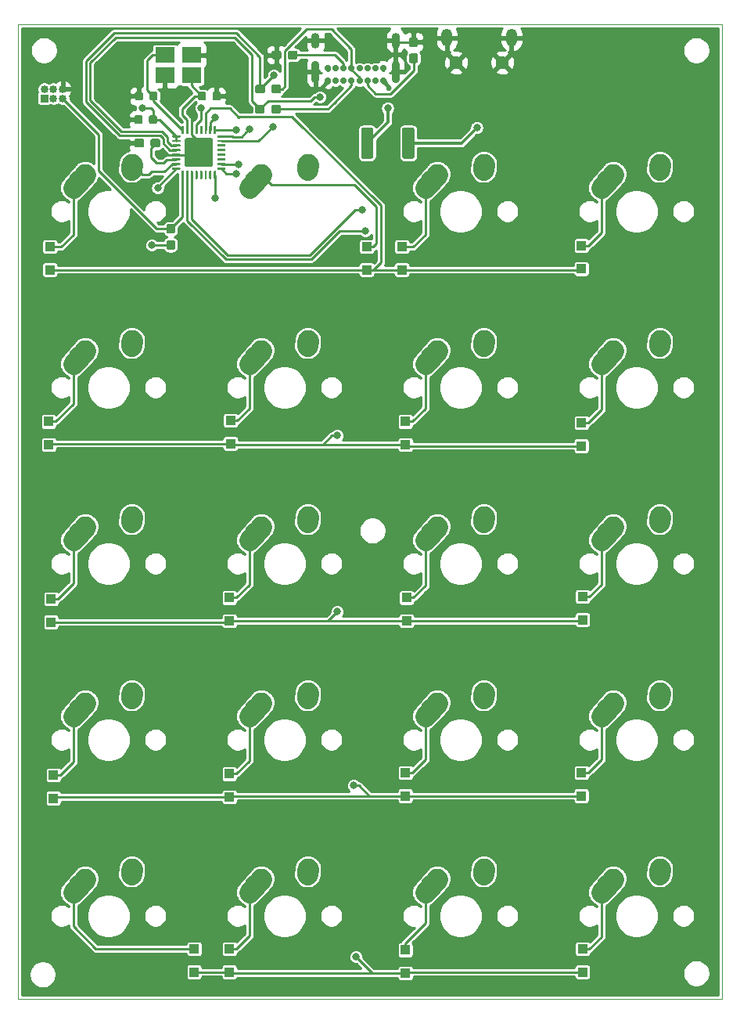
<source format=gbl>
G04 #@! TF.GenerationSoftware,KiCad,Pcbnew,(5.1.2)-2*
G04 #@! TF.CreationDate,2019-06-20T10:34:22-04:00*
G04 #@! TF.ProjectId,macropad,6d616372-6f70-4616-942e-6b696361645f,rev?*
G04 #@! TF.SameCoordinates,Original*
G04 #@! TF.FileFunction,Copper,L2,Bot*
G04 #@! TF.FilePolarity,Positive*
%FSLAX46Y46*%
G04 Gerber Fmt 4.6, Leading zero omitted, Abs format (unit mm)*
G04 Created by KiCad (PCBNEW (5.1.2)-2) date 2019-06-20 10:34:22*
%MOMM*%
%LPD*%
G04 APERTURE LIST*
%ADD10C,0.100000*%
%ADD11R,1.000000X1.000000*%
%ADD12O,0.900000X1.700000*%
%ADD13O,0.900000X2.400000*%
%ADD14C,0.700000*%
%ADD15C,1.300000*%
%ADD16R,2.100000X1.725000*%
%ADD17C,2.250000*%
%ADD18C,2.250000*%
%ADD19C,0.875000*%
%ADD20C,0.250000*%
%ADD21C,3.100000*%
%ADD22C,0.950000*%
%ADD23O,1.200000X1.900000*%
%ADD24C,1.450000*%
%ADD25O,0.850000X0.850000*%
%ADD26R,0.850000X0.850000*%
%ADD27C,0.800000*%
%ADD28C,0.250000*%
%ADD29C,0.300000*%
%ADD30C,0.254000*%
G04 APERTURE END LIST*
D10*
X172720000Y-38100000D02*
X121539000Y-38100000D01*
X172720000Y-143510000D02*
X172720000Y-38100000D01*
X96520000Y-143510000D02*
X172720000Y-143510000D01*
X96520000Y-38100000D02*
X96520000Y-143510000D01*
X121539000Y-38100000D02*
X96520000Y-38100000D01*
D11*
X115570000Y-138069000D03*
X115570000Y-140569000D03*
D12*
X128717000Y-39836000D03*
X137367000Y-39836000D03*
D13*
X128717000Y-43216000D03*
X137367000Y-43216000D03*
D14*
X132617000Y-42846000D03*
X130067000Y-42846000D03*
X130917000Y-42846000D03*
X131767000Y-42846000D03*
X136017000Y-42846000D03*
X134317000Y-42846000D03*
X133467000Y-42846000D03*
X135167000Y-42846000D03*
X130067000Y-44196000D03*
X130917000Y-44196000D03*
X131767000Y-44196000D03*
X132617000Y-44196000D03*
X133467000Y-44196000D03*
X134317000Y-44196000D03*
X135167000Y-44196000D03*
X136017000Y-44196000D03*
D10*
G36*
X134724504Y-49228204D02*
G01*
X134748773Y-49231804D01*
X134772571Y-49237765D01*
X134795671Y-49246030D01*
X134817849Y-49256520D01*
X134838893Y-49269133D01*
X134858598Y-49283747D01*
X134876777Y-49300223D01*
X134893253Y-49318402D01*
X134907867Y-49338107D01*
X134920480Y-49359151D01*
X134930970Y-49381329D01*
X134939235Y-49404429D01*
X134945196Y-49428227D01*
X134948796Y-49452496D01*
X134950000Y-49477000D01*
X134950000Y-52377000D01*
X134948796Y-52401504D01*
X134945196Y-52425773D01*
X134939235Y-52449571D01*
X134930970Y-52472671D01*
X134920480Y-52494849D01*
X134907867Y-52515893D01*
X134893253Y-52535598D01*
X134876777Y-52553777D01*
X134858598Y-52570253D01*
X134838893Y-52584867D01*
X134817849Y-52597480D01*
X134795671Y-52607970D01*
X134772571Y-52616235D01*
X134748773Y-52622196D01*
X134724504Y-52625796D01*
X134700000Y-52627000D01*
X133900000Y-52627000D01*
X133875496Y-52625796D01*
X133851227Y-52622196D01*
X133827429Y-52616235D01*
X133804329Y-52607970D01*
X133782151Y-52597480D01*
X133761107Y-52584867D01*
X133741402Y-52570253D01*
X133723223Y-52553777D01*
X133706747Y-52535598D01*
X133692133Y-52515893D01*
X133679520Y-52494849D01*
X133669030Y-52472671D01*
X133660765Y-52449571D01*
X133654804Y-52425773D01*
X133651204Y-52401504D01*
X133650000Y-52377000D01*
X133650000Y-49477000D01*
X133651204Y-49452496D01*
X133654804Y-49428227D01*
X133660765Y-49404429D01*
X133669030Y-49381329D01*
X133679520Y-49359151D01*
X133692133Y-49338107D01*
X133706747Y-49318402D01*
X133723223Y-49300223D01*
X133741402Y-49283747D01*
X133761107Y-49269133D01*
X133782151Y-49256520D01*
X133804329Y-49246030D01*
X133827429Y-49237765D01*
X133851227Y-49231804D01*
X133875496Y-49228204D01*
X133900000Y-49227000D01*
X134700000Y-49227000D01*
X134724504Y-49228204D01*
X134724504Y-49228204D01*
G37*
D15*
X134300000Y-50927000D03*
D10*
G36*
X139174504Y-49228204D02*
G01*
X139198773Y-49231804D01*
X139222571Y-49237765D01*
X139245671Y-49246030D01*
X139267849Y-49256520D01*
X139288893Y-49269133D01*
X139308598Y-49283747D01*
X139326777Y-49300223D01*
X139343253Y-49318402D01*
X139357867Y-49338107D01*
X139370480Y-49359151D01*
X139380970Y-49381329D01*
X139389235Y-49404429D01*
X139395196Y-49428227D01*
X139398796Y-49452496D01*
X139400000Y-49477000D01*
X139400000Y-52377000D01*
X139398796Y-52401504D01*
X139395196Y-52425773D01*
X139389235Y-52449571D01*
X139380970Y-52472671D01*
X139370480Y-52494849D01*
X139357867Y-52515893D01*
X139343253Y-52535598D01*
X139326777Y-52553777D01*
X139308598Y-52570253D01*
X139288893Y-52584867D01*
X139267849Y-52597480D01*
X139245671Y-52607970D01*
X139222571Y-52616235D01*
X139198773Y-52622196D01*
X139174504Y-52625796D01*
X139150000Y-52627000D01*
X138350000Y-52627000D01*
X138325496Y-52625796D01*
X138301227Y-52622196D01*
X138277429Y-52616235D01*
X138254329Y-52607970D01*
X138232151Y-52597480D01*
X138211107Y-52584867D01*
X138191402Y-52570253D01*
X138173223Y-52553777D01*
X138156747Y-52535598D01*
X138142133Y-52515893D01*
X138129520Y-52494849D01*
X138119030Y-52472671D01*
X138110765Y-52449571D01*
X138104804Y-52425773D01*
X138101204Y-52401504D01*
X138100000Y-52377000D01*
X138100000Y-49477000D01*
X138101204Y-49452496D01*
X138104804Y-49428227D01*
X138110765Y-49404429D01*
X138119030Y-49381329D01*
X138129520Y-49359151D01*
X138142133Y-49338107D01*
X138156747Y-49318402D01*
X138173223Y-49300223D01*
X138191402Y-49283747D01*
X138211107Y-49269133D01*
X138232151Y-49256520D01*
X138254329Y-49246030D01*
X138277429Y-49237765D01*
X138301227Y-49231804D01*
X138325496Y-49228204D01*
X138350000Y-49227000D01*
X139150000Y-49227000D01*
X139174504Y-49228204D01*
X139174504Y-49228204D01*
G37*
D15*
X138750000Y-50927000D03*
D16*
X112395000Y-43577000D03*
X115295000Y-43577000D03*
X115295000Y-41402000D03*
X112395000Y-41402000D03*
D17*
X122849000Y-54293000D03*
X122194001Y-55023000D03*
D18*
X121539000Y-55753000D02*
X122849002Y-54293000D01*
D17*
X127889000Y-53213000D03*
X127869000Y-53503000D03*
D18*
X127849000Y-53793000D02*
X127889000Y-53213000D01*
D10*
G36*
X116673691Y-45373053D02*
G01*
X116694926Y-45376203D01*
X116715750Y-45381419D01*
X116735962Y-45388651D01*
X116755368Y-45397830D01*
X116773781Y-45408866D01*
X116791024Y-45421654D01*
X116806930Y-45436070D01*
X116821346Y-45451976D01*
X116834134Y-45469219D01*
X116845170Y-45487632D01*
X116854349Y-45507038D01*
X116861581Y-45527250D01*
X116866797Y-45548074D01*
X116869947Y-45569309D01*
X116871000Y-45590750D01*
X116871000Y-46103250D01*
X116869947Y-46124691D01*
X116866797Y-46145926D01*
X116861581Y-46166750D01*
X116854349Y-46186962D01*
X116845170Y-46206368D01*
X116834134Y-46224781D01*
X116821346Y-46242024D01*
X116806930Y-46257930D01*
X116791024Y-46272346D01*
X116773781Y-46285134D01*
X116755368Y-46296170D01*
X116735962Y-46305349D01*
X116715750Y-46312581D01*
X116694926Y-46317797D01*
X116673691Y-46320947D01*
X116652250Y-46322000D01*
X116214750Y-46322000D01*
X116193309Y-46320947D01*
X116172074Y-46317797D01*
X116151250Y-46312581D01*
X116131038Y-46305349D01*
X116111632Y-46296170D01*
X116093219Y-46285134D01*
X116075976Y-46272346D01*
X116060070Y-46257930D01*
X116045654Y-46242024D01*
X116032866Y-46224781D01*
X116021830Y-46206368D01*
X116012651Y-46186962D01*
X116005419Y-46166750D01*
X116000203Y-46145926D01*
X115997053Y-46124691D01*
X115996000Y-46103250D01*
X115996000Y-45590750D01*
X115997053Y-45569309D01*
X116000203Y-45548074D01*
X116005419Y-45527250D01*
X116012651Y-45507038D01*
X116021830Y-45487632D01*
X116032866Y-45469219D01*
X116045654Y-45451976D01*
X116060070Y-45436070D01*
X116075976Y-45421654D01*
X116093219Y-45408866D01*
X116111632Y-45397830D01*
X116131038Y-45388651D01*
X116151250Y-45381419D01*
X116172074Y-45376203D01*
X116193309Y-45373053D01*
X116214750Y-45372000D01*
X116652250Y-45372000D01*
X116673691Y-45373053D01*
X116673691Y-45373053D01*
G37*
D19*
X116433500Y-45847000D03*
D10*
G36*
X118248691Y-45373053D02*
G01*
X118269926Y-45376203D01*
X118290750Y-45381419D01*
X118310962Y-45388651D01*
X118330368Y-45397830D01*
X118348781Y-45408866D01*
X118366024Y-45421654D01*
X118381930Y-45436070D01*
X118396346Y-45451976D01*
X118409134Y-45469219D01*
X118420170Y-45487632D01*
X118429349Y-45507038D01*
X118436581Y-45527250D01*
X118441797Y-45548074D01*
X118444947Y-45569309D01*
X118446000Y-45590750D01*
X118446000Y-46103250D01*
X118444947Y-46124691D01*
X118441797Y-46145926D01*
X118436581Y-46166750D01*
X118429349Y-46186962D01*
X118420170Y-46206368D01*
X118409134Y-46224781D01*
X118396346Y-46242024D01*
X118381930Y-46257930D01*
X118366024Y-46272346D01*
X118348781Y-46285134D01*
X118330368Y-46296170D01*
X118310962Y-46305349D01*
X118290750Y-46312581D01*
X118269926Y-46317797D01*
X118248691Y-46320947D01*
X118227250Y-46322000D01*
X117789750Y-46322000D01*
X117768309Y-46320947D01*
X117747074Y-46317797D01*
X117726250Y-46312581D01*
X117706038Y-46305349D01*
X117686632Y-46296170D01*
X117668219Y-46285134D01*
X117650976Y-46272346D01*
X117635070Y-46257930D01*
X117620654Y-46242024D01*
X117607866Y-46224781D01*
X117596830Y-46206368D01*
X117587651Y-46186962D01*
X117580419Y-46166750D01*
X117575203Y-46145926D01*
X117572053Y-46124691D01*
X117571000Y-46103250D01*
X117571000Y-45590750D01*
X117572053Y-45569309D01*
X117575203Y-45548074D01*
X117580419Y-45527250D01*
X117587651Y-45507038D01*
X117596830Y-45487632D01*
X117607866Y-45469219D01*
X117620654Y-45451976D01*
X117635070Y-45436070D01*
X117650976Y-45421654D01*
X117668219Y-45408866D01*
X117686632Y-45397830D01*
X117706038Y-45388651D01*
X117726250Y-45381419D01*
X117747074Y-45376203D01*
X117768309Y-45373053D01*
X117789750Y-45372000D01*
X118227250Y-45372000D01*
X118248691Y-45373053D01*
X118248691Y-45373053D01*
G37*
D19*
X118008500Y-45847000D03*
D10*
G36*
X111416191Y-45373053D02*
G01*
X111437426Y-45376203D01*
X111458250Y-45381419D01*
X111478462Y-45388651D01*
X111497868Y-45397830D01*
X111516281Y-45408866D01*
X111533524Y-45421654D01*
X111549430Y-45436070D01*
X111563846Y-45451976D01*
X111576634Y-45469219D01*
X111587670Y-45487632D01*
X111596849Y-45507038D01*
X111604081Y-45527250D01*
X111609297Y-45548074D01*
X111612447Y-45569309D01*
X111613500Y-45590750D01*
X111613500Y-46103250D01*
X111612447Y-46124691D01*
X111609297Y-46145926D01*
X111604081Y-46166750D01*
X111596849Y-46186962D01*
X111587670Y-46206368D01*
X111576634Y-46224781D01*
X111563846Y-46242024D01*
X111549430Y-46257930D01*
X111533524Y-46272346D01*
X111516281Y-46285134D01*
X111497868Y-46296170D01*
X111478462Y-46305349D01*
X111458250Y-46312581D01*
X111437426Y-46317797D01*
X111416191Y-46320947D01*
X111394750Y-46322000D01*
X110957250Y-46322000D01*
X110935809Y-46320947D01*
X110914574Y-46317797D01*
X110893750Y-46312581D01*
X110873538Y-46305349D01*
X110854132Y-46296170D01*
X110835719Y-46285134D01*
X110818476Y-46272346D01*
X110802570Y-46257930D01*
X110788154Y-46242024D01*
X110775366Y-46224781D01*
X110764330Y-46206368D01*
X110755151Y-46186962D01*
X110747919Y-46166750D01*
X110742703Y-46145926D01*
X110739553Y-46124691D01*
X110738500Y-46103250D01*
X110738500Y-45590750D01*
X110739553Y-45569309D01*
X110742703Y-45548074D01*
X110747919Y-45527250D01*
X110755151Y-45507038D01*
X110764330Y-45487632D01*
X110775366Y-45469219D01*
X110788154Y-45451976D01*
X110802570Y-45436070D01*
X110818476Y-45421654D01*
X110835719Y-45408866D01*
X110854132Y-45397830D01*
X110873538Y-45388651D01*
X110893750Y-45381419D01*
X110914574Y-45376203D01*
X110935809Y-45373053D01*
X110957250Y-45372000D01*
X111394750Y-45372000D01*
X111416191Y-45373053D01*
X111416191Y-45373053D01*
G37*
D19*
X111176000Y-45847000D03*
D10*
G36*
X109841191Y-45373053D02*
G01*
X109862426Y-45376203D01*
X109883250Y-45381419D01*
X109903462Y-45388651D01*
X109922868Y-45397830D01*
X109941281Y-45408866D01*
X109958524Y-45421654D01*
X109974430Y-45436070D01*
X109988846Y-45451976D01*
X110001634Y-45469219D01*
X110012670Y-45487632D01*
X110021849Y-45507038D01*
X110029081Y-45527250D01*
X110034297Y-45548074D01*
X110037447Y-45569309D01*
X110038500Y-45590750D01*
X110038500Y-46103250D01*
X110037447Y-46124691D01*
X110034297Y-46145926D01*
X110029081Y-46166750D01*
X110021849Y-46186962D01*
X110012670Y-46206368D01*
X110001634Y-46224781D01*
X109988846Y-46242024D01*
X109974430Y-46257930D01*
X109958524Y-46272346D01*
X109941281Y-46285134D01*
X109922868Y-46296170D01*
X109903462Y-46305349D01*
X109883250Y-46312581D01*
X109862426Y-46317797D01*
X109841191Y-46320947D01*
X109819750Y-46322000D01*
X109382250Y-46322000D01*
X109360809Y-46320947D01*
X109339574Y-46317797D01*
X109318750Y-46312581D01*
X109298538Y-46305349D01*
X109279132Y-46296170D01*
X109260719Y-46285134D01*
X109243476Y-46272346D01*
X109227570Y-46257930D01*
X109213154Y-46242024D01*
X109200366Y-46224781D01*
X109189330Y-46206368D01*
X109180151Y-46186962D01*
X109172919Y-46166750D01*
X109167703Y-46145926D01*
X109164553Y-46124691D01*
X109163500Y-46103250D01*
X109163500Y-45590750D01*
X109164553Y-45569309D01*
X109167703Y-45548074D01*
X109172919Y-45527250D01*
X109180151Y-45507038D01*
X109189330Y-45487632D01*
X109200366Y-45469219D01*
X109213154Y-45451976D01*
X109227570Y-45436070D01*
X109243476Y-45421654D01*
X109260719Y-45408866D01*
X109279132Y-45397830D01*
X109298538Y-45388651D01*
X109318750Y-45381419D01*
X109339574Y-45376203D01*
X109360809Y-45373053D01*
X109382250Y-45372000D01*
X109819750Y-45372000D01*
X109841191Y-45373053D01*
X109841191Y-45373053D01*
G37*
D19*
X109601000Y-45847000D03*
D17*
X103799000Y-73343000D03*
X103144001Y-74073000D03*
D18*
X102489000Y-74803000D02*
X103799002Y-73343000D01*
D17*
X108839000Y-72263000D03*
X108819000Y-72553000D03*
D18*
X108799000Y-72843000D02*
X108839000Y-72263000D01*
D10*
G36*
X114021626Y-50068301D02*
G01*
X114027693Y-50069201D01*
X114033643Y-50070691D01*
X114039418Y-50072758D01*
X114044962Y-50075380D01*
X114050223Y-50078533D01*
X114055150Y-50082187D01*
X114059694Y-50086306D01*
X114063813Y-50090850D01*
X114067467Y-50095777D01*
X114070620Y-50101038D01*
X114073242Y-50106582D01*
X114075309Y-50112357D01*
X114076799Y-50118307D01*
X114077699Y-50124374D01*
X114078000Y-50130500D01*
X114078000Y-50255500D01*
X114077699Y-50261626D01*
X114076799Y-50267693D01*
X114075309Y-50273643D01*
X114073242Y-50279418D01*
X114070620Y-50284962D01*
X114067467Y-50290223D01*
X114063813Y-50295150D01*
X114059694Y-50299694D01*
X114055150Y-50303813D01*
X114050223Y-50307467D01*
X114044962Y-50310620D01*
X114039418Y-50313242D01*
X114033643Y-50315309D01*
X114027693Y-50316799D01*
X114021626Y-50317699D01*
X114015500Y-50318000D01*
X113265500Y-50318000D01*
X113259374Y-50317699D01*
X113253307Y-50316799D01*
X113247357Y-50315309D01*
X113241582Y-50313242D01*
X113236038Y-50310620D01*
X113230777Y-50307467D01*
X113225850Y-50303813D01*
X113221306Y-50299694D01*
X113217187Y-50295150D01*
X113213533Y-50290223D01*
X113210380Y-50284962D01*
X113207758Y-50279418D01*
X113205691Y-50273643D01*
X113204201Y-50267693D01*
X113203301Y-50261626D01*
X113203000Y-50255500D01*
X113203000Y-50130500D01*
X113203301Y-50124374D01*
X113204201Y-50118307D01*
X113205691Y-50112357D01*
X113207758Y-50106582D01*
X113210380Y-50101038D01*
X113213533Y-50095777D01*
X113217187Y-50090850D01*
X113221306Y-50086306D01*
X113225850Y-50082187D01*
X113230777Y-50078533D01*
X113236038Y-50075380D01*
X113241582Y-50072758D01*
X113247357Y-50070691D01*
X113253307Y-50069201D01*
X113259374Y-50068301D01*
X113265500Y-50068000D01*
X114015500Y-50068000D01*
X114021626Y-50068301D01*
X114021626Y-50068301D01*
G37*
D20*
X113640500Y-50193000D03*
D10*
G36*
X114021626Y-50568301D02*
G01*
X114027693Y-50569201D01*
X114033643Y-50570691D01*
X114039418Y-50572758D01*
X114044962Y-50575380D01*
X114050223Y-50578533D01*
X114055150Y-50582187D01*
X114059694Y-50586306D01*
X114063813Y-50590850D01*
X114067467Y-50595777D01*
X114070620Y-50601038D01*
X114073242Y-50606582D01*
X114075309Y-50612357D01*
X114076799Y-50618307D01*
X114077699Y-50624374D01*
X114078000Y-50630500D01*
X114078000Y-50755500D01*
X114077699Y-50761626D01*
X114076799Y-50767693D01*
X114075309Y-50773643D01*
X114073242Y-50779418D01*
X114070620Y-50784962D01*
X114067467Y-50790223D01*
X114063813Y-50795150D01*
X114059694Y-50799694D01*
X114055150Y-50803813D01*
X114050223Y-50807467D01*
X114044962Y-50810620D01*
X114039418Y-50813242D01*
X114033643Y-50815309D01*
X114027693Y-50816799D01*
X114021626Y-50817699D01*
X114015500Y-50818000D01*
X113265500Y-50818000D01*
X113259374Y-50817699D01*
X113253307Y-50816799D01*
X113247357Y-50815309D01*
X113241582Y-50813242D01*
X113236038Y-50810620D01*
X113230777Y-50807467D01*
X113225850Y-50803813D01*
X113221306Y-50799694D01*
X113217187Y-50795150D01*
X113213533Y-50790223D01*
X113210380Y-50784962D01*
X113207758Y-50779418D01*
X113205691Y-50773643D01*
X113204201Y-50767693D01*
X113203301Y-50761626D01*
X113203000Y-50755500D01*
X113203000Y-50630500D01*
X113203301Y-50624374D01*
X113204201Y-50618307D01*
X113205691Y-50612357D01*
X113207758Y-50606582D01*
X113210380Y-50601038D01*
X113213533Y-50595777D01*
X113217187Y-50590850D01*
X113221306Y-50586306D01*
X113225850Y-50582187D01*
X113230777Y-50578533D01*
X113236038Y-50575380D01*
X113241582Y-50572758D01*
X113247357Y-50570691D01*
X113253307Y-50569201D01*
X113259374Y-50568301D01*
X113265500Y-50568000D01*
X114015500Y-50568000D01*
X114021626Y-50568301D01*
X114021626Y-50568301D01*
G37*
D20*
X113640500Y-50693000D03*
D10*
G36*
X114021626Y-51068301D02*
G01*
X114027693Y-51069201D01*
X114033643Y-51070691D01*
X114039418Y-51072758D01*
X114044962Y-51075380D01*
X114050223Y-51078533D01*
X114055150Y-51082187D01*
X114059694Y-51086306D01*
X114063813Y-51090850D01*
X114067467Y-51095777D01*
X114070620Y-51101038D01*
X114073242Y-51106582D01*
X114075309Y-51112357D01*
X114076799Y-51118307D01*
X114077699Y-51124374D01*
X114078000Y-51130500D01*
X114078000Y-51255500D01*
X114077699Y-51261626D01*
X114076799Y-51267693D01*
X114075309Y-51273643D01*
X114073242Y-51279418D01*
X114070620Y-51284962D01*
X114067467Y-51290223D01*
X114063813Y-51295150D01*
X114059694Y-51299694D01*
X114055150Y-51303813D01*
X114050223Y-51307467D01*
X114044962Y-51310620D01*
X114039418Y-51313242D01*
X114033643Y-51315309D01*
X114027693Y-51316799D01*
X114021626Y-51317699D01*
X114015500Y-51318000D01*
X113265500Y-51318000D01*
X113259374Y-51317699D01*
X113253307Y-51316799D01*
X113247357Y-51315309D01*
X113241582Y-51313242D01*
X113236038Y-51310620D01*
X113230777Y-51307467D01*
X113225850Y-51303813D01*
X113221306Y-51299694D01*
X113217187Y-51295150D01*
X113213533Y-51290223D01*
X113210380Y-51284962D01*
X113207758Y-51279418D01*
X113205691Y-51273643D01*
X113204201Y-51267693D01*
X113203301Y-51261626D01*
X113203000Y-51255500D01*
X113203000Y-51130500D01*
X113203301Y-51124374D01*
X113204201Y-51118307D01*
X113205691Y-51112357D01*
X113207758Y-51106582D01*
X113210380Y-51101038D01*
X113213533Y-51095777D01*
X113217187Y-51090850D01*
X113221306Y-51086306D01*
X113225850Y-51082187D01*
X113230777Y-51078533D01*
X113236038Y-51075380D01*
X113241582Y-51072758D01*
X113247357Y-51070691D01*
X113253307Y-51069201D01*
X113259374Y-51068301D01*
X113265500Y-51068000D01*
X114015500Y-51068000D01*
X114021626Y-51068301D01*
X114021626Y-51068301D01*
G37*
D20*
X113640500Y-51193000D03*
D10*
G36*
X114021626Y-51568301D02*
G01*
X114027693Y-51569201D01*
X114033643Y-51570691D01*
X114039418Y-51572758D01*
X114044962Y-51575380D01*
X114050223Y-51578533D01*
X114055150Y-51582187D01*
X114059694Y-51586306D01*
X114063813Y-51590850D01*
X114067467Y-51595777D01*
X114070620Y-51601038D01*
X114073242Y-51606582D01*
X114075309Y-51612357D01*
X114076799Y-51618307D01*
X114077699Y-51624374D01*
X114078000Y-51630500D01*
X114078000Y-51755500D01*
X114077699Y-51761626D01*
X114076799Y-51767693D01*
X114075309Y-51773643D01*
X114073242Y-51779418D01*
X114070620Y-51784962D01*
X114067467Y-51790223D01*
X114063813Y-51795150D01*
X114059694Y-51799694D01*
X114055150Y-51803813D01*
X114050223Y-51807467D01*
X114044962Y-51810620D01*
X114039418Y-51813242D01*
X114033643Y-51815309D01*
X114027693Y-51816799D01*
X114021626Y-51817699D01*
X114015500Y-51818000D01*
X113265500Y-51818000D01*
X113259374Y-51817699D01*
X113253307Y-51816799D01*
X113247357Y-51815309D01*
X113241582Y-51813242D01*
X113236038Y-51810620D01*
X113230777Y-51807467D01*
X113225850Y-51803813D01*
X113221306Y-51799694D01*
X113217187Y-51795150D01*
X113213533Y-51790223D01*
X113210380Y-51784962D01*
X113207758Y-51779418D01*
X113205691Y-51773643D01*
X113204201Y-51767693D01*
X113203301Y-51761626D01*
X113203000Y-51755500D01*
X113203000Y-51630500D01*
X113203301Y-51624374D01*
X113204201Y-51618307D01*
X113205691Y-51612357D01*
X113207758Y-51606582D01*
X113210380Y-51601038D01*
X113213533Y-51595777D01*
X113217187Y-51590850D01*
X113221306Y-51586306D01*
X113225850Y-51582187D01*
X113230777Y-51578533D01*
X113236038Y-51575380D01*
X113241582Y-51572758D01*
X113247357Y-51570691D01*
X113253307Y-51569201D01*
X113259374Y-51568301D01*
X113265500Y-51568000D01*
X114015500Y-51568000D01*
X114021626Y-51568301D01*
X114021626Y-51568301D01*
G37*
D20*
X113640500Y-51693000D03*
D10*
G36*
X114021626Y-52068301D02*
G01*
X114027693Y-52069201D01*
X114033643Y-52070691D01*
X114039418Y-52072758D01*
X114044962Y-52075380D01*
X114050223Y-52078533D01*
X114055150Y-52082187D01*
X114059694Y-52086306D01*
X114063813Y-52090850D01*
X114067467Y-52095777D01*
X114070620Y-52101038D01*
X114073242Y-52106582D01*
X114075309Y-52112357D01*
X114076799Y-52118307D01*
X114077699Y-52124374D01*
X114078000Y-52130500D01*
X114078000Y-52255500D01*
X114077699Y-52261626D01*
X114076799Y-52267693D01*
X114075309Y-52273643D01*
X114073242Y-52279418D01*
X114070620Y-52284962D01*
X114067467Y-52290223D01*
X114063813Y-52295150D01*
X114059694Y-52299694D01*
X114055150Y-52303813D01*
X114050223Y-52307467D01*
X114044962Y-52310620D01*
X114039418Y-52313242D01*
X114033643Y-52315309D01*
X114027693Y-52316799D01*
X114021626Y-52317699D01*
X114015500Y-52318000D01*
X113265500Y-52318000D01*
X113259374Y-52317699D01*
X113253307Y-52316799D01*
X113247357Y-52315309D01*
X113241582Y-52313242D01*
X113236038Y-52310620D01*
X113230777Y-52307467D01*
X113225850Y-52303813D01*
X113221306Y-52299694D01*
X113217187Y-52295150D01*
X113213533Y-52290223D01*
X113210380Y-52284962D01*
X113207758Y-52279418D01*
X113205691Y-52273643D01*
X113204201Y-52267693D01*
X113203301Y-52261626D01*
X113203000Y-52255500D01*
X113203000Y-52130500D01*
X113203301Y-52124374D01*
X113204201Y-52118307D01*
X113205691Y-52112357D01*
X113207758Y-52106582D01*
X113210380Y-52101038D01*
X113213533Y-52095777D01*
X113217187Y-52090850D01*
X113221306Y-52086306D01*
X113225850Y-52082187D01*
X113230777Y-52078533D01*
X113236038Y-52075380D01*
X113241582Y-52072758D01*
X113247357Y-52070691D01*
X113253307Y-52069201D01*
X113259374Y-52068301D01*
X113265500Y-52068000D01*
X114015500Y-52068000D01*
X114021626Y-52068301D01*
X114021626Y-52068301D01*
G37*
D20*
X113640500Y-52193000D03*
D10*
G36*
X114021626Y-52568301D02*
G01*
X114027693Y-52569201D01*
X114033643Y-52570691D01*
X114039418Y-52572758D01*
X114044962Y-52575380D01*
X114050223Y-52578533D01*
X114055150Y-52582187D01*
X114059694Y-52586306D01*
X114063813Y-52590850D01*
X114067467Y-52595777D01*
X114070620Y-52601038D01*
X114073242Y-52606582D01*
X114075309Y-52612357D01*
X114076799Y-52618307D01*
X114077699Y-52624374D01*
X114078000Y-52630500D01*
X114078000Y-52755500D01*
X114077699Y-52761626D01*
X114076799Y-52767693D01*
X114075309Y-52773643D01*
X114073242Y-52779418D01*
X114070620Y-52784962D01*
X114067467Y-52790223D01*
X114063813Y-52795150D01*
X114059694Y-52799694D01*
X114055150Y-52803813D01*
X114050223Y-52807467D01*
X114044962Y-52810620D01*
X114039418Y-52813242D01*
X114033643Y-52815309D01*
X114027693Y-52816799D01*
X114021626Y-52817699D01*
X114015500Y-52818000D01*
X113265500Y-52818000D01*
X113259374Y-52817699D01*
X113253307Y-52816799D01*
X113247357Y-52815309D01*
X113241582Y-52813242D01*
X113236038Y-52810620D01*
X113230777Y-52807467D01*
X113225850Y-52803813D01*
X113221306Y-52799694D01*
X113217187Y-52795150D01*
X113213533Y-52790223D01*
X113210380Y-52784962D01*
X113207758Y-52779418D01*
X113205691Y-52773643D01*
X113204201Y-52767693D01*
X113203301Y-52761626D01*
X113203000Y-52755500D01*
X113203000Y-52630500D01*
X113203301Y-52624374D01*
X113204201Y-52618307D01*
X113205691Y-52612357D01*
X113207758Y-52606582D01*
X113210380Y-52601038D01*
X113213533Y-52595777D01*
X113217187Y-52590850D01*
X113221306Y-52586306D01*
X113225850Y-52582187D01*
X113230777Y-52578533D01*
X113236038Y-52575380D01*
X113241582Y-52572758D01*
X113247357Y-52570691D01*
X113253307Y-52569201D01*
X113259374Y-52568301D01*
X113265500Y-52568000D01*
X114015500Y-52568000D01*
X114021626Y-52568301D01*
X114021626Y-52568301D01*
G37*
D20*
X113640500Y-52693000D03*
D10*
G36*
X114021626Y-53068301D02*
G01*
X114027693Y-53069201D01*
X114033643Y-53070691D01*
X114039418Y-53072758D01*
X114044962Y-53075380D01*
X114050223Y-53078533D01*
X114055150Y-53082187D01*
X114059694Y-53086306D01*
X114063813Y-53090850D01*
X114067467Y-53095777D01*
X114070620Y-53101038D01*
X114073242Y-53106582D01*
X114075309Y-53112357D01*
X114076799Y-53118307D01*
X114077699Y-53124374D01*
X114078000Y-53130500D01*
X114078000Y-53255500D01*
X114077699Y-53261626D01*
X114076799Y-53267693D01*
X114075309Y-53273643D01*
X114073242Y-53279418D01*
X114070620Y-53284962D01*
X114067467Y-53290223D01*
X114063813Y-53295150D01*
X114059694Y-53299694D01*
X114055150Y-53303813D01*
X114050223Y-53307467D01*
X114044962Y-53310620D01*
X114039418Y-53313242D01*
X114033643Y-53315309D01*
X114027693Y-53316799D01*
X114021626Y-53317699D01*
X114015500Y-53318000D01*
X113265500Y-53318000D01*
X113259374Y-53317699D01*
X113253307Y-53316799D01*
X113247357Y-53315309D01*
X113241582Y-53313242D01*
X113236038Y-53310620D01*
X113230777Y-53307467D01*
X113225850Y-53303813D01*
X113221306Y-53299694D01*
X113217187Y-53295150D01*
X113213533Y-53290223D01*
X113210380Y-53284962D01*
X113207758Y-53279418D01*
X113205691Y-53273643D01*
X113204201Y-53267693D01*
X113203301Y-53261626D01*
X113203000Y-53255500D01*
X113203000Y-53130500D01*
X113203301Y-53124374D01*
X113204201Y-53118307D01*
X113205691Y-53112357D01*
X113207758Y-53106582D01*
X113210380Y-53101038D01*
X113213533Y-53095777D01*
X113217187Y-53090850D01*
X113221306Y-53086306D01*
X113225850Y-53082187D01*
X113230777Y-53078533D01*
X113236038Y-53075380D01*
X113241582Y-53072758D01*
X113247357Y-53070691D01*
X113253307Y-53069201D01*
X113259374Y-53068301D01*
X113265500Y-53068000D01*
X114015500Y-53068000D01*
X114021626Y-53068301D01*
X114021626Y-53068301D01*
G37*
D20*
X113640500Y-53193000D03*
D10*
G36*
X114021626Y-53568301D02*
G01*
X114027693Y-53569201D01*
X114033643Y-53570691D01*
X114039418Y-53572758D01*
X114044962Y-53575380D01*
X114050223Y-53578533D01*
X114055150Y-53582187D01*
X114059694Y-53586306D01*
X114063813Y-53590850D01*
X114067467Y-53595777D01*
X114070620Y-53601038D01*
X114073242Y-53606582D01*
X114075309Y-53612357D01*
X114076799Y-53618307D01*
X114077699Y-53624374D01*
X114078000Y-53630500D01*
X114078000Y-53755500D01*
X114077699Y-53761626D01*
X114076799Y-53767693D01*
X114075309Y-53773643D01*
X114073242Y-53779418D01*
X114070620Y-53784962D01*
X114067467Y-53790223D01*
X114063813Y-53795150D01*
X114059694Y-53799694D01*
X114055150Y-53803813D01*
X114050223Y-53807467D01*
X114044962Y-53810620D01*
X114039418Y-53813242D01*
X114033643Y-53815309D01*
X114027693Y-53816799D01*
X114021626Y-53817699D01*
X114015500Y-53818000D01*
X113265500Y-53818000D01*
X113259374Y-53817699D01*
X113253307Y-53816799D01*
X113247357Y-53815309D01*
X113241582Y-53813242D01*
X113236038Y-53810620D01*
X113230777Y-53807467D01*
X113225850Y-53803813D01*
X113221306Y-53799694D01*
X113217187Y-53795150D01*
X113213533Y-53790223D01*
X113210380Y-53784962D01*
X113207758Y-53779418D01*
X113205691Y-53773643D01*
X113204201Y-53767693D01*
X113203301Y-53761626D01*
X113203000Y-53755500D01*
X113203000Y-53630500D01*
X113203301Y-53624374D01*
X113204201Y-53618307D01*
X113205691Y-53612357D01*
X113207758Y-53606582D01*
X113210380Y-53601038D01*
X113213533Y-53595777D01*
X113217187Y-53590850D01*
X113221306Y-53586306D01*
X113225850Y-53582187D01*
X113230777Y-53578533D01*
X113236038Y-53575380D01*
X113241582Y-53572758D01*
X113247357Y-53570691D01*
X113253307Y-53569201D01*
X113259374Y-53568301D01*
X113265500Y-53568000D01*
X114015500Y-53568000D01*
X114021626Y-53568301D01*
X114021626Y-53568301D01*
G37*
D20*
X113640500Y-53693000D03*
D10*
G36*
X114396626Y-53943301D02*
G01*
X114402693Y-53944201D01*
X114408643Y-53945691D01*
X114414418Y-53947758D01*
X114419962Y-53950380D01*
X114425223Y-53953533D01*
X114430150Y-53957187D01*
X114434694Y-53961306D01*
X114438813Y-53965850D01*
X114442467Y-53970777D01*
X114445620Y-53976038D01*
X114448242Y-53981582D01*
X114450309Y-53987357D01*
X114451799Y-53993307D01*
X114452699Y-53999374D01*
X114453000Y-54005500D01*
X114453000Y-54755500D01*
X114452699Y-54761626D01*
X114451799Y-54767693D01*
X114450309Y-54773643D01*
X114448242Y-54779418D01*
X114445620Y-54784962D01*
X114442467Y-54790223D01*
X114438813Y-54795150D01*
X114434694Y-54799694D01*
X114430150Y-54803813D01*
X114425223Y-54807467D01*
X114419962Y-54810620D01*
X114414418Y-54813242D01*
X114408643Y-54815309D01*
X114402693Y-54816799D01*
X114396626Y-54817699D01*
X114390500Y-54818000D01*
X114265500Y-54818000D01*
X114259374Y-54817699D01*
X114253307Y-54816799D01*
X114247357Y-54815309D01*
X114241582Y-54813242D01*
X114236038Y-54810620D01*
X114230777Y-54807467D01*
X114225850Y-54803813D01*
X114221306Y-54799694D01*
X114217187Y-54795150D01*
X114213533Y-54790223D01*
X114210380Y-54784962D01*
X114207758Y-54779418D01*
X114205691Y-54773643D01*
X114204201Y-54767693D01*
X114203301Y-54761626D01*
X114203000Y-54755500D01*
X114203000Y-54005500D01*
X114203301Y-53999374D01*
X114204201Y-53993307D01*
X114205691Y-53987357D01*
X114207758Y-53981582D01*
X114210380Y-53976038D01*
X114213533Y-53970777D01*
X114217187Y-53965850D01*
X114221306Y-53961306D01*
X114225850Y-53957187D01*
X114230777Y-53953533D01*
X114236038Y-53950380D01*
X114241582Y-53947758D01*
X114247357Y-53945691D01*
X114253307Y-53944201D01*
X114259374Y-53943301D01*
X114265500Y-53943000D01*
X114390500Y-53943000D01*
X114396626Y-53943301D01*
X114396626Y-53943301D01*
G37*
D20*
X114328000Y-54380500D03*
D10*
G36*
X114896626Y-53943301D02*
G01*
X114902693Y-53944201D01*
X114908643Y-53945691D01*
X114914418Y-53947758D01*
X114919962Y-53950380D01*
X114925223Y-53953533D01*
X114930150Y-53957187D01*
X114934694Y-53961306D01*
X114938813Y-53965850D01*
X114942467Y-53970777D01*
X114945620Y-53976038D01*
X114948242Y-53981582D01*
X114950309Y-53987357D01*
X114951799Y-53993307D01*
X114952699Y-53999374D01*
X114953000Y-54005500D01*
X114953000Y-54755500D01*
X114952699Y-54761626D01*
X114951799Y-54767693D01*
X114950309Y-54773643D01*
X114948242Y-54779418D01*
X114945620Y-54784962D01*
X114942467Y-54790223D01*
X114938813Y-54795150D01*
X114934694Y-54799694D01*
X114930150Y-54803813D01*
X114925223Y-54807467D01*
X114919962Y-54810620D01*
X114914418Y-54813242D01*
X114908643Y-54815309D01*
X114902693Y-54816799D01*
X114896626Y-54817699D01*
X114890500Y-54818000D01*
X114765500Y-54818000D01*
X114759374Y-54817699D01*
X114753307Y-54816799D01*
X114747357Y-54815309D01*
X114741582Y-54813242D01*
X114736038Y-54810620D01*
X114730777Y-54807467D01*
X114725850Y-54803813D01*
X114721306Y-54799694D01*
X114717187Y-54795150D01*
X114713533Y-54790223D01*
X114710380Y-54784962D01*
X114707758Y-54779418D01*
X114705691Y-54773643D01*
X114704201Y-54767693D01*
X114703301Y-54761626D01*
X114703000Y-54755500D01*
X114703000Y-54005500D01*
X114703301Y-53999374D01*
X114704201Y-53993307D01*
X114705691Y-53987357D01*
X114707758Y-53981582D01*
X114710380Y-53976038D01*
X114713533Y-53970777D01*
X114717187Y-53965850D01*
X114721306Y-53961306D01*
X114725850Y-53957187D01*
X114730777Y-53953533D01*
X114736038Y-53950380D01*
X114741582Y-53947758D01*
X114747357Y-53945691D01*
X114753307Y-53944201D01*
X114759374Y-53943301D01*
X114765500Y-53943000D01*
X114890500Y-53943000D01*
X114896626Y-53943301D01*
X114896626Y-53943301D01*
G37*
D20*
X114828000Y-54380500D03*
D10*
G36*
X115396626Y-53943301D02*
G01*
X115402693Y-53944201D01*
X115408643Y-53945691D01*
X115414418Y-53947758D01*
X115419962Y-53950380D01*
X115425223Y-53953533D01*
X115430150Y-53957187D01*
X115434694Y-53961306D01*
X115438813Y-53965850D01*
X115442467Y-53970777D01*
X115445620Y-53976038D01*
X115448242Y-53981582D01*
X115450309Y-53987357D01*
X115451799Y-53993307D01*
X115452699Y-53999374D01*
X115453000Y-54005500D01*
X115453000Y-54755500D01*
X115452699Y-54761626D01*
X115451799Y-54767693D01*
X115450309Y-54773643D01*
X115448242Y-54779418D01*
X115445620Y-54784962D01*
X115442467Y-54790223D01*
X115438813Y-54795150D01*
X115434694Y-54799694D01*
X115430150Y-54803813D01*
X115425223Y-54807467D01*
X115419962Y-54810620D01*
X115414418Y-54813242D01*
X115408643Y-54815309D01*
X115402693Y-54816799D01*
X115396626Y-54817699D01*
X115390500Y-54818000D01*
X115265500Y-54818000D01*
X115259374Y-54817699D01*
X115253307Y-54816799D01*
X115247357Y-54815309D01*
X115241582Y-54813242D01*
X115236038Y-54810620D01*
X115230777Y-54807467D01*
X115225850Y-54803813D01*
X115221306Y-54799694D01*
X115217187Y-54795150D01*
X115213533Y-54790223D01*
X115210380Y-54784962D01*
X115207758Y-54779418D01*
X115205691Y-54773643D01*
X115204201Y-54767693D01*
X115203301Y-54761626D01*
X115203000Y-54755500D01*
X115203000Y-54005500D01*
X115203301Y-53999374D01*
X115204201Y-53993307D01*
X115205691Y-53987357D01*
X115207758Y-53981582D01*
X115210380Y-53976038D01*
X115213533Y-53970777D01*
X115217187Y-53965850D01*
X115221306Y-53961306D01*
X115225850Y-53957187D01*
X115230777Y-53953533D01*
X115236038Y-53950380D01*
X115241582Y-53947758D01*
X115247357Y-53945691D01*
X115253307Y-53944201D01*
X115259374Y-53943301D01*
X115265500Y-53943000D01*
X115390500Y-53943000D01*
X115396626Y-53943301D01*
X115396626Y-53943301D01*
G37*
D20*
X115328000Y-54380500D03*
D10*
G36*
X115896626Y-53943301D02*
G01*
X115902693Y-53944201D01*
X115908643Y-53945691D01*
X115914418Y-53947758D01*
X115919962Y-53950380D01*
X115925223Y-53953533D01*
X115930150Y-53957187D01*
X115934694Y-53961306D01*
X115938813Y-53965850D01*
X115942467Y-53970777D01*
X115945620Y-53976038D01*
X115948242Y-53981582D01*
X115950309Y-53987357D01*
X115951799Y-53993307D01*
X115952699Y-53999374D01*
X115953000Y-54005500D01*
X115953000Y-54755500D01*
X115952699Y-54761626D01*
X115951799Y-54767693D01*
X115950309Y-54773643D01*
X115948242Y-54779418D01*
X115945620Y-54784962D01*
X115942467Y-54790223D01*
X115938813Y-54795150D01*
X115934694Y-54799694D01*
X115930150Y-54803813D01*
X115925223Y-54807467D01*
X115919962Y-54810620D01*
X115914418Y-54813242D01*
X115908643Y-54815309D01*
X115902693Y-54816799D01*
X115896626Y-54817699D01*
X115890500Y-54818000D01*
X115765500Y-54818000D01*
X115759374Y-54817699D01*
X115753307Y-54816799D01*
X115747357Y-54815309D01*
X115741582Y-54813242D01*
X115736038Y-54810620D01*
X115730777Y-54807467D01*
X115725850Y-54803813D01*
X115721306Y-54799694D01*
X115717187Y-54795150D01*
X115713533Y-54790223D01*
X115710380Y-54784962D01*
X115707758Y-54779418D01*
X115705691Y-54773643D01*
X115704201Y-54767693D01*
X115703301Y-54761626D01*
X115703000Y-54755500D01*
X115703000Y-54005500D01*
X115703301Y-53999374D01*
X115704201Y-53993307D01*
X115705691Y-53987357D01*
X115707758Y-53981582D01*
X115710380Y-53976038D01*
X115713533Y-53970777D01*
X115717187Y-53965850D01*
X115721306Y-53961306D01*
X115725850Y-53957187D01*
X115730777Y-53953533D01*
X115736038Y-53950380D01*
X115741582Y-53947758D01*
X115747357Y-53945691D01*
X115753307Y-53944201D01*
X115759374Y-53943301D01*
X115765500Y-53943000D01*
X115890500Y-53943000D01*
X115896626Y-53943301D01*
X115896626Y-53943301D01*
G37*
D20*
X115828000Y-54380500D03*
D10*
G36*
X116396626Y-53943301D02*
G01*
X116402693Y-53944201D01*
X116408643Y-53945691D01*
X116414418Y-53947758D01*
X116419962Y-53950380D01*
X116425223Y-53953533D01*
X116430150Y-53957187D01*
X116434694Y-53961306D01*
X116438813Y-53965850D01*
X116442467Y-53970777D01*
X116445620Y-53976038D01*
X116448242Y-53981582D01*
X116450309Y-53987357D01*
X116451799Y-53993307D01*
X116452699Y-53999374D01*
X116453000Y-54005500D01*
X116453000Y-54755500D01*
X116452699Y-54761626D01*
X116451799Y-54767693D01*
X116450309Y-54773643D01*
X116448242Y-54779418D01*
X116445620Y-54784962D01*
X116442467Y-54790223D01*
X116438813Y-54795150D01*
X116434694Y-54799694D01*
X116430150Y-54803813D01*
X116425223Y-54807467D01*
X116419962Y-54810620D01*
X116414418Y-54813242D01*
X116408643Y-54815309D01*
X116402693Y-54816799D01*
X116396626Y-54817699D01*
X116390500Y-54818000D01*
X116265500Y-54818000D01*
X116259374Y-54817699D01*
X116253307Y-54816799D01*
X116247357Y-54815309D01*
X116241582Y-54813242D01*
X116236038Y-54810620D01*
X116230777Y-54807467D01*
X116225850Y-54803813D01*
X116221306Y-54799694D01*
X116217187Y-54795150D01*
X116213533Y-54790223D01*
X116210380Y-54784962D01*
X116207758Y-54779418D01*
X116205691Y-54773643D01*
X116204201Y-54767693D01*
X116203301Y-54761626D01*
X116203000Y-54755500D01*
X116203000Y-54005500D01*
X116203301Y-53999374D01*
X116204201Y-53993307D01*
X116205691Y-53987357D01*
X116207758Y-53981582D01*
X116210380Y-53976038D01*
X116213533Y-53970777D01*
X116217187Y-53965850D01*
X116221306Y-53961306D01*
X116225850Y-53957187D01*
X116230777Y-53953533D01*
X116236038Y-53950380D01*
X116241582Y-53947758D01*
X116247357Y-53945691D01*
X116253307Y-53944201D01*
X116259374Y-53943301D01*
X116265500Y-53943000D01*
X116390500Y-53943000D01*
X116396626Y-53943301D01*
X116396626Y-53943301D01*
G37*
D20*
X116328000Y-54380500D03*
D10*
G36*
X116896626Y-53943301D02*
G01*
X116902693Y-53944201D01*
X116908643Y-53945691D01*
X116914418Y-53947758D01*
X116919962Y-53950380D01*
X116925223Y-53953533D01*
X116930150Y-53957187D01*
X116934694Y-53961306D01*
X116938813Y-53965850D01*
X116942467Y-53970777D01*
X116945620Y-53976038D01*
X116948242Y-53981582D01*
X116950309Y-53987357D01*
X116951799Y-53993307D01*
X116952699Y-53999374D01*
X116953000Y-54005500D01*
X116953000Y-54755500D01*
X116952699Y-54761626D01*
X116951799Y-54767693D01*
X116950309Y-54773643D01*
X116948242Y-54779418D01*
X116945620Y-54784962D01*
X116942467Y-54790223D01*
X116938813Y-54795150D01*
X116934694Y-54799694D01*
X116930150Y-54803813D01*
X116925223Y-54807467D01*
X116919962Y-54810620D01*
X116914418Y-54813242D01*
X116908643Y-54815309D01*
X116902693Y-54816799D01*
X116896626Y-54817699D01*
X116890500Y-54818000D01*
X116765500Y-54818000D01*
X116759374Y-54817699D01*
X116753307Y-54816799D01*
X116747357Y-54815309D01*
X116741582Y-54813242D01*
X116736038Y-54810620D01*
X116730777Y-54807467D01*
X116725850Y-54803813D01*
X116721306Y-54799694D01*
X116717187Y-54795150D01*
X116713533Y-54790223D01*
X116710380Y-54784962D01*
X116707758Y-54779418D01*
X116705691Y-54773643D01*
X116704201Y-54767693D01*
X116703301Y-54761626D01*
X116703000Y-54755500D01*
X116703000Y-54005500D01*
X116703301Y-53999374D01*
X116704201Y-53993307D01*
X116705691Y-53987357D01*
X116707758Y-53981582D01*
X116710380Y-53976038D01*
X116713533Y-53970777D01*
X116717187Y-53965850D01*
X116721306Y-53961306D01*
X116725850Y-53957187D01*
X116730777Y-53953533D01*
X116736038Y-53950380D01*
X116741582Y-53947758D01*
X116747357Y-53945691D01*
X116753307Y-53944201D01*
X116759374Y-53943301D01*
X116765500Y-53943000D01*
X116890500Y-53943000D01*
X116896626Y-53943301D01*
X116896626Y-53943301D01*
G37*
D20*
X116828000Y-54380500D03*
D10*
G36*
X117396626Y-53943301D02*
G01*
X117402693Y-53944201D01*
X117408643Y-53945691D01*
X117414418Y-53947758D01*
X117419962Y-53950380D01*
X117425223Y-53953533D01*
X117430150Y-53957187D01*
X117434694Y-53961306D01*
X117438813Y-53965850D01*
X117442467Y-53970777D01*
X117445620Y-53976038D01*
X117448242Y-53981582D01*
X117450309Y-53987357D01*
X117451799Y-53993307D01*
X117452699Y-53999374D01*
X117453000Y-54005500D01*
X117453000Y-54755500D01*
X117452699Y-54761626D01*
X117451799Y-54767693D01*
X117450309Y-54773643D01*
X117448242Y-54779418D01*
X117445620Y-54784962D01*
X117442467Y-54790223D01*
X117438813Y-54795150D01*
X117434694Y-54799694D01*
X117430150Y-54803813D01*
X117425223Y-54807467D01*
X117419962Y-54810620D01*
X117414418Y-54813242D01*
X117408643Y-54815309D01*
X117402693Y-54816799D01*
X117396626Y-54817699D01*
X117390500Y-54818000D01*
X117265500Y-54818000D01*
X117259374Y-54817699D01*
X117253307Y-54816799D01*
X117247357Y-54815309D01*
X117241582Y-54813242D01*
X117236038Y-54810620D01*
X117230777Y-54807467D01*
X117225850Y-54803813D01*
X117221306Y-54799694D01*
X117217187Y-54795150D01*
X117213533Y-54790223D01*
X117210380Y-54784962D01*
X117207758Y-54779418D01*
X117205691Y-54773643D01*
X117204201Y-54767693D01*
X117203301Y-54761626D01*
X117203000Y-54755500D01*
X117203000Y-54005500D01*
X117203301Y-53999374D01*
X117204201Y-53993307D01*
X117205691Y-53987357D01*
X117207758Y-53981582D01*
X117210380Y-53976038D01*
X117213533Y-53970777D01*
X117217187Y-53965850D01*
X117221306Y-53961306D01*
X117225850Y-53957187D01*
X117230777Y-53953533D01*
X117236038Y-53950380D01*
X117241582Y-53947758D01*
X117247357Y-53945691D01*
X117253307Y-53944201D01*
X117259374Y-53943301D01*
X117265500Y-53943000D01*
X117390500Y-53943000D01*
X117396626Y-53943301D01*
X117396626Y-53943301D01*
G37*
D20*
X117328000Y-54380500D03*
D10*
G36*
X117896626Y-53943301D02*
G01*
X117902693Y-53944201D01*
X117908643Y-53945691D01*
X117914418Y-53947758D01*
X117919962Y-53950380D01*
X117925223Y-53953533D01*
X117930150Y-53957187D01*
X117934694Y-53961306D01*
X117938813Y-53965850D01*
X117942467Y-53970777D01*
X117945620Y-53976038D01*
X117948242Y-53981582D01*
X117950309Y-53987357D01*
X117951799Y-53993307D01*
X117952699Y-53999374D01*
X117953000Y-54005500D01*
X117953000Y-54755500D01*
X117952699Y-54761626D01*
X117951799Y-54767693D01*
X117950309Y-54773643D01*
X117948242Y-54779418D01*
X117945620Y-54784962D01*
X117942467Y-54790223D01*
X117938813Y-54795150D01*
X117934694Y-54799694D01*
X117930150Y-54803813D01*
X117925223Y-54807467D01*
X117919962Y-54810620D01*
X117914418Y-54813242D01*
X117908643Y-54815309D01*
X117902693Y-54816799D01*
X117896626Y-54817699D01*
X117890500Y-54818000D01*
X117765500Y-54818000D01*
X117759374Y-54817699D01*
X117753307Y-54816799D01*
X117747357Y-54815309D01*
X117741582Y-54813242D01*
X117736038Y-54810620D01*
X117730777Y-54807467D01*
X117725850Y-54803813D01*
X117721306Y-54799694D01*
X117717187Y-54795150D01*
X117713533Y-54790223D01*
X117710380Y-54784962D01*
X117707758Y-54779418D01*
X117705691Y-54773643D01*
X117704201Y-54767693D01*
X117703301Y-54761626D01*
X117703000Y-54755500D01*
X117703000Y-54005500D01*
X117703301Y-53999374D01*
X117704201Y-53993307D01*
X117705691Y-53987357D01*
X117707758Y-53981582D01*
X117710380Y-53976038D01*
X117713533Y-53970777D01*
X117717187Y-53965850D01*
X117721306Y-53961306D01*
X117725850Y-53957187D01*
X117730777Y-53953533D01*
X117736038Y-53950380D01*
X117741582Y-53947758D01*
X117747357Y-53945691D01*
X117753307Y-53944201D01*
X117759374Y-53943301D01*
X117765500Y-53943000D01*
X117890500Y-53943000D01*
X117896626Y-53943301D01*
X117896626Y-53943301D01*
G37*
D20*
X117828000Y-54380500D03*
D10*
G36*
X118896626Y-53568301D02*
G01*
X118902693Y-53569201D01*
X118908643Y-53570691D01*
X118914418Y-53572758D01*
X118919962Y-53575380D01*
X118925223Y-53578533D01*
X118930150Y-53582187D01*
X118934694Y-53586306D01*
X118938813Y-53590850D01*
X118942467Y-53595777D01*
X118945620Y-53601038D01*
X118948242Y-53606582D01*
X118950309Y-53612357D01*
X118951799Y-53618307D01*
X118952699Y-53624374D01*
X118953000Y-53630500D01*
X118953000Y-53755500D01*
X118952699Y-53761626D01*
X118951799Y-53767693D01*
X118950309Y-53773643D01*
X118948242Y-53779418D01*
X118945620Y-53784962D01*
X118942467Y-53790223D01*
X118938813Y-53795150D01*
X118934694Y-53799694D01*
X118930150Y-53803813D01*
X118925223Y-53807467D01*
X118919962Y-53810620D01*
X118914418Y-53813242D01*
X118908643Y-53815309D01*
X118902693Y-53816799D01*
X118896626Y-53817699D01*
X118890500Y-53818000D01*
X118140500Y-53818000D01*
X118134374Y-53817699D01*
X118128307Y-53816799D01*
X118122357Y-53815309D01*
X118116582Y-53813242D01*
X118111038Y-53810620D01*
X118105777Y-53807467D01*
X118100850Y-53803813D01*
X118096306Y-53799694D01*
X118092187Y-53795150D01*
X118088533Y-53790223D01*
X118085380Y-53784962D01*
X118082758Y-53779418D01*
X118080691Y-53773643D01*
X118079201Y-53767693D01*
X118078301Y-53761626D01*
X118078000Y-53755500D01*
X118078000Y-53630500D01*
X118078301Y-53624374D01*
X118079201Y-53618307D01*
X118080691Y-53612357D01*
X118082758Y-53606582D01*
X118085380Y-53601038D01*
X118088533Y-53595777D01*
X118092187Y-53590850D01*
X118096306Y-53586306D01*
X118100850Y-53582187D01*
X118105777Y-53578533D01*
X118111038Y-53575380D01*
X118116582Y-53572758D01*
X118122357Y-53570691D01*
X118128307Y-53569201D01*
X118134374Y-53568301D01*
X118140500Y-53568000D01*
X118890500Y-53568000D01*
X118896626Y-53568301D01*
X118896626Y-53568301D01*
G37*
D20*
X118515500Y-53693000D03*
D10*
G36*
X118896626Y-53068301D02*
G01*
X118902693Y-53069201D01*
X118908643Y-53070691D01*
X118914418Y-53072758D01*
X118919962Y-53075380D01*
X118925223Y-53078533D01*
X118930150Y-53082187D01*
X118934694Y-53086306D01*
X118938813Y-53090850D01*
X118942467Y-53095777D01*
X118945620Y-53101038D01*
X118948242Y-53106582D01*
X118950309Y-53112357D01*
X118951799Y-53118307D01*
X118952699Y-53124374D01*
X118953000Y-53130500D01*
X118953000Y-53255500D01*
X118952699Y-53261626D01*
X118951799Y-53267693D01*
X118950309Y-53273643D01*
X118948242Y-53279418D01*
X118945620Y-53284962D01*
X118942467Y-53290223D01*
X118938813Y-53295150D01*
X118934694Y-53299694D01*
X118930150Y-53303813D01*
X118925223Y-53307467D01*
X118919962Y-53310620D01*
X118914418Y-53313242D01*
X118908643Y-53315309D01*
X118902693Y-53316799D01*
X118896626Y-53317699D01*
X118890500Y-53318000D01*
X118140500Y-53318000D01*
X118134374Y-53317699D01*
X118128307Y-53316799D01*
X118122357Y-53315309D01*
X118116582Y-53313242D01*
X118111038Y-53310620D01*
X118105777Y-53307467D01*
X118100850Y-53303813D01*
X118096306Y-53299694D01*
X118092187Y-53295150D01*
X118088533Y-53290223D01*
X118085380Y-53284962D01*
X118082758Y-53279418D01*
X118080691Y-53273643D01*
X118079201Y-53267693D01*
X118078301Y-53261626D01*
X118078000Y-53255500D01*
X118078000Y-53130500D01*
X118078301Y-53124374D01*
X118079201Y-53118307D01*
X118080691Y-53112357D01*
X118082758Y-53106582D01*
X118085380Y-53101038D01*
X118088533Y-53095777D01*
X118092187Y-53090850D01*
X118096306Y-53086306D01*
X118100850Y-53082187D01*
X118105777Y-53078533D01*
X118111038Y-53075380D01*
X118116582Y-53072758D01*
X118122357Y-53070691D01*
X118128307Y-53069201D01*
X118134374Y-53068301D01*
X118140500Y-53068000D01*
X118890500Y-53068000D01*
X118896626Y-53068301D01*
X118896626Y-53068301D01*
G37*
D20*
X118515500Y-53193000D03*
D10*
G36*
X118896626Y-52568301D02*
G01*
X118902693Y-52569201D01*
X118908643Y-52570691D01*
X118914418Y-52572758D01*
X118919962Y-52575380D01*
X118925223Y-52578533D01*
X118930150Y-52582187D01*
X118934694Y-52586306D01*
X118938813Y-52590850D01*
X118942467Y-52595777D01*
X118945620Y-52601038D01*
X118948242Y-52606582D01*
X118950309Y-52612357D01*
X118951799Y-52618307D01*
X118952699Y-52624374D01*
X118953000Y-52630500D01*
X118953000Y-52755500D01*
X118952699Y-52761626D01*
X118951799Y-52767693D01*
X118950309Y-52773643D01*
X118948242Y-52779418D01*
X118945620Y-52784962D01*
X118942467Y-52790223D01*
X118938813Y-52795150D01*
X118934694Y-52799694D01*
X118930150Y-52803813D01*
X118925223Y-52807467D01*
X118919962Y-52810620D01*
X118914418Y-52813242D01*
X118908643Y-52815309D01*
X118902693Y-52816799D01*
X118896626Y-52817699D01*
X118890500Y-52818000D01*
X118140500Y-52818000D01*
X118134374Y-52817699D01*
X118128307Y-52816799D01*
X118122357Y-52815309D01*
X118116582Y-52813242D01*
X118111038Y-52810620D01*
X118105777Y-52807467D01*
X118100850Y-52803813D01*
X118096306Y-52799694D01*
X118092187Y-52795150D01*
X118088533Y-52790223D01*
X118085380Y-52784962D01*
X118082758Y-52779418D01*
X118080691Y-52773643D01*
X118079201Y-52767693D01*
X118078301Y-52761626D01*
X118078000Y-52755500D01*
X118078000Y-52630500D01*
X118078301Y-52624374D01*
X118079201Y-52618307D01*
X118080691Y-52612357D01*
X118082758Y-52606582D01*
X118085380Y-52601038D01*
X118088533Y-52595777D01*
X118092187Y-52590850D01*
X118096306Y-52586306D01*
X118100850Y-52582187D01*
X118105777Y-52578533D01*
X118111038Y-52575380D01*
X118116582Y-52572758D01*
X118122357Y-52570691D01*
X118128307Y-52569201D01*
X118134374Y-52568301D01*
X118140500Y-52568000D01*
X118890500Y-52568000D01*
X118896626Y-52568301D01*
X118896626Y-52568301D01*
G37*
D20*
X118515500Y-52693000D03*
D10*
G36*
X118896626Y-52068301D02*
G01*
X118902693Y-52069201D01*
X118908643Y-52070691D01*
X118914418Y-52072758D01*
X118919962Y-52075380D01*
X118925223Y-52078533D01*
X118930150Y-52082187D01*
X118934694Y-52086306D01*
X118938813Y-52090850D01*
X118942467Y-52095777D01*
X118945620Y-52101038D01*
X118948242Y-52106582D01*
X118950309Y-52112357D01*
X118951799Y-52118307D01*
X118952699Y-52124374D01*
X118953000Y-52130500D01*
X118953000Y-52255500D01*
X118952699Y-52261626D01*
X118951799Y-52267693D01*
X118950309Y-52273643D01*
X118948242Y-52279418D01*
X118945620Y-52284962D01*
X118942467Y-52290223D01*
X118938813Y-52295150D01*
X118934694Y-52299694D01*
X118930150Y-52303813D01*
X118925223Y-52307467D01*
X118919962Y-52310620D01*
X118914418Y-52313242D01*
X118908643Y-52315309D01*
X118902693Y-52316799D01*
X118896626Y-52317699D01*
X118890500Y-52318000D01*
X118140500Y-52318000D01*
X118134374Y-52317699D01*
X118128307Y-52316799D01*
X118122357Y-52315309D01*
X118116582Y-52313242D01*
X118111038Y-52310620D01*
X118105777Y-52307467D01*
X118100850Y-52303813D01*
X118096306Y-52299694D01*
X118092187Y-52295150D01*
X118088533Y-52290223D01*
X118085380Y-52284962D01*
X118082758Y-52279418D01*
X118080691Y-52273643D01*
X118079201Y-52267693D01*
X118078301Y-52261626D01*
X118078000Y-52255500D01*
X118078000Y-52130500D01*
X118078301Y-52124374D01*
X118079201Y-52118307D01*
X118080691Y-52112357D01*
X118082758Y-52106582D01*
X118085380Y-52101038D01*
X118088533Y-52095777D01*
X118092187Y-52090850D01*
X118096306Y-52086306D01*
X118100850Y-52082187D01*
X118105777Y-52078533D01*
X118111038Y-52075380D01*
X118116582Y-52072758D01*
X118122357Y-52070691D01*
X118128307Y-52069201D01*
X118134374Y-52068301D01*
X118140500Y-52068000D01*
X118890500Y-52068000D01*
X118896626Y-52068301D01*
X118896626Y-52068301D01*
G37*
D20*
X118515500Y-52193000D03*
D10*
G36*
X118896626Y-51568301D02*
G01*
X118902693Y-51569201D01*
X118908643Y-51570691D01*
X118914418Y-51572758D01*
X118919962Y-51575380D01*
X118925223Y-51578533D01*
X118930150Y-51582187D01*
X118934694Y-51586306D01*
X118938813Y-51590850D01*
X118942467Y-51595777D01*
X118945620Y-51601038D01*
X118948242Y-51606582D01*
X118950309Y-51612357D01*
X118951799Y-51618307D01*
X118952699Y-51624374D01*
X118953000Y-51630500D01*
X118953000Y-51755500D01*
X118952699Y-51761626D01*
X118951799Y-51767693D01*
X118950309Y-51773643D01*
X118948242Y-51779418D01*
X118945620Y-51784962D01*
X118942467Y-51790223D01*
X118938813Y-51795150D01*
X118934694Y-51799694D01*
X118930150Y-51803813D01*
X118925223Y-51807467D01*
X118919962Y-51810620D01*
X118914418Y-51813242D01*
X118908643Y-51815309D01*
X118902693Y-51816799D01*
X118896626Y-51817699D01*
X118890500Y-51818000D01*
X118140500Y-51818000D01*
X118134374Y-51817699D01*
X118128307Y-51816799D01*
X118122357Y-51815309D01*
X118116582Y-51813242D01*
X118111038Y-51810620D01*
X118105777Y-51807467D01*
X118100850Y-51803813D01*
X118096306Y-51799694D01*
X118092187Y-51795150D01*
X118088533Y-51790223D01*
X118085380Y-51784962D01*
X118082758Y-51779418D01*
X118080691Y-51773643D01*
X118079201Y-51767693D01*
X118078301Y-51761626D01*
X118078000Y-51755500D01*
X118078000Y-51630500D01*
X118078301Y-51624374D01*
X118079201Y-51618307D01*
X118080691Y-51612357D01*
X118082758Y-51606582D01*
X118085380Y-51601038D01*
X118088533Y-51595777D01*
X118092187Y-51590850D01*
X118096306Y-51586306D01*
X118100850Y-51582187D01*
X118105777Y-51578533D01*
X118111038Y-51575380D01*
X118116582Y-51572758D01*
X118122357Y-51570691D01*
X118128307Y-51569201D01*
X118134374Y-51568301D01*
X118140500Y-51568000D01*
X118890500Y-51568000D01*
X118896626Y-51568301D01*
X118896626Y-51568301D01*
G37*
D20*
X118515500Y-51693000D03*
D10*
G36*
X118896626Y-51068301D02*
G01*
X118902693Y-51069201D01*
X118908643Y-51070691D01*
X118914418Y-51072758D01*
X118919962Y-51075380D01*
X118925223Y-51078533D01*
X118930150Y-51082187D01*
X118934694Y-51086306D01*
X118938813Y-51090850D01*
X118942467Y-51095777D01*
X118945620Y-51101038D01*
X118948242Y-51106582D01*
X118950309Y-51112357D01*
X118951799Y-51118307D01*
X118952699Y-51124374D01*
X118953000Y-51130500D01*
X118953000Y-51255500D01*
X118952699Y-51261626D01*
X118951799Y-51267693D01*
X118950309Y-51273643D01*
X118948242Y-51279418D01*
X118945620Y-51284962D01*
X118942467Y-51290223D01*
X118938813Y-51295150D01*
X118934694Y-51299694D01*
X118930150Y-51303813D01*
X118925223Y-51307467D01*
X118919962Y-51310620D01*
X118914418Y-51313242D01*
X118908643Y-51315309D01*
X118902693Y-51316799D01*
X118896626Y-51317699D01*
X118890500Y-51318000D01*
X118140500Y-51318000D01*
X118134374Y-51317699D01*
X118128307Y-51316799D01*
X118122357Y-51315309D01*
X118116582Y-51313242D01*
X118111038Y-51310620D01*
X118105777Y-51307467D01*
X118100850Y-51303813D01*
X118096306Y-51299694D01*
X118092187Y-51295150D01*
X118088533Y-51290223D01*
X118085380Y-51284962D01*
X118082758Y-51279418D01*
X118080691Y-51273643D01*
X118079201Y-51267693D01*
X118078301Y-51261626D01*
X118078000Y-51255500D01*
X118078000Y-51130500D01*
X118078301Y-51124374D01*
X118079201Y-51118307D01*
X118080691Y-51112357D01*
X118082758Y-51106582D01*
X118085380Y-51101038D01*
X118088533Y-51095777D01*
X118092187Y-51090850D01*
X118096306Y-51086306D01*
X118100850Y-51082187D01*
X118105777Y-51078533D01*
X118111038Y-51075380D01*
X118116582Y-51072758D01*
X118122357Y-51070691D01*
X118128307Y-51069201D01*
X118134374Y-51068301D01*
X118140500Y-51068000D01*
X118890500Y-51068000D01*
X118896626Y-51068301D01*
X118896626Y-51068301D01*
G37*
D20*
X118515500Y-51193000D03*
D10*
G36*
X118896626Y-50568301D02*
G01*
X118902693Y-50569201D01*
X118908643Y-50570691D01*
X118914418Y-50572758D01*
X118919962Y-50575380D01*
X118925223Y-50578533D01*
X118930150Y-50582187D01*
X118934694Y-50586306D01*
X118938813Y-50590850D01*
X118942467Y-50595777D01*
X118945620Y-50601038D01*
X118948242Y-50606582D01*
X118950309Y-50612357D01*
X118951799Y-50618307D01*
X118952699Y-50624374D01*
X118953000Y-50630500D01*
X118953000Y-50755500D01*
X118952699Y-50761626D01*
X118951799Y-50767693D01*
X118950309Y-50773643D01*
X118948242Y-50779418D01*
X118945620Y-50784962D01*
X118942467Y-50790223D01*
X118938813Y-50795150D01*
X118934694Y-50799694D01*
X118930150Y-50803813D01*
X118925223Y-50807467D01*
X118919962Y-50810620D01*
X118914418Y-50813242D01*
X118908643Y-50815309D01*
X118902693Y-50816799D01*
X118896626Y-50817699D01*
X118890500Y-50818000D01*
X118140500Y-50818000D01*
X118134374Y-50817699D01*
X118128307Y-50816799D01*
X118122357Y-50815309D01*
X118116582Y-50813242D01*
X118111038Y-50810620D01*
X118105777Y-50807467D01*
X118100850Y-50803813D01*
X118096306Y-50799694D01*
X118092187Y-50795150D01*
X118088533Y-50790223D01*
X118085380Y-50784962D01*
X118082758Y-50779418D01*
X118080691Y-50773643D01*
X118079201Y-50767693D01*
X118078301Y-50761626D01*
X118078000Y-50755500D01*
X118078000Y-50630500D01*
X118078301Y-50624374D01*
X118079201Y-50618307D01*
X118080691Y-50612357D01*
X118082758Y-50606582D01*
X118085380Y-50601038D01*
X118088533Y-50595777D01*
X118092187Y-50590850D01*
X118096306Y-50586306D01*
X118100850Y-50582187D01*
X118105777Y-50578533D01*
X118111038Y-50575380D01*
X118116582Y-50572758D01*
X118122357Y-50570691D01*
X118128307Y-50569201D01*
X118134374Y-50568301D01*
X118140500Y-50568000D01*
X118890500Y-50568000D01*
X118896626Y-50568301D01*
X118896626Y-50568301D01*
G37*
D20*
X118515500Y-50693000D03*
D10*
G36*
X118896626Y-50068301D02*
G01*
X118902693Y-50069201D01*
X118908643Y-50070691D01*
X118914418Y-50072758D01*
X118919962Y-50075380D01*
X118925223Y-50078533D01*
X118930150Y-50082187D01*
X118934694Y-50086306D01*
X118938813Y-50090850D01*
X118942467Y-50095777D01*
X118945620Y-50101038D01*
X118948242Y-50106582D01*
X118950309Y-50112357D01*
X118951799Y-50118307D01*
X118952699Y-50124374D01*
X118953000Y-50130500D01*
X118953000Y-50255500D01*
X118952699Y-50261626D01*
X118951799Y-50267693D01*
X118950309Y-50273643D01*
X118948242Y-50279418D01*
X118945620Y-50284962D01*
X118942467Y-50290223D01*
X118938813Y-50295150D01*
X118934694Y-50299694D01*
X118930150Y-50303813D01*
X118925223Y-50307467D01*
X118919962Y-50310620D01*
X118914418Y-50313242D01*
X118908643Y-50315309D01*
X118902693Y-50316799D01*
X118896626Y-50317699D01*
X118890500Y-50318000D01*
X118140500Y-50318000D01*
X118134374Y-50317699D01*
X118128307Y-50316799D01*
X118122357Y-50315309D01*
X118116582Y-50313242D01*
X118111038Y-50310620D01*
X118105777Y-50307467D01*
X118100850Y-50303813D01*
X118096306Y-50299694D01*
X118092187Y-50295150D01*
X118088533Y-50290223D01*
X118085380Y-50284962D01*
X118082758Y-50279418D01*
X118080691Y-50273643D01*
X118079201Y-50267693D01*
X118078301Y-50261626D01*
X118078000Y-50255500D01*
X118078000Y-50130500D01*
X118078301Y-50124374D01*
X118079201Y-50118307D01*
X118080691Y-50112357D01*
X118082758Y-50106582D01*
X118085380Y-50101038D01*
X118088533Y-50095777D01*
X118092187Y-50090850D01*
X118096306Y-50086306D01*
X118100850Y-50082187D01*
X118105777Y-50078533D01*
X118111038Y-50075380D01*
X118116582Y-50072758D01*
X118122357Y-50070691D01*
X118128307Y-50069201D01*
X118134374Y-50068301D01*
X118140500Y-50068000D01*
X118890500Y-50068000D01*
X118896626Y-50068301D01*
X118896626Y-50068301D01*
G37*
D20*
X118515500Y-50193000D03*
D10*
G36*
X117896626Y-49068301D02*
G01*
X117902693Y-49069201D01*
X117908643Y-49070691D01*
X117914418Y-49072758D01*
X117919962Y-49075380D01*
X117925223Y-49078533D01*
X117930150Y-49082187D01*
X117934694Y-49086306D01*
X117938813Y-49090850D01*
X117942467Y-49095777D01*
X117945620Y-49101038D01*
X117948242Y-49106582D01*
X117950309Y-49112357D01*
X117951799Y-49118307D01*
X117952699Y-49124374D01*
X117953000Y-49130500D01*
X117953000Y-49880500D01*
X117952699Y-49886626D01*
X117951799Y-49892693D01*
X117950309Y-49898643D01*
X117948242Y-49904418D01*
X117945620Y-49909962D01*
X117942467Y-49915223D01*
X117938813Y-49920150D01*
X117934694Y-49924694D01*
X117930150Y-49928813D01*
X117925223Y-49932467D01*
X117919962Y-49935620D01*
X117914418Y-49938242D01*
X117908643Y-49940309D01*
X117902693Y-49941799D01*
X117896626Y-49942699D01*
X117890500Y-49943000D01*
X117765500Y-49943000D01*
X117759374Y-49942699D01*
X117753307Y-49941799D01*
X117747357Y-49940309D01*
X117741582Y-49938242D01*
X117736038Y-49935620D01*
X117730777Y-49932467D01*
X117725850Y-49928813D01*
X117721306Y-49924694D01*
X117717187Y-49920150D01*
X117713533Y-49915223D01*
X117710380Y-49909962D01*
X117707758Y-49904418D01*
X117705691Y-49898643D01*
X117704201Y-49892693D01*
X117703301Y-49886626D01*
X117703000Y-49880500D01*
X117703000Y-49130500D01*
X117703301Y-49124374D01*
X117704201Y-49118307D01*
X117705691Y-49112357D01*
X117707758Y-49106582D01*
X117710380Y-49101038D01*
X117713533Y-49095777D01*
X117717187Y-49090850D01*
X117721306Y-49086306D01*
X117725850Y-49082187D01*
X117730777Y-49078533D01*
X117736038Y-49075380D01*
X117741582Y-49072758D01*
X117747357Y-49070691D01*
X117753307Y-49069201D01*
X117759374Y-49068301D01*
X117765500Y-49068000D01*
X117890500Y-49068000D01*
X117896626Y-49068301D01*
X117896626Y-49068301D01*
G37*
D20*
X117828000Y-49505500D03*
D10*
G36*
X117396626Y-49068301D02*
G01*
X117402693Y-49069201D01*
X117408643Y-49070691D01*
X117414418Y-49072758D01*
X117419962Y-49075380D01*
X117425223Y-49078533D01*
X117430150Y-49082187D01*
X117434694Y-49086306D01*
X117438813Y-49090850D01*
X117442467Y-49095777D01*
X117445620Y-49101038D01*
X117448242Y-49106582D01*
X117450309Y-49112357D01*
X117451799Y-49118307D01*
X117452699Y-49124374D01*
X117453000Y-49130500D01*
X117453000Y-49880500D01*
X117452699Y-49886626D01*
X117451799Y-49892693D01*
X117450309Y-49898643D01*
X117448242Y-49904418D01*
X117445620Y-49909962D01*
X117442467Y-49915223D01*
X117438813Y-49920150D01*
X117434694Y-49924694D01*
X117430150Y-49928813D01*
X117425223Y-49932467D01*
X117419962Y-49935620D01*
X117414418Y-49938242D01*
X117408643Y-49940309D01*
X117402693Y-49941799D01*
X117396626Y-49942699D01*
X117390500Y-49943000D01*
X117265500Y-49943000D01*
X117259374Y-49942699D01*
X117253307Y-49941799D01*
X117247357Y-49940309D01*
X117241582Y-49938242D01*
X117236038Y-49935620D01*
X117230777Y-49932467D01*
X117225850Y-49928813D01*
X117221306Y-49924694D01*
X117217187Y-49920150D01*
X117213533Y-49915223D01*
X117210380Y-49909962D01*
X117207758Y-49904418D01*
X117205691Y-49898643D01*
X117204201Y-49892693D01*
X117203301Y-49886626D01*
X117203000Y-49880500D01*
X117203000Y-49130500D01*
X117203301Y-49124374D01*
X117204201Y-49118307D01*
X117205691Y-49112357D01*
X117207758Y-49106582D01*
X117210380Y-49101038D01*
X117213533Y-49095777D01*
X117217187Y-49090850D01*
X117221306Y-49086306D01*
X117225850Y-49082187D01*
X117230777Y-49078533D01*
X117236038Y-49075380D01*
X117241582Y-49072758D01*
X117247357Y-49070691D01*
X117253307Y-49069201D01*
X117259374Y-49068301D01*
X117265500Y-49068000D01*
X117390500Y-49068000D01*
X117396626Y-49068301D01*
X117396626Y-49068301D01*
G37*
D20*
X117328000Y-49505500D03*
D10*
G36*
X116896626Y-49068301D02*
G01*
X116902693Y-49069201D01*
X116908643Y-49070691D01*
X116914418Y-49072758D01*
X116919962Y-49075380D01*
X116925223Y-49078533D01*
X116930150Y-49082187D01*
X116934694Y-49086306D01*
X116938813Y-49090850D01*
X116942467Y-49095777D01*
X116945620Y-49101038D01*
X116948242Y-49106582D01*
X116950309Y-49112357D01*
X116951799Y-49118307D01*
X116952699Y-49124374D01*
X116953000Y-49130500D01*
X116953000Y-49880500D01*
X116952699Y-49886626D01*
X116951799Y-49892693D01*
X116950309Y-49898643D01*
X116948242Y-49904418D01*
X116945620Y-49909962D01*
X116942467Y-49915223D01*
X116938813Y-49920150D01*
X116934694Y-49924694D01*
X116930150Y-49928813D01*
X116925223Y-49932467D01*
X116919962Y-49935620D01*
X116914418Y-49938242D01*
X116908643Y-49940309D01*
X116902693Y-49941799D01*
X116896626Y-49942699D01*
X116890500Y-49943000D01*
X116765500Y-49943000D01*
X116759374Y-49942699D01*
X116753307Y-49941799D01*
X116747357Y-49940309D01*
X116741582Y-49938242D01*
X116736038Y-49935620D01*
X116730777Y-49932467D01*
X116725850Y-49928813D01*
X116721306Y-49924694D01*
X116717187Y-49920150D01*
X116713533Y-49915223D01*
X116710380Y-49909962D01*
X116707758Y-49904418D01*
X116705691Y-49898643D01*
X116704201Y-49892693D01*
X116703301Y-49886626D01*
X116703000Y-49880500D01*
X116703000Y-49130500D01*
X116703301Y-49124374D01*
X116704201Y-49118307D01*
X116705691Y-49112357D01*
X116707758Y-49106582D01*
X116710380Y-49101038D01*
X116713533Y-49095777D01*
X116717187Y-49090850D01*
X116721306Y-49086306D01*
X116725850Y-49082187D01*
X116730777Y-49078533D01*
X116736038Y-49075380D01*
X116741582Y-49072758D01*
X116747357Y-49070691D01*
X116753307Y-49069201D01*
X116759374Y-49068301D01*
X116765500Y-49068000D01*
X116890500Y-49068000D01*
X116896626Y-49068301D01*
X116896626Y-49068301D01*
G37*
D20*
X116828000Y-49505500D03*
D10*
G36*
X116396626Y-49068301D02*
G01*
X116402693Y-49069201D01*
X116408643Y-49070691D01*
X116414418Y-49072758D01*
X116419962Y-49075380D01*
X116425223Y-49078533D01*
X116430150Y-49082187D01*
X116434694Y-49086306D01*
X116438813Y-49090850D01*
X116442467Y-49095777D01*
X116445620Y-49101038D01*
X116448242Y-49106582D01*
X116450309Y-49112357D01*
X116451799Y-49118307D01*
X116452699Y-49124374D01*
X116453000Y-49130500D01*
X116453000Y-49880500D01*
X116452699Y-49886626D01*
X116451799Y-49892693D01*
X116450309Y-49898643D01*
X116448242Y-49904418D01*
X116445620Y-49909962D01*
X116442467Y-49915223D01*
X116438813Y-49920150D01*
X116434694Y-49924694D01*
X116430150Y-49928813D01*
X116425223Y-49932467D01*
X116419962Y-49935620D01*
X116414418Y-49938242D01*
X116408643Y-49940309D01*
X116402693Y-49941799D01*
X116396626Y-49942699D01*
X116390500Y-49943000D01*
X116265500Y-49943000D01*
X116259374Y-49942699D01*
X116253307Y-49941799D01*
X116247357Y-49940309D01*
X116241582Y-49938242D01*
X116236038Y-49935620D01*
X116230777Y-49932467D01*
X116225850Y-49928813D01*
X116221306Y-49924694D01*
X116217187Y-49920150D01*
X116213533Y-49915223D01*
X116210380Y-49909962D01*
X116207758Y-49904418D01*
X116205691Y-49898643D01*
X116204201Y-49892693D01*
X116203301Y-49886626D01*
X116203000Y-49880500D01*
X116203000Y-49130500D01*
X116203301Y-49124374D01*
X116204201Y-49118307D01*
X116205691Y-49112357D01*
X116207758Y-49106582D01*
X116210380Y-49101038D01*
X116213533Y-49095777D01*
X116217187Y-49090850D01*
X116221306Y-49086306D01*
X116225850Y-49082187D01*
X116230777Y-49078533D01*
X116236038Y-49075380D01*
X116241582Y-49072758D01*
X116247357Y-49070691D01*
X116253307Y-49069201D01*
X116259374Y-49068301D01*
X116265500Y-49068000D01*
X116390500Y-49068000D01*
X116396626Y-49068301D01*
X116396626Y-49068301D01*
G37*
D20*
X116328000Y-49505500D03*
D10*
G36*
X115896626Y-49068301D02*
G01*
X115902693Y-49069201D01*
X115908643Y-49070691D01*
X115914418Y-49072758D01*
X115919962Y-49075380D01*
X115925223Y-49078533D01*
X115930150Y-49082187D01*
X115934694Y-49086306D01*
X115938813Y-49090850D01*
X115942467Y-49095777D01*
X115945620Y-49101038D01*
X115948242Y-49106582D01*
X115950309Y-49112357D01*
X115951799Y-49118307D01*
X115952699Y-49124374D01*
X115953000Y-49130500D01*
X115953000Y-49880500D01*
X115952699Y-49886626D01*
X115951799Y-49892693D01*
X115950309Y-49898643D01*
X115948242Y-49904418D01*
X115945620Y-49909962D01*
X115942467Y-49915223D01*
X115938813Y-49920150D01*
X115934694Y-49924694D01*
X115930150Y-49928813D01*
X115925223Y-49932467D01*
X115919962Y-49935620D01*
X115914418Y-49938242D01*
X115908643Y-49940309D01*
X115902693Y-49941799D01*
X115896626Y-49942699D01*
X115890500Y-49943000D01*
X115765500Y-49943000D01*
X115759374Y-49942699D01*
X115753307Y-49941799D01*
X115747357Y-49940309D01*
X115741582Y-49938242D01*
X115736038Y-49935620D01*
X115730777Y-49932467D01*
X115725850Y-49928813D01*
X115721306Y-49924694D01*
X115717187Y-49920150D01*
X115713533Y-49915223D01*
X115710380Y-49909962D01*
X115707758Y-49904418D01*
X115705691Y-49898643D01*
X115704201Y-49892693D01*
X115703301Y-49886626D01*
X115703000Y-49880500D01*
X115703000Y-49130500D01*
X115703301Y-49124374D01*
X115704201Y-49118307D01*
X115705691Y-49112357D01*
X115707758Y-49106582D01*
X115710380Y-49101038D01*
X115713533Y-49095777D01*
X115717187Y-49090850D01*
X115721306Y-49086306D01*
X115725850Y-49082187D01*
X115730777Y-49078533D01*
X115736038Y-49075380D01*
X115741582Y-49072758D01*
X115747357Y-49070691D01*
X115753307Y-49069201D01*
X115759374Y-49068301D01*
X115765500Y-49068000D01*
X115890500Y-49068000D01*
X115896626Y-49068301D01*
X115896626Y-49068301D01*
G37*
D20*
X115828000Y-49505500D03*
D10*
G36*
X115396626Y-49068301D02*
G01*
X115402693Y-49069201D01*
X115408643Y-49070691D01*
X115414418Y-49072758D01*
X115419962Y-49075380D01*
X115425223Y-49078533D01*
X115430150Y-49082187D01*
X115434694Y-49086306D01*
X115438813Y-49090850D01*
X115442467Y-49095777D01*
X115445620Y-49101038D01*
X115448242Y-49106582D01*
X115450309Y-49112357D01*
X115451799Y-49118307D01*
X115452699Y-49124374D01*
X115453000Y-49130500D01*
X115453000Y-49880500D01*
X115452699Y-49886626D01*
X115451799Y-49892693D01*
X115450309Y-49898643D01*
X115448242Y-49904418D01*
X115445620Y-49909962D01*
X115442467Y-49915223D01*
X115438813Y-49920150D01*
X115434694Y-49924694D01*
X115430150Y-49928813D01*
X115425223Y-49932467D01*
X115419962Y-49935620D01*
X115414418Y-49938242D01*
X115408643Y-49940309D01*
X115402693Y-49941799D01*
X115396626Y-49942699D01*
X115390500Y-49943000D01*
X115265500Y-49943000D01*
X115259374Y-49942699D01*
X115253307Y-49941799D01*
X115247357Y-49940309D01*
X115241582Y-49938242D01*
X115236038Y-49935620D01*
X115230777Y-49932467D01*
X115225850Y-49928813D01*
X115221306Y-49924694D01*
X115217187Y-49920150D01*
X115213533Y-49915223D01*
X115210380Y-49909962D01*
X115207758Y-49904418D01*
X115205691Y-49898643D01*
X115204201Y-49892693D01*
X115203301Y-49886626D01*
X115203000Y-49880500D01*
X115203000Y-49130500D01*
X115203301Y-49124374D01*
X115204201Y-49118307D01*
X115205691Y-49112357D01*
X115207758Y-49106582D01*
X115210380Y-49101038D01*
X115213533Y-49095777D01*
X115217187Y-49090850D01*
X115221306Y-49086306D01*
X115225850Y-49082187D01*
X115230777Y-49078533D01*
X115236038Y-49075380D01*
X115241582Y-49072758D01*
X115247357Y-49070691D01*
X115253307Y-49069201D01*
X115259374Y-49068301D01*
X115265500Y-49068000D01*
X115390500Y-49068000D01*
X115396626Y-49068301D01*
X115396626Y-49068301D01*
G37*
D20*
X115328000Y-49505500D03*
D10*
G36*
X114896626Y-49068301D02*
G01*
X114902693Y-49069201D01*
X114908643Y-49070691D01*
X114914418Y-49072758D01*
X114919962Y-49075380D01*
X114925223Y-49078533D01*
X114930150Y-49082187D01*
X114934694Y-49086306D01*
X114938813Y-49090850D01*
X114942467Y-49095777D01*
X114945620Y-49101038D01*
X114948242Y-49106582D01*
X114950309Y-49112357D01*
X114951799Y-49118307D01*
X114952699Y-49124374D01*
X114953000Y-49130500D01*
X114953000Y-49880500D01*
X114952699Y-49886626D01*
X114951799Y-49892693D01*
X114950309Y-49898643D01*
X114948242Y-49904418D01*
X114945620Y-49909962D01*
X114942467Y-49915223D01*
X114938813Y-49920150D01*
X114934694Y-49924694D01*
X114930150Y-49928813D01*
X114925223Y-49932467D01*
X114919962Y-49935620D01*
X114914418Y-49938242D01*
X114908643Y-49940309D01*
X114902693Y-49941799D01*
X114896626Y-49942699D01*
X114890500Y-49943000D01*
X114765500Y-49943000D01*
X114759374Y-49942699D01*
X114753307Y-49941799D01*
X114747357Y-49940309D01*
X114741582Y-49938242D01*
X114736038Y-49935620D01*
X114730777Y-49932467D01*
X114725850Y-49928813D01*
X114721306Y-49924694D01*
X114717187Y-49920150D01*
X114713533Y-49915223D01*
X114710380Y-49909962D01*
X114707758Y-49904418D01*
X114705691Y-49898643D01*
X114704201Y-49892693D01*
X114703301Y-49886626D01*
X114703000Y-49880500D01*
X114703000Y-49130500D01*
X114703301Y-49124374D01*
X114704201Y-49118307D01*
X114705691Y-49112357D01*
X114707758Y-49106582D01*
X114710380Y-49101038D01*
X114713533Y-49095777D01*
X114717187Y-49090850D01*
X114721306Y-49086306D01*
X114725850Y-49082187D01*
X114730777Y-49078533D01*
X114736038Y-49075380D01*
X114741582Y-49072758D01*
X114747357Y-49070691D01*
X114753307Y-49069201D01*
X114759374Y-49068301D01*
X114765500Y-49068000D01*
X114890500Y-49068000D01*
X114896626Y-49068301D01*
X114896626Y-49068301D01*
G37*
D20*
X114828000Y-49505500D03*
D10*
G36*
X114396626Y-49068301D02*
G01*
X114402693Y-49069201D01*
X114408643Y-49070691D01*
X114414418Y-49072758D01*
X114419962Y-49075380D01*
X114425223Y-49078533D01*
X114430150Y-49082187D01*
X114434694Y-49086306D01*
X114438813Y-49090850D01*
X114442467Y-49095777D01*
X114445620Y-49101038D01*
X114448242Y-49106582D01*
X114450309Y-49112357D01*
X114451799Y-49118307D01*
X114452699Y-49124374D01*
X114453000Y-49130500D01*
X114453000Y-49880500D01*
X114452699Y-49886626D01*
X114451799Y-49892693D01*
X114450309Y-49898643D01*
X114448242Y-49904418D01*
X114445620Y-49909962D01*
X114442467Y-49915223D01*
X114438813Y-49920150D01*
X114434694Y-49924694D01*
X114430150Y-49928813D01*
X114425223Y-49932467D01*
X114419962Y-49935620D01*
X114414418Y-49938242D01*
X114408643Y-49940309D01*
X114402693Y-49941799D01*
X114396626Y-49942699D01*
X114390500Y-49943000D01*
X114265500Y-49943000D01*
X114259374Y-49942699D01*
X114253307Y-49941799D01*
X114247357Y-49940309D01*
X114241582Y-49938242D01*
X114236038Y-49935620D01*
X114230777Y-49932467D01*
X114225850Y-49928813D01*
X114221306Y-49924694D01*
X114217187Y-49920150D01*
X114213533Y-49915223D01*
X114210380Y-49909962D01*
X114207758Y-49904418D01*
X114205691Y-49898643D01*
X114204201Y-49892693D01*
X114203301Y-49886626D01*
X114203000Y-49880500D01*
X114203000Y-49130500D01*
X114203301Y-49124374D01*
X114204201Y-49118307D01*
X114205691Y-49112357D01*
X114207758Y-49106582D01*
X114210380Y-49101038D01*
X114213533Y-49095777D01*
X114217187Y-49090850D01*
X114221306Y-49086306D01*
X114225850Y-49082187D01*
X114230777Y-49078533D01*
X114236038Y-49075380D01*
X114241582Y-49072758D01*
X114247357Y-49070691D01*
X114253307Y-49069201D01*
X114259374Y-49068301D01*
X114265500Y-49068000D01*
X114390500Y-49068000D01*
X114396626Y-49068301D01*
X114396626Y-49068301D01*
G37*
D20*
X114328000Y-49505500D03*
D10*
G36*
X117402505Y-50394204D02*
G01*
X117426773Y-50397804D01*
X117450572Y-50403765D01*
X117473671Y-50412030D01*
X117495850Y-50422520D01*
X117516893Y-50435132D01*
X117536599Y-50449747D01*
X117554777Y-50466223D01*
X117571253Y-50484401D01*
X117585868Y-50504107D01*
X117598480Y-50525150D01*
X117608970Y-50547329D01*
X117617235Y-50570428D01*
X117623196Y-50594227D01*
X117626796Y-50618495D01*
X117628000Y-50642999D01*
X117628000Y-53243001D01*
X117626796Y-53267505D01*
X117623196Y-53291773D01*
X117617235Y-53315572D01*
X117608970Y-53338671D01*
X117598480Y-53360850D01*
X117585868Y-53381893D01*
X117571253Y-53401599D01*
X117554777Y-53419777D01*
X117536599Y-53436253D01*
X117516893Y-53450868D01*
X117495850Y-53463480D01*
X117473671Y-53473970D01*
X117450572Y-53482235D01*
X117426773Y-53488196D01*
X117402505Y-53491796D01*
X117378001Y-53493000D01*
X114777999Y-53493000D01*
X114753495Y-53491796D01*
X114729227Y-53488196D01*
X114705428Y-53482235D01*
X114682329Y-53473970D01*
X114660150Y-53463480D01*
X114639107Y-53450868D01*
X114619401Y-53436253D01*
X114601223Y-53419777D01*
X114584747Y-53401599D01*
X114570132Y-53381893D01*
X114557520Y-53360850D01*
X114547030Y-53338671D01*
X114538765Y-53315572D01*
X114532804Y-53291773D01*
X114529204Y-53267505D01*
X114528000Y-53243001D01*
X114528000Y-50642999D01*
X114529204Y-50618495D01*
X114532804Y-50594227D01*
X114538765Y-50570428D01*
X114547030Y-50547329D01*
X114557520Y-50525150D01*
X114570132Y-50504107D01*
X114584747Y-50484401D01*
X114601223Y-50466223D01*
X114619401Y-50449747D01*
X114639107Y-50435132D01*
X114660150Y-50422520D01*
X114682329Y-50412030D01*
X114705428Y-50403765D01*
X114729227Y-50397804D01*
X114753495Y-50394204D01*
X114777999Y-50393000D01*
X117378001Y-50393000D01*
X117402505Y-50394204D01*
X117402505Y-50394204D01*
G37*
D21*
X116078000Y-51943000D03*
D17*
X160949000Y-130493000D03*
X160294001Y-131223000D03*
D18*
X159639000Y-131953000D02*
X160949002Y-130493000D01*
D17*
X165989000Y-129413000D03*
X165969000Y-129703000D03*
D18*
X165949000Y-129993000D02*
X165989000Y-129413000D01*
D17*
X141899000Y-130493000D03*
X141244001Y-131223000D03*
D18*
X140589000Y-131953000D02*
X141899002Y-130493000D01*
D17*
X146939000Y-129413000D03*
X146919000Y-129703000D03*
D18*
X146899000Y-129993000D02*
X146939000Y-129413000D01*
D17*
X122849000Y-130493000D03*
X122194001Y-131223000D03*
D18*
X121539000Y-131953000D02*
X122849002Y-130493000D01*
D17*
X127889000Y-129413000D03*
X127869000Y-129703000D03*
D18*
X127849000Y-129993000D02*
X127889000Y-129413000D01*
D17*
X103799000Y-130493000D03*
X103144001Y-131223000D03*
D18*
X102489000Y-131953000D02*
X103799002Y-130493000D01*
D17*
X108839000Y-129413000D03*
X108819000Y-129703000D03*
D18*
X108799000Y-129993000D02*
X108839000Y-129413000D01*
D17*
X160949000Y-111443000D03*
X160294001Y-112173000D03*
D18*
X159639000Y-112903000D02*
X160949002Y-111443000D01*
D17*
X165989000Y-110363000D03*
X165969000Y-110653000D03*
D18*
X165949000Y-110943000D02*
X165989000Y-110363000D01*
D17*
X141899000Y-111443000D03*
X141244001Y-112173000D03*
D18*
X140589000Y-112903000D02*
X141899002Y-111443000D01*
D17*
X146939000Y-110363000D03*
X146919000Y-110653000D03*
D18*
X146899000Y-110943000D02*
X146939000Y-110363000D01*
D17*
X122849000Y-111443000D03*
X122194001Y-112173000D03*
D18*
X121539000Y-112903000D02*
X122849002Y-111443000D01*
D17*
X127889000Y-110363000D03*
X127869000Y-110653000D03*
D18*
X127849000Y-110943000D02*
X127889000Y-110363000D01*
D17*
X103799000Y-111443000D03*
X103144001Y-112173000D03*
D18*
X102489000Y-112903000D02*
X103799002Y-111443000D01*
D17*
X108839000Y-110363000D03*
X108819000Y-110653000D03*
D18*
X108799000Y-110943000D02*
X108839000Y-110363000D01*
D17*
X160949000Y-92393000D03*
X160294001Y-93123000D03*
D18*
X159639000Y-93853000D02*
X160949002Y-92393000D01*
D17*
X165989000Y-91313000D03*
X165969000Y-91603000D03*
D18*
X165949000Y-91893000D02*
X165989000Y-91313000D01*
D17*
X141899000Y-92393000D03*
X141244001Y-93123000D03*
D18*
X140589000Y-93853000D02*
X141899002Y-92393000D01*
D17*
X146939000Y-91313000D03*
X146919000Y-91603000D03*
D18*
X146899000Y-91893000D02*
X146939000Y-91313000D01*
D17*
X122849000Y-92393000D03*
X122194001Y-93123000D03*
D18*
X121539000Y-93853000D02*
X122849002Y-92393000D01*
D17*
X127889000Y-91313000D03*
X127869000Y-91603000D03*
D18*
X127849000Y-91893000D02*
X127889000Y-91313000D01*
D17*
X103799000Y-92393000D03*
X103144001Y-93123000D03*
D18*
X102489000Y-93853000D02*
X103799002Y-92393000D01*
D17*
X108839000Y-91313000D03*
X108819000Y-91603000D03*
D18*
X108799000Y-91893000D02*
X108839000Y-91313000D01*
D17*
X160949000Y-73343000D03*
X160294001Y-74073000D03*
D18*
X159639000Y-74803000D02*
X160949002Y-73343000D01*
D17*
X165989000Y-72263000D03*
X165969000Y-72553000D03*
D18*
X165949000Y-72843000D02*
X165989000Y-72263000D01*
D17*
X141899000Y-73343000D03*
X141244001Y-74073000D03*
D18*
X140589000Y-74803000D02*
X141899002Y-73343000D01*
D17*
X146939000Y-72263000D03*
X146919000Y-72553000D03*
D18*
X146899000Y-72843000D02*
X146939000Y-72263000D01*
D17*
X122849000Y-73343000D03*
X122194001Y-74073000D03*
D18*
X121539000Y-74803000D02*
X122849002Y-73343000D01*
D17*
X127889000Y-72263000D03*
X127869000Y-72553000D03*
D18*
X127849000Y-72843000D02*
X127889000Y-72263000D01*
D17*
X160949000Y-54293000D03*
X160294001Y-55023000D03*
D18*
X159639000Y-55753000D02*
X160949002Y-54293000D01*
D17*
X165989000Y-53213000D03*
X165969000Y-53503000D03*
D18*
X165949000Y-53793000D02*
X165989000Y-53213000D01*
D17*
X141899000Y-54293000D03*
X141244001Y-55023000D03*
D18*
X140589000Y-55753000D02*
X141899002Y-54293000D01*
D17*
X146939000Y-53213000D03*
X146919000Y-53503000D03*
D18*
X146899000Y-53793000D02*
X146939000Y-53213000D01*
D17*
X103799000Y-54293000D03*
X103144001Y-55023000D03*
D18*
X102489000Y-55753000D02*
X103799002Y-54293000D01*
D17*
X108839000Y-53213000D03*
X108819000Y-53503000D03*
D18*
X108799000Y-53793000D02*
X108839000Y-53213000D01*
D10*
G36*
X123020779Y-44611144D02*
G01*
X123043834Y-44614563D01*
X123066443Y-44620227D01*
X123088387Y-44628079D01*
X123109457Y-44638044D01*
X123129448Y-44650026D01*
X123148168Y-44663910D01*
X123165438Y-44679562D01*
X123181090Y-44696832D01*
X123194974Y-44715552D01*
X123206956Y-44735543D01*
X123216921Y-44756613D01*
X123224773Y-44778557D01*
X123230437Y-44801166D01*
X123233856Y-44824221D01*
X123235000Y-44847500D01*
X123235000Y-45322500D01*
X123233856Y-45345779D01*
X123230437Y-45368834D01*
X123224773Y-45391443D01*
X123216921Y-45413387D01*
X123206956Y-45434457D01*
X123194974Y-45454448D01*
X123181090Y-45473168D01*
X123165438Y-45490438D01*
X123148168Y-45506090D01*
X123129448Y-45519974D01*
X123109457Y-45531956D01*
X123088387Y-45541921D01*
X123066443Y-45549773D01*
X123043834Y-45555437D01*
X123020779Y-45558856D01*
X122997500Y-45560000D01*
X122422500Y-45560000D01*
X122399221Y-45558856D01*
X122376166Y-45555437D01*
X122353557Y-45549773D01*
X122331613Y-45541921D01*
X122310543Y-45531956D01*
X122290552Y-45519974D01*
X122271832Y-45506090D01*
X122254562Y-45490438D01*
X122238910Y-45473168D01*
X122225026Y-45454448D01*
X122213044Y-45434457D01*
X122203079Y-45413387D01*
X122195227Y-45391443D01*
X122189563Y-45368834D01*
X122186144Y-45345779D01*
X122185000Y-45322500D01*
X122185000Y-44847500D01*
X122186144Y-44824221D01*
X122189563Y-44801166D01*
X122195227Y-44778557D01*
X122203079Y-44756613D01*
X122213044Y-44735543D01*
X122225026Y-44715552D01*
X122238910Y-44696832D01*
X122254562Y-44679562D01*
X122271832Y-44663910D01*
X122290552Y-44650026D01*
X122310543Y-44638044D01*
X122331613Y-44628079D01*
X122353557Y-44620227D01*
X122376166Y-44614563D01*
X122399221Y-44611144D01*
X122422500Y-44610000D01*
X122997500Y-44610000D01*
X123020779Y-44611144D01*
X123020779Y-44611144D01*
G37*
D22*
X122710000Y-45085000D03*
D10*
G36*
X124770779Y-44611144D02*
G01*
X124793834Y-44614563D01*
X124816443Y-44620227D01*
X124838387Y-44628079D01*
X124859457Y-44638044D01*
X124879448Y-44650026D01*
X124898168Y-44663910D01*
X124915438Y-44679562D01*
X124931090Y-44696832D01*
X124944974Y-44715552D01*
X124956956Y-44735543D01*
X124966921Y-44756613D01*
X124974773Y-44778557D01*
X124980437Y-44801166D01*
X124983856Y-44824221D01*
X124985000Y-44847500D01*
X124985000Y-45322500D01*
X124983856Y-45345779D01*
X124980437Y-45368834D01*
X124974773Y-45391443D01*
X124966921Y-45413387D01*
X124956956Y-45434457D01*
X124944974Y-45454448D01*
X124931090Y-45473168D01*
X124915438Y-45490438D01*
X124898168Y-45506090D01*
X124879448Y-45519974D01*
X124859457Y-45531956D01*
X124838387Y-45541921D01*
X124816443Y-45549773D01*
X124793834Y-45555437D01*
X124770779Y-45558856D01*
X124747500Y-45560000D01*
X124172500Y-45560000D01*
X124149221Y-45558856D01*
X124126166Y-45555437D01*
X124103557Y-45549773D01*
X124081613Y-45541921D01*
X124060543Y-45531956D01*
X124040552Y-45519974D01*
X124021832Y-45506090D01*
X124004562Y-45490438D01*
X123988910Y-45473168D01*
X123975026Y-45454448D01*
X123963044Y-45434457D01*
X123953079Y-45413387D01*
X123945227Y-45391443D01*
X123939563Y-45368834D01*
X123936144Y-45345779D01*
X123935000Y-45322500D01*
X123935000Y-44847500D01*
X123936144Y-44824221D01*
X123939563Y-44801166D01*
X123945227Y-44778557D01*
X123953079Y-44756613D01*
X123963044Y-44735543D01*
X123975026Y-44715552D01*
X123988910Y-44696832D01*
X124004562Y-44679562D01*
X124021832Y-44663910D01*
X124040552Y-44650026D01*
X124060543Y-44638044D01*
X124081613Y-44628079D01*
X124103557Y-44620227D01*
X124126166Y-44614563D01*
X124149221Y-44611144D01*
X124172500Y-44610000D01*
X124747500Y-44610000D01*
X124770779Y-44611144D01*
X124770779Y-44611144D01*
G37*
D22*
X124460000Y-45085000D03*
D10*
G36*
X123006779Y-46770144D02*
G01*
X123029834Y-46773563D01*
X123052443Y-46779227D01*
X123074387Y-46787079D01*
X123095457Y-46797044D01*
X123115448Y-46809026D01*
X123134168Y-46822910D01*
X123151438Y-46838562D01*
X123167090Y-46855832D01*
X123180974Y-46874552D01*
X123192956Y-46894543D01*
X123202921Y-46915613D01*
X123210773Y-46937557D01*
X123216437Y-46960166D01*
X123219856Y-46983221D01*
X123221000Y-47006500D01*
X123221000Y-47481500D01*
X123219856Y-47504779D01*
X123216437Y-47527834D01*
X123210773Y-47550443D01*
X123202921Y-47572387D01*
X123192956Y-47593457D01*
X123180974Y-47613448D01*
X123167090Y-47632168D01*
X123151438Y-47649438D01*
X123134168Y-47665090D01*
X123115448Y-47678974D01*
X123095457Y-47690956D01*
X123074387Y-47700921D01*
X123052443Y-47708773D01*
X123029834Y-47714437D01*
X123006779Y-47717856D01*
X122983500Y-47719000D01*
X122408500Y-47719000D01*
X122385221Y-47717856D01*
X122362166Y-47714437D01*
X122339557Y-47708773D01*
X122317613Y-47700921D01*
X122296543Y-47690956D01*
X122276552Y-47678974D01*
X122257832Y-47665090D01*
X122240562Y-47649438D01*
X122224910Y-47632168D01*
X122211026Y-47613448D01*
X122199044Y-47593457D01*
X122189079Y-47572387D01*
X122181227Y-47550443D01*
X122175563Y-47527834D01*
X122172144Y-47504779D01*
X122171000Y-47481500D01*
X122171000Y-47006500D01*
X122172144Y-46983221D01*
X122175563Y-46960166D01*
X122181227Y-46937557D01*
X122189079Y-46915613D01*
X122199044Y-46894543D01*
X122211026Y-46874552D01*
X122224910Y-46855832D01*
X122240562Y-46838562D01*
X122257832Y-46822910D01*
X122276552Y-46809026D01*
X122296543Y-46797044D01*
X122317613Y-46787079D01*
X122339557Y-46779227D01*
X122362166Y-46773563D01*
X122385221Y-46770144D01*
X122408500Y-46769000D01*
X122983500Y-46769000D01*
X123006779Y-46770144D01*
X123006779Y-46770144D01*
G37*
D22*
X122696000Y-47244000D03*
D10*
G36*
X124756779Y-46770144D02*
G01*
X124779834Y-46773563D01*
X124802443Y-46779227D01*
X124824387Y-46787079D01*
X124845457Y-46797044D01*
X124865448Y-46809026D01*
X124884168Y-46822910D01*
X124901438Y-46838562D01*
X124917090Y-46855832D01*
X124930974Y-46874552D01*
X124942956Y-46894543D01*
X124952921Y-46915613D01*
X124960773Y-46937557D01*
X124966437Y-46960166D01*
X124969856Y-46983221D01*
X124971000Y-47006500D01*
X124971000Y-47481500D01*
X124969856Y-47504779D01*
X124966437Y-47527834D01*
X124960773Y-47550443D01*
X124952921Y-47572387D01*
X124942956Y-47593457D01*
X124930974Y-47613448D01*
X124917090Y-47632168D01*
X124901438Y-47649438D01*
X124884168Y-47665090D01*
X124865448Y-47678974D01*
X124845457Y-47690956D01*
X124824387Y-47700921D01*
X124802443Y-47708773D01*
X124779834Y-47714437D01*
X124756779Y-47717856D01*
X124733500Y-47719000D01*
X124158500Y-47719000D01*
X124135221Y-47717856D01*
X124112166Y-47714437D01*
X124089557Y-47708773D01*
X124067613Y-47700921D01*
X124046543Y-47690956D01*
X124026552Y-47678974D01*
X124007832Y-47665090D01*
X123990562Y-47649438D01*
X123974910Y-47632168D01*
X123961026Y-47613448D01*
X123949044Y-47593457D01*
X123939079Y-47572387D01*
X123931227Y-47550443D01*
X123925563Y-47527834D01*
X123922144Y-47504779D01*
X123921000Y-47481500D01*
X123921000Y-47006500D01*
X123922144Y-46983221D01*
X123925563Y-46960166D01*
X123931227Y-46937557D01*
X123939079Y-46915613D01*
X123949044Y-46894543D01*
X123961026Y-46874552D01*
X123974910Y-46855832D01*
X123990562Y-46838562D01*
X124007832Y-46822910D01*
X124026552Y-46809026D01*
X124046543Y-46797044D01*
X124067613Y-46787079D01*
X124089557Y-46779227D01*
X124112166Y-46773563D01*
X124135221Y-46770144D01*
X124158500Y-46769000D01*
X124733500Y-46769000D01*
X124756779Y-46770144D01*
X124756779Y-46770144D01*
G37*
D22*
X124446000Y-47244000D03*
D10*
G36*
X139579779Y-41231144D02*
G01*
X139602834Y-41234563D01*
X139625443Y-41240227D01*
X139647387Y-41248079D01*
X139668457Y-41258044D01*
X139688448Y-41270026D01*
X139707168Y-41283910D01*
X139724438Y-41299562D01*
X139740090Y-41316832D01*
X139753974Y-41335552D01*
X139765956Y-41355543D01*
X139775921Y-41376613D01*
X139783773Y-41398557D01*
X139789437Y-41421166D01*
X139792856Y-41444221D01*
X139794000Y-41467500D01*
X139794000Y-42042500D01*
X139792856Y-42065779D01*
X139789437Y-42088834D01*
X139783773Y-42111443D01*
X139775921Y-42133387D01*
X139765956Y-42154457D01*
X139753974Y-42174448D01*
X139740090Y-42193168D01*
X139724438Y-42210438D01*
X139707168Y-42226090D01*
X139688448Y-42239974D01*
X139668457Y-42251956D01*
X139647387Y-42261921D01*
X139625443Y-42269773D01*
X139602834Y-42275437D01*
X139579779Y-42278856D01*
X139556500Y-42280000D01*
X139081500Y-42280000D01*
X139058221Y-42278856D01*
X139035166Y-42275437D01*
X139012557Y-42269773D01*
X138990613Y-42261921D01*
X138969543Y-42251956D01*
X138949552Y-42239974D01*
X138930832Y-42226090D01*
X138913562Y-42210438D01*
X138897910Y-42193168D01*
X138884026Y-42174448D01*
X138872044Y-42154457D01*
X138862079Y-42133387D01*
X138854227Y-42111443D01*
X138848563Y-42088834D01*
X138845144Y-42065779D01*
X138844000Y-42042500D01*
X138844000Y-41467500D01*
X138845144Y-41444221D01*
X138848563Y-41421166D01*
X138854227Y-41398557D01*
X138862079Y-41376613D01*
X138872044Y-41355543D01*
X138884026Y-41335552D01*
X138897910Y-41316832D01*
X138913562Y-41299562D01*
X138930832Y-41283910D01*
X138949552Y-41270026D01*
X138969543Y-41258044D01*
X138990613Y-41248079D01*
X139012557Y-41240227D01*
X139035166Y-41234563D01*
X139058221Y-41231144D01*
X139081500Y-41230000D01*
X139556500Y-41230000D01*
X139579779Y-41231144D01*
X139579779Y-41231144D01*
G37*
D22*
X139319000Y-41755000D03*
D10*
G36*
X139579779Y-39481144D02*
G01*
X139602834Y-39484563D01*
X139625443Y-39490227D01*
X139647387Y-39498079D01*
X139668457Y-39508044D01*
X139688448Y-39520026D01*
X139707168Y-39533910D01*
X139724438Y-39549562D01*
X139740090Y-39566832D01*
X139753974Y-39585552D01*
X139765956Y-39605543D01*
X139775921Y-39626613D01*
X139783773Y-39648557D01*
X139789437Y-39671166D01*
X139792856Y-39694221D01*
X139794000Y-39717500D01*
X139794000Y-40292500D01*
X139792856Y-40315779D01*
X139789437Y-40338834D01*
X139783773Y-40361443D01*
X139775921Y-40383387D01*
X139765956Y-40404457D01*
X139753974Y-40424448D01*
X139740090Y-40443168D01*
X139724438Y-40460438D01*
X139707168Y-40476090D01*
X139688448Y-40489974D01*
X139668457Y-40501956D01*
X139647387Y-40511921D01*
X139625443Y-40519773D01*
X139602834Y-40525437D01*
X139579779Y-40528856D01*
X139556500Y-40530000D01*
X139081500Y-40530000D01*
X139058221Y-40528856D01*
X139035166Y-40525437D01*
X139012557Y-40519773D01*
X138990613Y-40511921D01*
X138969543Y-40501956D01*
X138949552Y-40489974D01*
X138930832Y-40476090D01*
X138913562Y-40460438D01*
X138897910Y-40443168D01*
X138884026Y-40424448D01*
X138872044Y-40404457D01*
X138862079Y-40383387D01*
X138854227Y-40361443D01*
X138848563Y-40338834D01*
X138845144Y-40315779D01*
X138844000Y-40292500D01*
X138844000Y-39717500D01*
X138845144Y-39694221D01*
X138848563Y-39671166D01*
X138854227Y-39648557D01*
X138862079Y-39626613D01*
X138872044Y-39605543D01*
X138884026Y-39585552D01*
X138897910Y-39566832D01*
X138913562Y-39549562D01*
X138930832Y-39533910D01*
X138949552Y-39520026D01*
X138969543Y-39508044D01*
X138990613Y-39498079D01*
X139012557Y-39490227D01*
X139035166Y-39484563D01*
X139058221Y-39481144D01*
X139081500Y-39480000D01*
X139556500Y-39480000D01*
X139579779Y-39481144D01*
X139579779Y-39481144D01*
G37*
D22*
X139319000Y-40005000D03*
D10*
G36*
X126548779Y-40928144D02*
G01*
X126571834Y-40931563D01*
X126594443Y-40937227D01*
X126616387Y-40945079D01*
X126637457Y-40955044D01*
X126657448Y-40967026D01*
X126676168Y-40980910D01*
X126693438Y-40996562D01*
X126709090Y-41013832D01*
X126722974Y-41032552D01*
X126734956Y-41052543D01*
X126744921Y-41073613D01*
X126752773Y-41095557D01*
X126758437Y-41118166D01*
X126761856Y-41141221D01*
X126763000Y-41164500D01*
X126763000Y-41639500D01*
X126761856Y-41662779D01*
X126758437Y-41685834D01*
X126752773Y-41708443D01*
X126744921Y-41730387D01*
X126734956Y-41751457D01*
X126722974Y-41771448D01*
X126709090Y-41790168D01*
X126693438Y-41807438D01*
X126676168Y-41823090D01*
X126657448Y-41836974D01*
X126637457Y-41848956D01*
X126616387Y-41858921D01*
X126594443Y-41866773D01*
X126571834Y-41872437D01*
X126548779Y-41875856D01*
X126525500Y-41877000D01*
X125950500Y-41877000D01*
X125927221Y-41875856D01*
X125904166Y-41872437D01*
X125881557Y-41866773D01*
X125859613Y-41858921D01*
X125838543Y-41848956D01*
X125818552Y-41836974D01*
X125799832Y-41823090D01*
X125782562Y-41807438D01*
X125766910Y-41790168D01*
X125753026Y-41771448D01*
X125741044Y-41751457D01*
X125731079Y-41730387D01*
X125723227Y-41708443D01*
X125717563Y-41685834D01*
X125714144Y-41662779D01*
X125713000Y-41639500D01*
X125713000Y-41164500D01*
X125714144Y-41141221D01*
X125717563Y-41118166D01*
X125723227Y-41095557D01*
X125731079Y-41073613D01*
X125741044Y-41052543D01*
X125753026Y-41032552D01*
X125766910Y-41013832D01*
X125782562Y-40996562D01*
X125799832Y-40980910D01*
X125818552Y-40967026D01*
X125838543Y-40955044D01*
X125859613Y-40945079D01*
X125881557Y-40937227D01*
X125904166Y-40931563D01*
X125927221Y-40928144D01*
X125950500Y-40927000D01*
X126525500Y-40927000D01*
X126548779Y-40928144D01*
X126548779Y-40928144D01*
G37*
D22*
X126238000Y-41402000D03*
D10*
G36*
X124798779Y-40928144D02*
G01*
X124821834Y-40931563D01*
X124844443Y-40937227D01*
X124866387Y-40945079D01*
X124887457Y-40955044D01*
X124907448Y-40967026D01*
X124926168Y-40980910D01*
X124943438Y-40996562D01*
X124959090Y-41013832D01*
X124972974Y-41032552D01*
X124984956Y-41052543D01*
X124994921Y-41073613D01*
X125002773Y-41095557D01*
X125008437Y-41118166D01*
X125011856Y-41141221D01*
X125013000Y-41164500D01*
X125013000Y-41639500D01*
X125011856Y-41662779D01*
X125008437Y-41685834D01*
X125002773Y-41708443D01*
X124994921Y-41730387D01*
X124984956Y-41751457D01*
X124972974Y-41771448D01*
X124959090Y-41790168D01*
X124943438Y-41807438D01*
X124926168Y-41823090D01*
X124907448Y-41836974D01*
X124887457Y-41848956D01*
X124866387Y-41858921D01*
X124844443Y-41866773D01*
X124821834Y-41872437D01*
X124798779Y-41875856D01*
X124775500Y-41877000D01*
X124200500Y-41877000D01*
X124177221Y-41875856D01*
X124154166Y-41872437D01*
X124131557Y-41866773D01*
X124109613Y-41858921D01*
X124088543Y-41848956D01*
X124068552Y-41836974D01*
X124049832Y-41823090D01*
X124032562Y-41807438D01*
X124016910Y-41790168D01*
X124003026Y-41771448D01*
X123991044Y-41751457D01*
X123981079Y-41730387D01*
X123973227Y-41708443D01*
X123967563Y-41685834D01*
X123964144Y-41662779D01*
X123963000Y-41639500D01*
X123963000Y-41164500D01*
X123964144Y-41141221D01*
X123967563Y-41118166D01*
X123973227Y-41095557D01*
X123981079Y-41073613D01*
X123991044Y-41052543D01*
X124003026Y-41032552D01*
X124016910Y-41013832D01*
X124032562Y-40996562D01*
X124049832Y-40980910D01*
X124068552Y-40967026D01*
X124088543Y-40955044D01*
X124109613Y-40945079D01*
X124131557Y-40937227D01*
X124154166Y-40931563D01*
X124177221Y-40928144D01*
X124200500Y-40927000D01*
X124775500Y-40927000D01*
X124798779Y-40928144D01*
X124798779Y-40928144D01*
G37*
D22*
X124488000Y-41402000D03*
D10*
G36*
X113290779Y-61424144D02*
G01*
X113313834Y-61427563D01*
X113336443Y-61433227D01*
X113358387Y-61441079D01*
X113379457Y-61451044D01*
X113399448Y-61463026D01*
X113418168Y-61476910D01*
X113435438Y-61492562D01*
X113451090Y-61509832D01*
X113464974Y-61528552D01*
X113476956Y-61548543D01*
X113486921Y-61569613D01*
X113494773Y-61591557D01*
X113500437Y-61614166D01*
X113503856Y-61637221D01*
X113505000Y-61660500D01*
X113505000Y-62235500D01*
X113503856Y-62258779D01*
X113500437Y-62281834D01*
X113494773Y-62304443D01*
X113486921Y-62326387D01*
X113476956Y-62347457D01*
X113464974Y-62367448D01*
X113451090Y-62386168D01*
X113435438Y-62403438D01*
X113418168Y-62419090D01*
X113399448Y-62432974D01*
X113379457Y-62444956D01*
X113358387Y-62454921D01*
X113336443Y-62462773D01*
X113313834Y-62468437D01*
X113290779Y-62471856D01*
X113267500Y-62473000D01*
X112792500Y-62473000D01*
X112769221Y-62471856D01*
X112746166Y-62468437D01*
X112723557Y-62462773D01*
X112701613Y-62454921D01*
X112680543Y-62444956D01*
X112660552Y-62432974D01*
X112641832Y-62419090D01*
X112624562Y-62403438D01*
X112608910Y-62386168D01*
X112595026Y-62367448D01*
X112583044Y-62347457D01*
X112573079Y-62326387D01*
X112565227Y-62304443D01*
X112559563Y-62281834D01*
X112556144Y-62258779D01*
X112555000Y-62235500D01*
X112555000Y-61660500D01*
X112556144Y-61637221D01*
X112559563Y-61614166D01*
X112565227Y-61591557D01*
X112573079Y-61569613D01*
X112583044Y-61548543D01*
X112595026Y-61528552D01*
X112608910Y-61509832D01*
X112624562Y-61492562D01*
X112641832Y-61476910D01*
X112660552Y-61463026D01*
X112680543Y-61451044D01*
X112701613Y-61441079D01*
X112723557Y-61433227D01*
X112746166Y-61427563D01*
X112769221Y-61424144D01*
X112792500Y-61423000D01*
X113267500Y-61423000D01*
X113290779Y-61424144D01*
X113290779Y-61424144D01*
G37*
D22*
X113030000Y-61948000D03*
D10*
G36*
X113290779Y-59674144D02*
G01*
X113313834Y-59677563D01*
X113336443Y-59683227D01*
X113358387Y-59691079D01*
X113379457Y-59701044D01*
X113399448Y-59713026D01*
X113418168Y-59726910D01*
X113435438Y-59742562D01*
X113451090Y-59759832D01*
X113464974Y-59778552D01*
X113476956Y-59798543D01*
X113486921Y-59819613D01*
X113494773Y-59841557D01*
X113500437Y-59864166D01*
X113503856Y-59887221D01*
X113505000Y-59910500D01*
X113505000Y-60485500D01*
X113503856Y-60508779D01*
X113500437Y-60531834D01*
X113494773Y-60554443D01*
X113486921Y-60576387D01*
X113476956Y-60597457D01*
X113464974Y-60617448D01*
X113451090Y-60636168D01*
X113435438Y-60653438D01*
X113418168Y-60669090D01*
X113399448Y-60682974D01*
X113379457Y-60694956D01*
X113358387Y-60704921D01*
X113336443Y-60712773D01*
X113313834Y-60718437D01*
X113290779Y-60721856D01*
X113267500Y-60723000D01*
X112792500Y-60723000D01*
X112769221Y-60721856D01*
X112746166Y-60718437D01*
X112723557Y-60712773D01*
X112701613Y-60704921D01*
X112680543Y-60694956D01*
X112660552Y-60682974D01*
X112641832Y-60669090D01*
X112624562Y-60653438D01*
X112608910Y-60636168D01*
X112595026Y-60617448D01*
X112583044Y-60597457D01*
X112573079Y-60576387D01*
X112565227Y-60554443D01*
X112559563Y-60531834D01*
X112556144Y-60508779D01*
X112555000Y-60485500D01*
X112555000Y-59910500D01*
X112556144Y-59887221D01*
X112559563Y-59864166D01*
X112565227Y-59841557D01*
X112573079Y-59819613D01*
X112583044Y-59798543D01*
X112595026Y-59778552D01*
X112608910Y-59759832D01*
X112624562Y-59742562D01*
X112641832Y-59726910D01*
X112660552Y-59713026D01*
X112680543Y-59701044D01*
X112701613Y-59691079D01*
X112723557Y-59683227D01*
X112746166Y-59677563D01*
X112769221Y-59674144D01*
X112792500Y-59673000D01*
X113267500Y-59673000D01*
X113290779Y-59674144D01*
X113290779Y-59674144D01*
G37*
D22*
X113030000Y-60198000D03*
D23*
X142931000Y-39529500D03*
X149931000Y-39529500D03*
D24*
X143931000Y-42229500D03*
X148931000Y-42229500D03*
D25*
X101346000Y-45085000D03*
X101346000Y-46085000D03*
X100346000Y-45085000D03*
X100346000Y-46085000D03*
X99346000Y-45085000D03*
D26*
X99346000Y-46085000D03*
D11*
X157607000Y-138069000D03*
X157607000Y-140569000D03*
X138430000Y-138196000D03*
X138430000Y-140696000D03*
X119380000Y-138069000D03*
X119380000Y-140569000D03*
X157480000Y-119019000D03*
X157480000Y-121519000D03*
X138430000Y-119019000D03*
X138430000Y-121519000D03*
X119380000Y-119146000D03*
X119380000Y-121646000D03*
X100330000Y-119273000D03*
X100330000Y-121773000D03*
X157607000Y-99969000D03*
X157607000Y-102469000D03*
X138557000Y-100096000D03*
X138557000Y-102596000D03*
X119380000Y-100096000D03*
X119380000Y-102596000D03*
X100076000Y-100223000D03*
X100076000Y-102723000D03*
X157480000Y-81173000D03*
X157480000Y-83673000D03*
X138430000Y-81046000D03*
X138430000Y-83546000D03*
X119507000Y-80919000D03*
X119507000Y-83419000D03*
X99822000Y-81046000D03*
X99822000Y-83546000D03*
X157480000Y-62016000D03*
X157480000Y-64516000D03*
X138049000Y-62123000D03*
X138049000Y-64623000D03*
X134239000Y-62123000D03*
X134239000Y-64623000D03*
X99949000Y-62123000D03*
X99949000Y-64623000D03*
D10*
G36*
X109939779Y-50453144D02*
G01*
X109962834Y-50456563D01*
X109985443Y-50462227D01*
X110007387Y-50470079D01*
X110028457Y-50480044D01*
X110048448Y-50492026D01*
X110067168Y-50505910D01*
X110084438Y-50521562D01*
X110100090Y-50538832D01*
X110113974Y-50557552D01*
X110125956Y-50577543D01*
X110135921Y-50598613D01*
X110143773Y-50620557D01*
X110149437Y-50643166D01*
X110152856Y-50666221D01*
X110154000Y-50689500D01*
X110154000Y-51164500D01*
X110152856Y-51187779D01*
X110149437Y-51210834D01*
X110143773Y-51233443D01*
X110135921Y-51255387D01*
X110125956Y-51276457D01*
X110113974Y-51296448D01*
X110100090Y-51315168D01*
X110084438Y-51332438D01*
X110067168Y-51348090D01*
X110048448Y-51361974D01*
X110028457Y-51373956D01*
X110007387Y-51383921D01*
X109985443Y-51391773D01*
X109962834Y-51397437D01*
X109939779Y-51400856D01*
X109916500Y-51402000D01*
X109341500Y-51402000D01*
X109318221Y-51400856D01*
X109295166Y-51397437D01*
X109272557Y-51391773D01*
X109250613Y-51383921D01*
X109229543Y-51373956D01*
X109209552Y-51361974D01*
X109190832Y-51348090D01*
X109173562Y-51332438D01*
X109157910Y-51315168D01*
X109144026Y-51296448D01*
X109132044Y-51276457D01*
X109122079Y-51255387D01*
X109114227Y-51233443D01*
X109108563Y-51210834D01*
X109105144Y-51187779D01*
X109104000Y-51164500D01*
X109104000Y-50689500D01*
X109105144Y-50666221D01*
X109108563Y-50643166D01*
X109114227Y-50620557D01*
X109122079Y-50598613D01*
X109132044Y-50577543D01*
X109144026Y-50557552D01*
X109157910Y-50538832D01*
X109173562Y-50521562D01*
X109190832Y-50505910D01*
X109209552Y-50492026D01*
X109229543Y-50480044D01*
X109250613Y-50470079D01*
X109272557Y-50462227D01*
X109295166Y-50456563D01*
X109318221Y-50453144D01*
X109341500Y-50452000D01*
X109916500Y-50452000D01*
X109939779Y-50453144D01*
X109939779Y-50453144D01*
G37*
D22*
X109629000Y-50927000D03*
D10*
G36*
X111689779Y-50453144D02*
G01*
X111712834Y-50456563D01*
X111735443Y-50462227D01*
X111757387Y-50470079D01*
X111778457Y-50480044D01*
X111798448Y-50492026D01*
X111817168Y-50505910D01*
X111834438Y-50521562D01*
X111850090Y-50538832D01*
X111863974Y-50557552D01*
X111875956Y-50577543D01*
X111885921Y-50598613D01*
X111893773Y-50620557D01*
X111899437Y-50643166D01*
X111902856Y-50666221D01*
X111904000Y-50689500D01*
X111904000Y-51164500D01*
X111902856Y-51187779D01*
X111899437Y-51210834D01*
X111893773Y-51233443D01*
X111885921Y-51255387D01*
X111875956Y-51276457D01*
X111863974Y-51296448D01*
X111850090Y-51315168D01*
X111834438Y-51332438D01*
X111817168Y-51348090D01*
X111798448Y-51361974D01*
X111778457Y-51373956D01*
X111757387Y-51383921D01*
X111735443Y-51391773D01*
X111712834Y-51397437D01*
X111689779Y-51400856D01*
X111666500Y-51402000D01*
X111091500Y-51402000D01*
X111068221Y-51400856D01*
X111045166Y-51397437D01*
X111022557Y-51391773D01*
X111000613Y-51383921D01*
X110979543Y-51373956D01*
X110959552Y-51361974D01*
X110940832Y-51348090D01*
X110923562Y-51332438D01*
X110907910Y-51315168D01*
X110894026Y-51296448D01*
X110882044Y-51276457D01*
X110872079Y-51255387D01*
X110864227Y-51233443D01*
X110858563Y-51210834D01*
X110855144Y-51187779D01*
X110854000Y-51164500D01*
X110854000Y-50689500D01*
X110855144Y-50666221D01*
X110858563Y-50643166D01*
X110864227Y-50620557D01*
X110872079Y-50598613D01*
X110882044Y-50577543D01*
X110894026Y-50557552D01*
X110907910Y-50538832D01*
X110923562Y-50521562D01*
X110940832Y-50505910D01*
X110959552Y-50492026D01*
X110979543Y-50480044D01*
X111000613Y-50470079D01*
X111022557Y-50462227D01*
X111045166Y-50456563D01*
X111068221Y-50453144D01*
X111091500Y-50452000D01*
X111666500Y-50452000D01*
X111689779Y-50453144D01*
X111689779Y-50453144D01*
G37*
D22*
X111379000Y-50927000D03*
D10*
G36*
X109790191Y-47913053D02*
G01*
X109811426Y-47916203D01*
X109832250Y-47921419D01*
X109852462Y-47928651D01*
X109871868Y-47937830D01*
X109890281Y-47948866D01*
X109907524Y-47961654D01*
X109923430Y-47976070D01*
X109937846Y-47991976D01*
X109950634Y-48009219D01*
X109961670Y-48027632D01*
X109970849Y-48047038D01*
X109978081Y-48067250D01*
X109983297Y-48088074D01*
X109986447Y-48109309D01*
X109987500Y-48130750D01*
X109987500Y-48643250D01*
X109986447Y-48664691D01*
X109983297Y-48685926D01*
X109978081Y-48706750D01*
X109970849Y-48726962D01*
X109961670Y-48746368D01*
X109950634Y-48764781D01*
X109937846Y-48782024D01*
X109923430Y-48797930D01*
X109907524Y-48812346D01*
X109890281Y-48825134D01*
X109871868Y-48836170D01*
X109852462Y-48845349D01*
X109832250Y-48852581D01*
X109811426Y-48857797D01*
X109790191Y-48860947D01*
X109768750Y-48862000D01*
X109331250Y-48862000D01*
X109309809Y-48860947D01*
X109288574Y-48857797D01*
X109267750Y-48852581D01*
X109247538Y-48845349D01*
X109228132Y-48836170D01*
X109209719Y-48825134D01*
X109192476Y-48812346D01*
X109176570Y-48797930D01*
X109162154Y-48782024D01*
X109149366Y-48764781D01*
X109138330Y-48746368D01*
X109129151Y-48726962D01*
X109121919Y-48706750D01*
X109116703Y-48685926D01*
X109113553Y-48664691D01*
X109112500Y-48643250D01*
X109112500Y-48130750D01*
X109113553Y-48109309D01*
X109116703Y-48088074D01*
X109121919Y-48067250D01*
X109129151Y-48047038D01*
X109138330Y-48027632D01*
X109149366Y-48009219D01*
X109162154Y-47991976D01*
X109176570Y-47976070D01*
X109192476Y-47961654D01*
X109209719Y-47948866D01*
X109228132Y-47937830D01*
X109247538Y-47928651D01*
X109267750Y-47921419D01*
X109288574Y-47916203D01*
X109309809Y-47913053D01*
X109331250Y-47912000D01*
X109768750Y-47912000D01*
X109790191Y-47913053D01*
X109790191Y-47913053D01*
G37*
D19*
X109550000Y-48387000D03*
D10*
G36*
X111365191Y-47913053D02*
G01*
X111386426Y-47916203D01*
X111407250Y-47921419D01*
X111427462Y-47928651D01*
X111446868Y-47937830D01*
X111465281Y-47948866D01*
X111482524Y-47961654D01*
X111498430Y-47976070D01*
X111512846Y-47991976D01*
X111525634Y-48009219D01*
X111536670Y-48027632D01*
X111545849Y-48047038D01*
X111553081Y-48067250D01*
X111558297Y-48088074D01*
X111561447Y-48109309D01*
X111562500Y-48130750D01*
X111562500Y-48643250D01*
X111561447Y-48664691D01*
X111558297Y-48685926D01*
X111553081Y-48706750D01*
X111545849Y-48726962D01*
X111536670Y-48746368D01*
X111525634Y-48764781D01*
X111512846Y-48782024D01*
X111498430Y-48797930D01*
X111482524Y-48812346D01*
X111465281Y-48825134D01*
X111446868Y-48836170D01*
X111427462Y-48845349D01*
X111407250Y-48852581D01*
X111386426Y-48857797D01*
X111365191Y-48860947D01*
X111343750Y-48862000D01*
X110906250Y-48862000D01*
X110884809Y-48860947D01*
X110863574Y-48857797D01*
X110842750Y-48852581D01*
X110822538Y-48845349D01*
X110803132Y-48836170D01*
X110784719Y-48825134D01*
X110767476Y-48812346D01*
X110751570Y-48797930D01*
X110737154Y-48782024D01*
X110724366Y-48764781D01*
X110713330Y-48746368D01*
X110704151Y-48726962D01*
X110696919Y-48706750D01*
X110691703Y-48685926D01*
X110688553Y-48664691D01*
X110687500Y-48643250D01*
X110687500Y-48130750D01*
X110688553Y-48109309D01*
X110691703Y-48088074D01*
X110696919Y-48067250D01*
X110704151Y-48047038D01*
X110713330Y-48027632D01*
X110724366Y-48009219D01*
X110737154Y-47991976D01*
X110751570Y-47976070D01*
X110767476Y-47961654D01*
X110784719Y-47948866D01*
X110803132Y-47937830D01*
X110822538Y-47928651D01*
X110842750Y-47921419D01*
X110863574Y-47916203D01*
X110884809Y-47913053D01*
X110906250Y-47912000D01*
X111343750Y-47912000D01*
X111365191Y-47913053D01*
X111365191Y-47913053D01*
G37*
D19*
X111125000Y-48387000D03*
D27*
X106045000Y-51943000D03*
X124333000Y-39370000D03*
X124333000Y-39370000D03*
X118364000Y-41529000D03*
X108585000Y-41529000D03*
X113538000Y-45847000D03*
X115316000Y-47498000D03*
X168402000Y-44450000D03*
X112009347Y-52074653D03*
X102743000Y-41529000D03*
X109982000Y-47117000D03*
X146177000Y-49276000D03*
X110998000Y-61976000D03*
X116332000Y-47117000D03*
X117856000Y-48133000D03*
X131064000Y-82550000D03*
X120142000Y-49530000D03*
X131064000Y-101600000D03*
X121539000Y-49403000D03*
X132842000Y-120396000D03*
X124079000Y-49149000D03*
X133096000Y-138938000D03*
X136525000Y-47117000D03*
X120142000Y-54229000D03*
X120396000Y-53213000D03*
X117856000Y-56896000D03*
X129198310Y-45934690D03*
X124206000Y-43561000D03*
X111633000Y-55753000D03*
X134112000Y-60452000D03*
X133731000Y-58166000D03*
D28*
X109629000Y-50927000D02*
X108077000Y-50927000D01*
X108077000Y-50927000D02*
X107061000Y-51943000D01*
X109550000Y-48387000D02*
X109093000Y-48387000D01*
X107823000Y-47117000D02*
X108331000Y-47117000D01*
X115828000Y-52193000D02*
X116078000Y-51943000D01*
X113640500Y-52193000D02*
X115828000Y-52193000D01*
X115328000Y-50043000D02*
X115328000Y-49505500D01*
X115328000Y-50050000D02*
X115328000Y-50043000D01*
X116078000Y-50800000D02*
X115328000Y-50050000D01*
X116078000Y-51943000D02*
X116078000Y-50800000D01*
X115328000Y-49505500D02*
X115328000Y-48248000D01*
X115328000Y-48248000D02*
X115570000Y-48006000D01*
X137536000Y-40005000D02*
X137367000Y-39836000D01*
X139319000Y-40005000D02*
X137536000Y-40005000D01*
X112127694Y-52193000D02*
X112009347Y-52074653D01*
X113640500Y-52193000D02*
X112127694Y-52193000D01*
X113640500Y-50193000D02*
X113358500Y-49911000D01*
X113640500Y-50193000D02*
X113640500Y-50693000D01*
X111834500Y-48387000D02*
X113640500Y-50193000D01*
X111125000Y-48387000D02*
X111834500Y-48387000D01*
X111125000Y-48387000D02*
X111125000Y-47371000D01*
X111125000Y-47371000D02*
X110871000Y-47117000D01*
X110871000Y-47117000D02*
X109982000Y-47117000D01*
X113030000Y-61948000D02*
X111026000Y-61948000D01*
X111026000Y-61948000D02*
X110998000Y-61976000D01*
D29*
X144526000Y-50927000D02*
X146177000Y-49276000D01*
X138750000Y-50927000D02*
X144526000Y-50927000D01*
D28*
X115828000Y-49505500D02*
X115828000Y-48891000D01*
X116332000Y-48387000D02*
X116332000Y-47117000D01*
X115828000Y-48891000D02*
X116332000Y-48387000D01*
X113246010Y-52742990D02*
X112611010Y-52742990D01*
X113640500Y-52693000D02*
X113296000Y-52693000D01*
X113296000Y-52693000D02*
X113246010Y-52742990D01*
X112611010Y-52742990D02*
X112268000Y-53086000D01*
X112268000Y-53086000D02*
X111506000Y-53086000D01*
X110879928Y-51426072D02*
X111379000Y-50927000D01*
X110879928Y-52459928D02*
X110879928Y-51426072D01*
X111506000Y-53086000D02*
X110879928Y-52459928D01*
X99949000Y-62123000D02*
X101199000Y-62123000D01*
X102489000Y-60833000D02*
X102489000Y-55753000D01*
X101199000Y-62123000D02*
X102489000Y-60833000D01*
X123973999Y-55417999D02*
X122849000Y-54293000D01*
X132886589Y-55417999D02*
X123973999Y-55417999D01*
X135312990Y-57844400D02*
X132886589Y-55417999D01*
X135312990Y-61799010D02*
X135312990Y-57844400D01*
X134239000Y-62123000D02*
X134989000Y-62123000D01*
X134989000Y-62123000D02*
X135312990Y-61799010D01*
X138049000Y-62123000D02*
X139299000Y-62123000D01*
X140589000Y-60833000D02*
X140589000Y-55753000D01*
X139299000Y-62123000D02*
X140589000Y-60833000D01*
X159639000Y-60607000D02*
X159639000Y-55753000D01*
X158230000Y-62016000D02*
X159639000Y-60607000D01*
X157480000Y-62016000D02*
X158230000Y-62016000D01*
X134239000Y-64623000D02*
X138049000Y-64623000D01*
X99949000Y-64623000D02*
X134239000Y-64623000D01*
X157373000Y-64623000D02*
X157480000Y-64516000D01*
X138049000Y-64623000D02*
X157373000Y-64623000D01*
X134989000Y-64623000D02*
X134239000Y-64623000D01*
X135763000Y-57658000D02*
X135763000Y-63849000D01*
X126149010Y-48044010D02*
X135763000Y-57658000D01*
X135763000Y-63849000D02*
X134989000Y-64623000D01*
X120484990Y-48044010D02*
X126149010Y-48044010D01*
X120396000Y-48133000D02*
X120484990Y-48044010D01*
X119416999Y-47153999D02*
X120396000Y-48133000D01*
X117368003Y-47153999D02*
X119416999Y-47153999D01*
X116828000Y-47694002D02*
X117368003Y-47153999D01*
X116828000Y-49505500D02*
X116828000Y-47694002D01*
X102489000Y-79129000D02*
X102489000Y-74803000D01*
X100572000Y-81046000D02*
X102489000Y-79129000D01*
X99822000Y-81046000D02*
X100572000Y-81046000D01*
X121539000Y-79637000D02*
X121539000Y-74803000D01*
X120257000Y-80919000D02*
X121539000Y-79637000D01*
X119507000Y-80919000D02*
X120257000Y-80919000D01*
X140589000Y-79637000D02*
X140589000Y-74803000D01*
X139180000Y-81046000D02*
X140589000Y-79637000D01*
X138430000Y-81046000D02*
X139180000Y-81046000D01*
X159639000Y-79764000D02*
X159639000Y-74803000D01*
X158230000Y-81173000D02*
X159639000Y-79764000D01*
X157480000Y-81173000D02*
X158230000Y-81173000D01*
X138557000Y-83673000D02*
X138430000Y-83546000D01*
X157480000Y-83673000D02*
X138557000Y-83673000D01*
X119634000Y-83546000D02*
X119507000Y-83419000D01*
X99949000Y-83419000D02*
X99822000Y-83546000D01*
X119507000Y-83419000D02*
X99949000Y-83419000D01*
X138430000Y-83546000D02*
X129306000Y-83546000D01*
X129306000Y-83546000D02*
X119634000Y-83546000D01*
X117328000Y-48661000D02*
X117856000Y-48133000D01*
X117328000Y-49505500D02*
X117328000Y-48661000D01*
X131064000Y-82550000D02*
X130498315Y-82550000D01*
X130498315Y-82550000D02*
X129502315Y-83546000D01*
X129502315Y-83546000D02*
X129306000Y-83546000D01*
X102489000Y-98560000D02*
X102489000Y-93853000D01*
X100826000Y-100223000D02*
X102489000Y-98560000D01*
X100076000Y-100223000D02*
X100826000Y-100223000D01*
X121539000Y-98687000D02*
X121539000Y-93853000D01*
X120130000Y-100096000D02*
X121539000Y-98687000D01*
X119380000Y-100096000D02*
X120130000Y-100096000D01*
X140589000Y-98814000D02*
X140589000Y-93853000D01*
X139307000Y-100096000D02*
X140589000Y-98814000D01*
X138557000Y-100096000D02*
X139307000Y-100096000D01*
X159639000Y-98687000D02*
X159639000Y-93853000D01*
X158357000Y-99969000D02*
X159639000Y-98687000D01*
X157607000Y-99969000D02*
X158357000Y-99969000D01*
X119253000Y-102723000D02*
X119380000Y-102596000D01*
X100076000Y-102723000D02*
X119253000Y-102723000D01*
X157480000Y-102596000D02*
X157607000Y-102469000D01*
X138557000Y-102596000D02*
X157480000Y-102596000D01*
X117828000Y-49505500D02*
X120117500Y-49505500D01*
X120117500Y-49505500D02*
X120142000Y-49530000D01*
X133838000Y-102596000D02*
X138557000Y-102596000D01*
X130664001Y-101999999D02*
X130068000Y-102596000D01*
X131064000Y-101600000D02*
X130664001Y-101999999D01*
X119380000Y-102596000D02*
X130068000Y-102596000D01*
X130068000Y-102596000D02*
X133838000Y-102596000D01*
X102489000Y-117864000D02*
X102489000Y-112903000D01*
X101080000Y-119273000D02*
X102489000Y-117864000D01*
X100330000Y-119273000D02*
X101080000Y-119273000D01*
X121539000Y-117737000D02*
X121539000Y-112903000D01*
X120130000Y-119146000D02*
X121539000Y-117737000D01*
X119380000Y-119146000D02*
X120130000Y-119146000D01*
X140589000Y-117610000D02*
X140589000Y-112903000D01*
X139180000Y-119019000D02*
X140589000Y-117610000D01*
X138430000Y-119019000D02*
X139180000Y-119019000D01*
X159639000Y-117610000D02*
X159639000Y-112903000D01*
X158230000Y-119019000D02*
X159639000Y-117610000D01*
X157480000Y-119019000D02*
X158230000Y-119019000D01*
X156730000Y-121519000D02*
X138430000Y-121519000D01*
X157480000Y-121519000D02*
X156730000Y-121519000D01*
X119507000Y-121519000D02*
X119380000Y-121646000D01*
X100457000Y-121646000D02*
X100330000Y-121773000D01*
X119380000Y-121646000D02*
X100457000Y-121646000D01*
X118515500Y-50193000D02*
X119731998Y-50193000D01*
X121139001Y-49802999D02*
X121539000Y-49403000D01*
X120686999Y-50255001D02*
X121139001Y-49802999D01*
X119793999Y-50255001D02*
X120686999Y-50255001D01*
X119731998Y-50193000D02*
X119793999Y-50255001D01*
X134530685Y-121519000D02*
X134981000Y-121519000D01*
X133407685Y-120396000D02*
X134530685Y-121519000D01*
X132842000Y-120396000D02*
X133407685Y-120396000D01*
X138430000Y-121519000D02*
X134981000Y-121519000D01*
X134981000Y-121519000D02*
X119507000Y-121519000D01*
X102489000Y-131953000D02*
X102489000Y-135636000D01*
X104922000Y-138069000D02*
X115570000Y-138069000D01*
X102489000Y-135636000D02*
X104922000Y-138069000D01*
X138557000Y-140569000D02*
X138430000Y-140696000D01*
X157607000Y-140569000D02*
X138557000Y-140569000D01*
X119507000Y-140696000D02*
X119380000Y-140569000D01*
X133495999Y-139337999D02*
X134854000Y-140696000D01*
X133096000Y-138938000D02*
X133495999Y-139337999D01*
X138430000Y-140696000D02*
X134854000Y-140696000D01*
X134854000Y-140696000D02*
X119507000Y-140696000D01*
X122522989Y-50705011D02*
X124079000Y-49149000D01*
X119013033Y-50705011D02*
X122522989Y-50705011D01*
X118515500Y-50693000D02*
X119001022Y-50693000D01*
X119001022Y-50693000D02*
X119013033Y-50705011D01*
X116320000Y-140569000D02*
X119380000Y-140569000D01*
X115570000Y-140569000D02*
X116320000Y-140569000D01*
X121539000Y-136660000D02*
X121539000Y-131953000D01*
X120130000Y-138069000D02*
X121539000Y-136660000D01*
X119380000Y-138069000D02*
X120130000Y-138069000D01*
X140589000Y-135287000D02*
X140589000Y-131953000D01*
X138430000Y-137446000D02*
X140589000Y-135287000D01*
X138430000Y-138196000D02*
X138430000Y-137446000D01*
X159639000Y-136787000D02*
X159639000Y-131953000D01*
X158357000Y-138069000D02*
X159639000Y-136787000D01*
X157607000Y-138069000D02*
X158357000Y-138069000D01*
D29*
X134300000Y-50927000D02*
X136525000Y-48702000D01*
X136525000Y-48702000D02*
X136525000Y-47117000D01*
D28*
X114328000Y-58900000D02*
X114328000Y-54380500D01*
X113030000Y-60198000D02*
X114328000Y-58900000D01*
X105249001Y-49988001D02*
X101346000Y-46085000D01*
X105249001Y-53939003D02*
X105249001Y-49988001D01*
X113030000Y-60198000D02*
X111507998Y-60198000D01*
X111507998Y-60198000D02*
X105249001Y-53939003D01*
X119051500Y-54229000D02*
X118515500Y-53693000D01*
X120142000Y-54229000D02*
X119051500Y-54229000D01*
X118535500Y-53213000D02*
X118515500Y-53193000D01*
X120396000Y-53213000D02*
X118535500Y-53213000D01*
X117856000Y-54408500D02*
X117828000Y-54380500D01*
X117856000Y-56896000D02*
X117856000Y-54408500D01*
X132617000Y-42995002D02*
X132617000Y-42846000D01*
X133467000Y-44196000D02*
X133467000Y-43845002D01*
X133467000Y-43845002D02*
X132617000Y-42995002D01*
X125085000Y-45085000D02*
X125387990Y-44782010D01*
X124460000Y-45085000D02*
X125085000Y-45085000D01*
X125387990Y-40931500D02*
X127711490Y-38608000D01*
X125387990Y-44782010D02*
X125387990Y-40931500D01*
X127711490Y-38608000D02*
X130429000Y-38608000D01*
X132617000Y-40796000D02*
X132617000Y-42846000D01*
X130429000Y-38608000D02*
X132617000Y-40796000D01*
X131767000Y-42351026D02*
X131767000Y-42846000D01*
X130817974Y-41402000D02*
X131767000Y-42351026D01*
X126863000Y-41402000D02*
X127762000Y-41402000D01*
X126238000Y-41402000D02*
X126863000Y-41402000D01*
X127589000Y-41402000D02*
X127762000Y-41402000D01*
X127762000Y-41402000D02*
X130817974Y-41402000D01*
X132617000Y-44690974D02*
X132617000Y-44196000D01*
X130063974Y-47244000D02*
X130690987Y-46616987D01*
X124446000Y-47244000D02*
X130063974Y-47244000D01*
X130690987Y-46616987D02*
X132617000Y-44690974D01*
X134317000Y-44690974D02*
X135219026Y-45593000D01*
X134317000Y-44196000D02*
X134317000Y-44690974D01*
X135219026Y-45593000D02*
X136836029Y-45593000D01*
X139319000Y-43110029D02*
X139319000Y-41755000D01*
X136836029Y-45593000D02*
X139319000Y-43110029D01*
X104336010Y-46295600D02*
X104336010Y-42223400D01*
X104336010Y-42223400D02*
X107067410Y-39492000D01*
X113640500Y-51193000D02*
X113103000Y-51193000D01*
X113103000Y-51193000D02*
X112679020Y-50769020D01*
X119967002Y-39492000D02*
X121859990Y-41384988D01*
X112679020Y-50769020D02*
X112679019Y-50270099D01*
X112679019Y-50270099D02*
X112085901Y-49676981D01*
X112085901Y-49676981D02*
X107717391Y-49676981D01*
X107717391Y-49676981D02*
X104336010Y-46295600D01*
X107067410Y-39492000D02*
X118242000Y-39492000D01*
X118242000Y-39492000D02*
X119967002Y-39492000D01*
X129198310Y-45934690D02*
X128632625Y-45934690D01*
X128632625Y-45934690D02*
X128212315Y-46355000D01*
X121859990Y-46407990D02*
X121859990Y-46040990D01*
X122696000Y-47244000D02*
X121859990Y-46407990D01*
X121859990Y-41384988D02*
X121859990Y-46040990D01*
X123585000Y-46355000D02*
X122696000Y-47244000D01*
X128212315Y-46355000D02*
X123585000Y-46355000D01*
X113640500Y-51693000D02*
X113103000Y-51693000D01*
X112966590Y-51693000D02*
X112229011Y-50955419D01*
X113103000Y-51693000D02*
X112966590Y-51693000D01*
X111899501Y-50126991D02*
X107530990Y-50126990D01*
X112229011Y-50955419D02*
X112229011Y-50456501D01*
X112229011Y-50456501D02*
X111899501Y-50126991D01*
X107530990Y-50126990D02*
X107734010Y-50126990D01*
X122710000Y-41598588D02*
X122710000Y-45085000D01*
X120153403Y-39041991D02*
X122710000Y-41598588D01*
X106881010Y-39041990D02*
X120153403Y-39041991D01*
X103886001Y-42036999D02*
X106881010Y-39041990D01*
X107530990Y-50126990D02*
X103886000Y-46482000D01*
X103886000Y-46482000D02*
X103886001Y-42036999D01*
X124206000Y-43589000D02*
X122710000Y-45085000D01*
X124206000Y-43561000D02*
X124206000Y-43589000D01*
X113154978Y-53193000D02*
X112372978Y-53975000D01*
X113640500Y-53193000D02*
X113154978Y-53193000D01*
X112372978Y-53975000D02*
X110998000Y-53975000D01*
X109963999Y-54337999D02*
X108839000Y-53213000D01*
X110635001Y-54337999D02*
X109963999Y-54337999D01*
X110998000Y-53975000D02*
X110635001Y-54337999D01*
X113640500Y-53693000D02*
X111633000Y-55700500D01*
X111633000Y-55700500D02*
X111633000Y-55753000D01*
X114828000Y-54380500D02*
X114828000Y-59329000D01*
X114828000Y-59329000D02*
X118999000Y-63500000D01*
X126746000Y-63500000D02*
X128270000Y-63500000D01*
X118999000Y-63500000D02*
X126746000Y-63500000D01*
X128270000Y-63500000D02*
X131318000Y-60452000D01*
X131318000Y-60452000D02*
X134112000Y-60452000D01*
X115328000Y-54380500D02*
X115328000Y-59192590D01*
X115328000Y-59192590D02*
X119185400Y-63049990D01*
X128083600Y-63049990D02*
X131131599Y-60001991D01*
X119185400Y-63049990D02*
X128083600Y-63049990D01*
X131131599Y-60001991D02*
X131133009Y-60001991D01*
X132969000Y-58166000D02*
X133731000Y-58166000D01*
X131133009Y-60001991D02*
X132969000Y-58166000D01*
X111176000Y-46353500D02*
X111176000Y-45847000D01*
X114328000Y-49505500D02*
X111176000Y-46353500D01*
X111176000Y-45847000D02*
X110490000Y-45161000D01*
X111095000Y-41402000D02*
X112395000Y-41402000D01*
X110490000Y-42007000D02*
X111095000Y-41402000D01*
X110490000Y-45161000D02*
X110490000Y-42007000D01*
X115295000Y-44708500D02*
X116433500Y-45847000D01*
X115295000Y-43577000D02*
X115295000Y-44708500D01*
X114828000Y-49505500D02*
X114828000Y-48407000D01*
X114828000Y-48407000D02*
X114300000Y-47879000D01*
X114300000Y-47879000D02*
X114300000Y-47186998D01*
X115639998Y-45847000D02*
X116433500Y-45847000D01*
X114300000Y-47186998D02*
X115639998Y-45847000D01*
D30*
G36*
X125263189Y-40340710D02*
G01*
X125257180Y-40337498D01*
X125137482Y-40301188D01*
X125013000Y-40288928D01*
X124773750Y-40292000D01*
X124615000Y-40450750D01*
X124615000Y-41275000D01*
X124635000Y-41275000D01*
X124635000Y-41529000D01*
X124615000Y-41529000D01*
X124615000Y-42353250D01*
X124773750Y-42512000D01*
X124881991Y-42513390D01*
X124881990Y-43166929D01*
X124812642Y-43063141D01*
X124703859Y-42954358D01*
X124575942Y-42868887D01*
X124433809Y-42810013D01*
X124282922Y-42780000D01*
X124129078Y-42780000D01*
X123978191Y-42810013D01*
X123836058Y-42868887D01*
X123708141Y-42954358D01*
X123599358Y-43063141D01*
X123513887Y-43191058D01*
X123455013Y-43333191D01*
X123425000Y-43484078D01*
X123425000Y-43637922D01*
X123427735Y-43651673D01*
X123216000Y-43863408D01*
X123216000Y-41877000D01*
X123324928Y-41877000D01*
X123337188Y-42001482D01*
X123373498Y-42121180D01*
X123432463Y-42231494D01*
X123511815Y-42328185D01*
X123608506Y-42407537D01*
X123718820Y-42466502D01*
X123838518Y-42502812D01*
X123963000Y-42515072D01*
X124202250Y-42512000D01*
X124361000Y-42353250D01*
X124361000Y-41529000D01*
X123486750Y-41529000D01*
X123328000Y-41687750D01*
X123324928Y-41877000D01*
X123216000Y-41877000D01*
X123216000Y-41623433D01*
X123218447Y-41598587D01*
X123216000Y-41573741D01*
X123216000Y-41573734D01*
X123208678Y-41499395D01*
X123208423Y-41498552D01*
X123179745Y-41404013D01*
X123169575Y-41384987D01*
X123132759Y-41316109D01*
X123069527Y-41239061D01*
X123050220Y-41223216D01*
X122754004Y-40927000D01*
X123324928Y-40927000D01*
X123328000Y-41116250D01*
X123486750Y-41275000D01*
X124361000Y-41275000D01*
X124361000Y-40450750D01*
X124202250Y-40292000D01*
X123963000Y-40288928D01*
X123838518Y-40301188D01*
X123718820Y-40337498D01*
X123608506Y-40396463D01*
X123511815Y-40475815D01*
X123432463Y-40572506D01*
X123373498Y-40682820D01*
X123337188Y-40802518D01*
X123324928Y-40927000D01*
X122754004Y-40927000D01*
X120528775Y-38701772D01*
X120512930Y-38682465D01*
X120435882Y-38619233D01*
X120360586Y-38578986D01*
X120347977Y-38572246D01*
X120252595Y-38543313D01*
X120153403Y-38533544D01*
X120128547Y-38535992D01*
X106905856Y-38535990D01*
X106881009Y-38533543D01*
X106856163Y-38535990D01*
X106856157Y-38535990D01*
X106801591Y-38541364D01*
X106781816Y-38543312D01*
X106737418Y-38556780D01*
X106686436Y-38572245D01*
X106598532Y-38619231D01*
X106598530Y-38619232D01*
X106598531Y-38619232D01*
X106540788Y-38666620D01*
X106540787Y-38666621D01*
X106521484Y-38682463D01*
X106505644Y-38701764D01*
X103545782Y-41661627D01*
X103526475Y-41677472D01*
X103463243Y-41754520D01*
X103459498Y-41761527D01*
X103416256Y-41842425D01*
X103387323Y-41937807D01*
X103377554Y-42036999D01*
X103380002Y-42061855D01*
X103380000Y-46457154D01*
X103377553Y-46482000D01*
X103380000Y-46506846D01*
X103380000Y-46506853D01*
X103387322Y-46581192D01*
X103416255Y-46676574D01*
X103463241Y-46764478D01*
X103526473Y-46841526D01*
X103545780Y-46857371D01*
X107155618Y-50467210D01*
X107171463Y-50486517D01*
X107248511Y-50549749D01*
X107336415Y-50596735D01*
X107409597Y-50618934D01*
X107431796Y-50625668D01*
X107433025Y-50625789D01*
X107506136Y-50632990D01*
X107506143Y-50632990D01*
X107530989Y-50635437D01*
X107555835Y-50632990D01*
X107758864Y-50632990D01*
X107758873Y-50632989D01*
X108468866Y-50632989D01*
X108469000Y-50641250D01*
X108627750Y-50800000D01*
X109502000Y-50800000D01*
X109502000Y-50780000D01*
X109756000Y-50780000D01*
X109756000Y-50800000D01*
X109776000Y-50800000D01*
X109776000Y-51054000D01*
X109756000Y-51054000D01*
X109756000Y-51074000D01*
X109502000Y-51074000D01*
X109502000Y-51054000D01*
X108627750Y-51054000D01*
X108469000Y-51212750D01*
X108465928Y-51402000D01*
X108478188Y-51526482D01*
X108514498Y-51646180D01*
X108560271Y-51731813D01*
X108523569Y-51740239D01*
X108399716Y-51764875D01*
X108379145Y-51773396D01*
X108357456Y-51778375D01*
X108242321Y-51830070D01*
X108125641Y-51878400D01*
X108107126Y-51890772D01*
X108086826Y-51899886D01*
X107983993Y-51973046D01*
X107878981Y-52043213D01*
X107863235Y-52058959D01*
X107845103Y-52071859D01*
X107758523Y-52163671D01*
X107669213Y-52252981D01*
X107656840Y-52271499D01*
X107641576Y-52287685D01*
X107574578Y-52394613D01*
X107504400Y-52499641D01*
X107495877Y-52520217D01*
X107484063Y-52539072D01*
X107439205Y-52657037D01*
X107390875Y-52773716D01*
X107386531Y-52795555D01*
X107378621Y-52816356D01*
X107357638Y-52940807D01*
X107333000Y-53064672D01*
X107333000Y-53161137D01*
X107291479Y-53763186D01*
X107297996Y-53985410D01*
X107364376Y-54274544D01*
X107485887Y-54545174D01*
X107657859Y-54786897D01*
X107873685Y-54990424D01*
X108125072Y-55147937D01*
X108402356Y-55253379D01*
X108694883Y-55302700D01*
X108991410Y-55294004D01*
X109280544Y-55227624D01*
X109551174Y-55106113D01*
X109792897Y-54934141D01*
X109883107Y-54838480D01*
X109963999Y-54846447D01*
X109988853Y-54843999D01*
X110610155Y-54843999D01*
X110635001Y-54846446D01*
X110659847Y-54843999D01*
X110659855Y-54843999D01*
X110734194Y-54836677D01*
X110829576Y-54807744D01*
X110917480Y-54760758D01*
X110994528Y-54697526D01*
X111010377Y-54678214D01*
X111207592Y-54481000D01*
X112136909Y-54481000D01*
X111645909Y-54972000D01*
X111556078Y-54972000D01*
X111405191Y-55002013D01*
X111263058Y-55060887D01*
X111135141Y-55146358D01*
X111026358Y-55255141D01*
X110940887Y-55383058D01*
X110882013Y-55525191D01*
X110852000Y-55676078D01*
X110852000Y-55829922D01*
X110882013Y-55980809D01*
X110940887Y-56122942D01*
X111026358Y-56250859D01*
X111135141Y-56359642D01*
X111263058Y-56445113D01*
X111405191Y-56503987D01*
X111556078Y-56534000D01*
X111709922Y-56534000D01*
X111860809Y-56503987D01*
X112002942Y-56445113D01*
X112130859Y-56359642D01*
X112239642Y-56250859D01*
X112325113Y-56122942D01*
X112383987Y-55980809D01*
X112414000Y-55829922D01*
X112414000Y-55676078D01*
X112407200Y-55641891D01*
X113820157Y-54228935D01*
X113820157Y-54755500D01*
X113822001Y-54774222D01*
X113822000Y-58690408D01*
X113222252Y-59290157D01*
X112792500Y-59290157D01*
X112671477Y-59302077D01*
X112555105Y-59337378D01*
X112447856Y-59394704D01*
X112353851Y-59471851D01*
X112276704Y-59565856D01*
X112219378Y-59673105D01*
X112213646Y-59692000D01*
X111717590Y-59692000D01*
X111562663Y-59537073D01*
X111745362Y-59500732D01*
X111973939Y-59406053D01*
X112179653Y-59268599D01*
X112354599Y-59093653D01*
X112492053Y-58887939D01*
X112586732Y-58659362D01*
X112635000Y-58416705D01*
X112635000Y-58169295D01*
X112586732Y-57926638D01*
X112492053Y-57698061D01*
X112354599Y-57492347D01*
X112179653Y-57317401D01*
X111973939Y-57179947D01*
X111745362Y-57085268D01*
X111502705Y-57037000D01*
X111255295Y-57037000D01*
X111012638Y-57085268D01*
X110784061Y-57179947D01*
X110578347Y-57317401D01*
X110403401Y-57492347D01*
X110265947Y-57698061D01*
X110171268Y-57926638D01*
X110134927Y-58109337D01*
X105755001Y-53729412D01*
X105755001Y-50012847D01*
X105757448Y-49988001D01*
X105755001Y-49963155D01*
X105755001Y-49963147D01*
X105747679Y-49888808D01*
X105718746Y-49793426D01*
X105671760Y-49705522D01*
X105608528Y-49628474D01*
X105589221Y-49612629D01*
X102147443Y-46170852D01*
X102155899Y-46085000D01*
X102140337Y-45926997D01*
X102106643Y-45815922D01*
X102176936Y-45743148D01*
X102289368Y-45568394D01*
X102365547Y-45375064D01*
X102239621Y-45212000D01*
X101473000Y-45212000D01*
X101473000Y-45232000D01*
X101219000Y-45232000D01*
X101219000Y-45212000D01*
X101199000Y-45212000D01*
X101199000Y-44958000D01*
X101219000Y-44958000D01*
X101219000Y-44192743D01*
X101473000Y-44192743D01*
X101473000Y-44958000D01*
X102239621Y-44958000D01*
X102365547Y-44794936D01*
X102289368Y-44601606D01*
X102176936Y-44426852D01*
X102032571Y-44277391D01*
X101861822Y-44158966D01*
X101671250Y-44076128D01*
X101636062Y-44065460D01*
X101473000Y-44192743D01*
X101219000Y-44192743D01*
X101055938Y-44065460D01*
X101020750Y-44076128D01*
X100830178Y-44158966D01*
X100659429Y-44277391D01*
X100614294Y-44324119D01*
X100504003Y-44290663D01*
X100385587Y-44279000D01*
X100306413Y-44279000D01*
X100187997Y-44290663D01*
X100036065Y-44336751D01*
X99896044Y-44411594D01*
X99846000Y-44452664D01*
X99795956Y-44411594D01*
X99655935Y-44336751D01*
X99504003Y-44290663D01*
X99385587Y-44279000D01*
X99306413Y-44279000D01*
X99187997Y-44290663D01*
X99036065Y-44336751D01*
X98896044Y-44411594D01*
X98773315Y-44512315D01*
X98672594Y-44635044D01*
X98597751Y-44775065D01*
X98551663Y-44926997D01*
X98536101Y-45085000D01*
X98551663Y-45243003D01*
X98597751Y-45394935D01*
X98616646Y-45430284D01*
X98602678Y-45447304D01*
X98567299Y-45513492D01*
X98545513Y-45585311D01*
X98538157Y-45660000D01*
X98538157Y-46510000D01*
X98545513Y-46584689D01*
X98567299Y-46656508D01*
X98602678Y-46722696D01*
X98650289Y-46780711D01*
X98708304Y-46828322D01*
X98774492Y-46863701D01*
X98846311Y-46885487D01*
X98921000Y-46892843D01*
X99771000Y-46892843D01*
X99845689Y-46885487D01*
X99917508Y-46863701D01*
X99983696Y-46828322D01*
X100000716Y-46814354D01*
X100036065Y-46833249D01*
X100187997Y-46879337D01*
X100306413Y-46891000D01*
X100385587Y-46891000D01*
X100504003Y-46879337D01*
X100655935Y-46833249D01*
X100795956Y-46758406D01*
X100846000Y-46717336D01*
X100896044Y-46758406D01*
X101036065Y-46833249D01*
X101187997Y-46879337D01*
X101306413Y-46891000D01*
X101385587Y-46891000D01*
X101431852Y-46886443D01*
X104743002Y-50197594D01*
X104743001Y-53112510D01*
X104663280Y-53059242D01*
X104570473Y-52991130D01*
X104540172Y-52976984D01*
X104512359Y-52958400D01*
X104405970Y-52914333D01*
X104301667Y-52865639D01*
X104269190Y-52857677D01*
X104238284Y-52844875D01*
X104125336Y-52822408D01*
X104013543Y-52795000D01*
X103980140Y-52793527D01*
X103947328Y-52787000D01*
X103832168Y-52787000D01*
X103717176Y-52781928D01*
X103684125Y-52787000D01*
X103650672Y-52787000D01*
X103537727Y-52809466D01*
X103423953Y-52826926D01*
X103392526Y-52838349D01*
X103359716Y-52844875D01*
X103253315Y-52888948D01*
X103145142Y-52928265D01*
X103116553Y-52945596D01*
X103085641Y-52958400D01*
X102989867Y-53022394D01*
X102891459Y-53082050D01*
X102866803Y-53104623D01*
X102838981Y-53123213D01*
X102757532Y-53204662D01*
X102727480Y-53232175D01*
X102705306Y-53256888D01*
X102629213Y-53332981D01*
X102606411Y-53367107D01*
X101318670Y-54802298D01*
X101187130Y-54981529D01*
X101061639Y-55250335D01*
X100991000Y-55538459D01*
X100977928Y-55834825D01*
X101022927Y-56128048D01*
X101124266Y-56406859D01*
X101278050Y-56660542D01*
X101478371Y-56879348D01*
X101717529Y-57054870D01*
X101983001Y-57178804D01*
X101983001Y-57292911D01*
X101813939Y-57179947D01*
X101585362Y-57085268D01*
X101342705Y-57037000D01*
X101095295Y-57037000D01*
X100852638Y-57085268D01*
X100624061Y-57179947D01*
X100418347Y-57317401D01*
X100243401Y-57492347D01*
X100105947Y-57698061D01*
X100011268Y-57926638D01*
X99963000Y-58169295D01*
X99963000Y-58416705D01*
X100011268Y-58659362D01*
X100105947Y-58887939D01*
X100243401Y-59093653D01*
X100418347Y-59268599D01*
X100624061Y-59406053D01*
X100852638Y-59500732D01*
X101095295Y-59549000D01*
X101342705Y-59549000D01*
X101585362Y-59500732D01*
X101813939Y-59406053D01*
X101983000Y-59293090D01*
X101983000Y-60623408D01*
X100989409Y-61617000D01*
X100831252Y-61617000D01*
X100824487Y-61548311D01*
X100802701Y-61476492D01*
X100767322Y-61410304D01*
X100719711Y-61352289D01*
X100661696Y-61304678D01*
X100595508Y-61269299D01*
X100523689Y-61247513D01*
X100449000Y-61240157D01*
X99449000Y-61240157D01*
X99374311Y-61247513D01*
X99302492Y-61269299D01*
X99236304Y-61304678D01*
X99178289Y-61352289D01*
X99130678Y-61410304D01*
X99095299Y-61476492D01*
X99073513Y-61548311D01*
X99066157Y-61623000D01*
X99066157Y-62623000D01*
X99073513Y-62697689D01*
X99095299Y-62769508D01*
X99130678Y-62835696D01*
X99178289Y-62893711D01*
X99236304Y-62941322D01*
X99302492Y-62976701D01*
X99374311Y-62998487D01*
X99449000Y-63005843D01*
X100449000Y-63005843D01*
X100523689Y-62998487D01*
X100595508Y-62976701D01*
X100661696Y-62941322D01*
X100719711Y-62893711D01*
X100767322Y-62835696D01*
X100802701Y-62769508D01*
X100824487Y-62697689D01*
X100831252Y-62629000D01*
X101174154Y-62629000D01*
X101199000Y-62631447D01*
X101223846Y-62629000D01*
X101223854Y-62629000D01*
X101298193Y-62621678D01*
X101393575Y-62592745D01*
X101481479Y-62545759D01*
X101558527Y-62482527D01*
X101574376Y-62463215D01*
X102829220Y-61208372D01*
X102848527Y-61192527D01*
X102911759Y-61115479D01*
X102958745Y-61027575D01*
X102987678Y-60932193D01*
X102995000Y-60857854D01*
X102995000Y-60857847D01*
X102997447Y-60833001D01*
X102995000Y-60808155D01*
X102995000Y-57171476D01*
X103142859Y-57117734D01*
X103396542Y-56963950D01*
X103560521Y-56813825D01*
X104892730Y-55329076D01*
X104968787Y-55253019D01*
X105032746Y-55157298D01*
X105100872Y-55064472D01*
X105115021Y-55034165D01*
X105133600Y-55006359D01*
X105177655Y-54900000D01*
X105226363Y-54795666D01*
X105234328Y-54763180D01*
X105247125Y-54732284D01*
X105260326Y-54665919D01*
X106512507Y-55918100D01*
X106065093Y-55918100D01*
X105606267Y-56009366D01*
X105174063Y-56188391D01*
X104785090Y-56448295D01*
X104454295Y-56779090D01*
X104194391Y-57168063D01*
X104015366Y-57600267D01*
X103924100Y-58059093D01*
X103924100Y-58526907D01*
X104015366Y-58985733D01*
X104194391Y-59417937D01*
X104454295Y-59806910D01*
X104785090Y-60137705D01*
X105174063Y-60397609D01*
X105606267Y-60576634D01*
X106065093Y-60667900D01*
X106532907Y-60667900D01*
X106991733Y-60576634D01*
X107423937Y-60397609D01*
X107812910Y-60137705D01*
X108143705Y-59806910D01*
X108403609Y-59417937D01*
X108582634Y-58985733D01*
X108673900Y-58526907D01*
X108673900Y-58079494D01*
X111132626Y-60538220D01*
X111148471Y-60557527D01*
X111225519Y-60620759D01*
X111313423Y-60667745D01*
X111386605Y-60689944D01*
X111408804Y-60696678D01*
X111418692Y-60697652D01*
X111483144Y-60704000D01*
X111483151Y-60704000D01*
X111507997Y-60706447D01*
X111532843Y-60704000D01*
X112213646Y-60704000D01*
X112219378Y-60722895D01*
X112276704Y-60830144D01*
X112353851Y-60924149D01*
X112447856Y-61001296D01*
X112555105Y-61058622D01*
X112602503Y-61073000D01*
X112555105Y-61087378D01*
X112447856Y-61144704D01*
X112353851Y-61221851D01*
X112276704Y-61315856D01*
X112219378Y-61423105D01*
X112213646Y-61442000D01*
X111568501Y-61442000D01*
X111495859Y-61369358D01*
X111367942Y-61283887D01*
X111225809Y-61225013D01*
X111074922Y-61195000D01*
X110921078Y-61195000D01*
X110770191Y-61225013D01*
X110628058Y-61283887D01*
X110500141Y-61369358D01*
X110391358Y-61478141D01*
X110305887Y-61606058D01*
X110247013Y-61748191D01*
X110217000Y-61899078D01*
X110217000Y-62052922D01*
X110247013Y-62203809D01*
X110305887Y-62345942D01*
X110391358Y-62473859D01*
X110500141Y-62582642D01*
X110628058Y-62668113D01*
X110770191Y-62726987D01*
X110921078Y-62757000D01*
X111074922Y-62757000D01*
X111225809Y-62726987D01*
X111367942Y-62668113D01*
X111495859Y-62582642D01*
X111604642Y-62473859D01*
X111617911Y-62454000D01*
X112213646Y-62454000D01*
X112219378Y-62472895D01*
X112276704Y-62580144D01*
X112353851Y-62674149D01*
X112447856Y-62751296D01*
X112555105Y-62808622D01*
X112671477Y-62843923D01*
X112792500Y-62855843D01*
X113267500Y-62855843D01*
X113388523Y-62843923D01*
X113504895Y-62808622D01*
X113612144Y-62751296D01*
X113706149Y-62674149D01*
X113783296Y-62580144D01*
X113840622Y-62472895D01*
X113875923Y-62356523D01*
X113887843Y-62235500D01*
X113887843Y-61660500D01*
X113875923Y-61539477D01*
X113840622Y-61423105D01*
X113783296Y-61315856D01*
X113706149Y-61221851D01*
X113612144Y-61144704D01*
X113504895Y-61087378D01*
X113457497Y-61073000D01*
X113504895Y-61058622D01*
X113612144Y-61001296D01*
X113706149Y-60924149D01*
X113783296Y-60830144D01*
X113840622Y-60722895D01*
X113875923Y-60606523D01*
X113887843Y-60485500D01*
X113887843Y-60055748D01*
X114379769Y-59563823D01*
X114405242Y-59611479D01*
X114468474Y-59688527D01*
X114487781Y-59704372D01*
X118623628Y-63840220D01*
X118639473Y-63859527D01*
X118716521Y-63922759D01*
X118804425Y-63969745D01*
X118899807Y-63998678D01*
X118999000Y-64008448D01*
X119023854Y-64006000D01*
X128245154Y-64006000D01*
X128270000Y-64008447D01*
X128294846Y-64006000D01*
X128294854Y-64006000D01*
X128369193Y-63998678D01*
X128464575Y-63969745D01*
X128552479Y-63922759D01*
X128629527Y-63859527D01*
X128645376Y-63840215D01*
X131527592Y-60958000D01*
X133513499Y-60958000D01*
X133614141Y-61058642D01*
X133742058Y-61144113D01*
X133884191Y-61202987D01*
X134035078Y-61233000D01*
X134188922Y-61233000D01*
X134339809Y-61202987D01*
X134481942Y-61144113D01*
X134609859Y-61058642D01*
X134718642Y-60949859D01*
X134804113Y-60821942D01*
X134806990Y-60814996D01*
X134806990Y-61246853D01*
X134739000Y-61240157D01*
X133739000Y-61240157D01*
X133664311Y-61247513D01*
X133592492Y-61269299D01*
X133526304Y-61304678D01*
X133468289Y-61352289D01*
X133420678Y-61410304D01*
X133385299Y-61476492D01*
X133363513Y-61548311D01*
X133356157Y-61623000D01*
X133356157Y-62623000D01*
X133363513Y-62697689D01*
X133385299Y-62769508D01*
X133420678Y-62835696D01*
X133468289Y-62893711D01*
X133526304Y-62941322D01*
X133592492Y-62976701D01*
X133664311Y-62998487D01*
X133739000Y-63005843D01*
X134739000Y-63005843D01*
X134813689Y-62998487D01*
X134885508Y-62976701D01*
X134951696Y-62941322D01*
X135009711Y-62893711D01*
X135057322Y-62835696D01*
X135092701Y-62769508D01*
X135114487Y-62697689D01*
X135121843Y-62623000D01*
X135121843Y-62611471D01*
X135183575Y-62592745D01*
X135257001Y-62553498D01*
X135257001Y-63639407D01*
X135025221Y-63871188D01*
X135009711Y-63852289D01*
X134951696Y-63804678D01*
X134885508Y-63769299D01*
X134813689Y-63747513D01*
X134739000Y-63740157D01*
X133739000Y-63740157D01*
X133664311Y-63747513D01*
X133592492Y-63769299D01*
X133526304Y-63804678D01*
X133468289Y-63852289D01*
X133420678Y-63910304D01*
X133385299Y-63976492D01*
X133363513Y-64048311D01*
X133356748Y-64117000D01*
X100831252Y-64117000D01*
X100824487Y-64048311D01*
X100802701Y-63976492D01*
X100767322Y-63910304D01*
X100719711Y-63852289D01*
X100661696Y-63804678D01*
X100595508Y-63769299D01*
X100523689Y-63747513D01*
X100449000Y-63740157D01*
X99449000Y-63740157D01*
X99374311Y-63747513D01*
X99302492Y-63769299D01*
X99236304Y-63804678D01*
X99178289Y-63852289D01*
X99130678Y-63910304D01*
X99095299Y-63976492D01*
X99073513Y-64048311D01*
X99066157Y-64123000D01*
X99066157Y-65123000D01*
X99073513Y-65197689D01*
X99095299Y-65269508D01*
X99130678Y-65335696D01*
X99178289Y-65393711D01*
X99236304Y-65441322D01*
X99302492Y-65476701D01*
X99374311Y-65498487D01*
X99449000Y-65505843D01*
X100449000Y-65505843D01*
X100523689Y-65498487D01*
X100595508Y-65476701D01*
X100661696Y-65441322D01*
X100719711Y-65393711D01*
X100767322Y-65335696D01*
X100802701Y-65269508D01*
X100824487Y-65197689D01*
X100831252Y-65129000D01*
X133356748Y-65129000D01*
X133363513Y-65197689D01*
X133385299Y-65269508D01*
X133420678Y-65335696D01*
X133468289Y-65393711D01*
X133526304Y-65441322D01*
X133592492Y-65476701D01*
X133664311Y-65498487D01*
X133739000Y-65505843D01*
X134739000Y-65505843D01*
X134813689Y-65498487D01*
X134885508Y-65476701D01*
X134951696Y-65441322D01*
X135009711Y-65393711D01*
X135057322Y-65335696D01*
X135092701Y-65269508D01*
X135114487Y-65197689D01*
X135121252Y-65129000D01*
X137166748Y-65129000D01*
X137173513Y-65197689D01*
X137195299Y-65269508D01*
X137230678Y-65335696D01*
X137278289Y-65393711D01*
X137336304Y-65441322D01*
X137402492Y-65476701D01*
X137474311Y-65498487D01*
X137549000Y-65505843D01*
X138549000Y-65505843D01*
X138623689Y-65498487D01*
X138695508Y-65476701D01*
X138761696Y-65441322D01*
X138819711Y-65393711D01*
X138867322Y-65335696D01*
X138902701Y-65269508D01*
X138924487Y-65197689D01*
X138931252Y-65129000D01*
X156616134Y-65129000D01*
X156626299Y-65162508D01*
X156661678Y-65228696D01*
X156709289Y-65286711D01*
X156767304Y-65334322D01*
X156833492Y-65369701D01*
X156905311Y-65391487D01*
X156980000Y-65398843D01*
X157980000Y-65398843D01*
X158054689Y-65391487D01*
X158126508Y-65369701D01*
X158192696Y-65334322D01*
X158250711Y-65286711D01*
X158298322Y-65228696D01*
X158333701Y-65162508D01*
X158355487Y-65090689D01*
X158362843Y-65016000D01*
X158362843Y-64016000D01*
X158355487Y-63941311D01*
X158333701Y-63869492D01*
X158298322Y-63803304D01*
X158250711Y-63745289D01*
X158192696Y-63697678D01*
X158126508Y-63662299D01*
X158054689Y-63640513D01*
X157980000Y-63633157D01*
X156980000Y-63633157D01*
X156905311Y-63640513D01*
X156833492Y-63662299D01*
X156767304Y-63697678D01*
X156709289Y-63745289D01*
X156661678Y-63803304D01*
X156626299Y-63869492D01*
X156604513Y-63941311D01*
X156597157Y-64016000D01*
X156597157Y-64117000D01*
X138931252Y-64117000D01*
X138924487Y-64048311D01*
X138902701Y-63976492D01*
X138867322Y-63910304D01*
X138819711Y-63852289D01*
X138761696Y-63804678D01*
X138695508Y-63769299D01*
X138623689Y-63747513D01*
X138549000Y-63740157D01*
X137549000Y-63740157D01*
X137474311Y-63747513D01*
X137402492Y-63769299D01*
X137336304Y-63804678D01*
X137278289Y-63852289D01*
X137230678Y-63910304D01*
X137195299Y-63976492D01*
X137173513Y-64048311D01*
X137166748Y-64117000D01*
X136193498Y-64117000D01*
X136232745Y-64043575D01*
X136261678Y-63948193D01*
X136269000Y-63873854D01*
X136269000Y-63873847D01*
X136271447Y-63849001D01*
X136269000Y-63824155D01*
X136269000Y-61623000D01*
X137166157Y-61623000D01*
X137166157Y-62623000D01*
X137173513Y-62697689D01*
X137195299Y-62769508D01*
X137230678Y-62835696D01*
X137278289Y-62893711D01*
X137336304Y-62941322D01*
X137402492Y-62976701D01*
X137474311Y-62998487D01*
X137549000Y-63005843D01*
X138549000Y-63005843D01*
X138623689Y-62998487D01*
X138695508Y-62976701D01*
X138761696Y-62941322D01*
X138819711Y-62893711D01*
X138867322Y-62835696D01*
X138902701Y-62769508D01*
X138924487Y-62697689D01*
X138931252Y-62629000D01*
X139274154Y-62629000D01*
X139299000Y-62631447D01*
X139323846Y-62629000D01*
X139323854Y-62629000D01*
X139398193Y-62621678D01*
X139493575Y-62592745D01*
X139581479Y-62545759D01*
X139658527Y-62482527D01*
X139674376Y-62463215D01*
X140621591Y-61516000D01*
X156597157Y-61516000D01*
X156597157Y-62516000D01*
X156604513Y-62590689D01*
X156626299Y-62662508D01*
X156661678Y-62728696D01*
X156709289Y-62786711D01*
X156767304Y-62834322D01*
X156833492Y-62869701D01*
X156905311Y-62891487D01*
X156980000Y-62898843D01*
X157980000Y-62898843D01*
X158054689Y-62891487D01*
X158126508Y-62869701D01*
X158192696Y-62834322D01*
X158250711Y-62786711D01*
X158298322Y-62728696D01*
X158333701Y-62662508D01*
X158355487Y-62590689D01*
X158362843Y-62516000D01*
X158362843Y-62504471D01*
X158424575Y-62485745D01*
X158512479Y-62438759D01*
X158589527Y-62375527D01*
X158605376Y-62356215D01*
X159979220Y-60982372D01*
X159998527Y-60966527D01*
X160061759Y-60889479D01*
X160108745Y-60801575D01*
X160137678Y-60706193D01*
X160145000Y-60631854D01*
X160145000Y-60631853D01*
X160147448Y-60607000D01*
X160145000Y-60582146D01*
X160145000Y-58059093D01*
X161074100Y-58059093D01*
X161074100Y-58526907D01*
X161165366Y-58985733D01*
X161344391Y-59417937D01*
X161604295Y-59806910D01*
X161935090Y-60137705D01*
X162324063Y-60397609D01*
X162756267Y-60576634D01*
X163215093Y-60667900D01*
X163682907Y-60667900D01*
X164141733Y-60576634D01*
X164573937Y-60397609D01*
X164962910Y-60137705D01*
X165293705Y-59806910D01*
X165553609Y-59417937D01*
X165732634Y-58985733D01*
X165823900Y-58526907D01*
X165823900Y-58169295D01*
X167273000Y-58169295D01*
X167273000Y-58416705D01*
X167321268Y-58659362D01*
X167415947Y-58887939D01*
X167553401Y-59093653D01*
X167728347Y-59268599D01*
X167934061Y-59406053D01*
X168162638Y-59500732D01*
X168405295Y-59549000D01*
X168652705Y-59549000D01*
X168895362Y-59500732D01*
X169123939Y-59406053D01*
X169329653Y-59268599D01*
X169504599Y-59093653D01*
X169642053Y-58887939D01*
X169736732Y-58659362D01*
X169785000Y-58416705D01*
X169785000Y-58169295D01*
X169736732Y-57926638D01*
X169642053Y-57698061D01*
X169504599Y-57492347D01*
X169329653Y-57317401D01*
X169123939Y-57179947D01*
X168895362Y-57085268D01*
X168652705Y-57037000D01*
X168405295Y-57037000D01*
X168162638Y-57085268D01*
X167934061Y-57179947D01*
X167728347Y-57317401D01*
X167553401Y-57492347D01*
X167415947Y-57698061D01*
X167321268Y-57926638D01*
X167273000Y-58169295D01*
X165823900Y-58169295D01*
X165823900Y-58059093D01*
X165732634Y-57600267D01*
X165553609Y-57168063D01*
X165293705Y-56779090D01*
X164962910Y-56448295D01*
X164573937Y-56188391D01*
X164141733Y-56009366D01*
X163682907Y-55918100D01*
X163215093Y-55918100D01*
X162756267Y-56009366D01*
X162324063Y-56188391D01*
X161935090Y-56448295D01*
X161604295Y-56779090D01*
X161344391Y-57168063D01*
X161165366Y-57600267D01*
X161074100Y-58059093D01*
X160145000Y-58059093D01*
X160145000Y-57171476D01*
X160292859Y-57117734D01*
X160546542Y-56963950D01*
X160710521Y-56813825D01*
X162042730Y-55329076D01*
X162118787Y-55253019D01*
X162182746Y-55157298D01*
X162250872Y-55064472D01*
X162265021Y-55034165D01*
X162283600Y-55006359D01*
X162327655Y-54900000D01*
X162376363Y-54795666D01*
X162384328Y-54763180D01*
X162397125Y-54732284D01*
X162419584Y-54619374D01*
X162447002Y-54507542D01*
X162448476Y-54474127D01*
X162455000Y-54441328D01*
X162455000Y-54326212D01*
X162460074Y-54211175D01*
X162455000Y-54178111D01*
X162455000Y-54144672D01*
X162432543Y-54031775D01*
X162415076Y-53917952D01*
X162403649Y-53886512D01*
X162397125Y-53853716D01*
X162359627Y-53763186D01*
X164441479Y-53763186D01*
X164447996Y-53985410D01*
X164514376Y-54274544D01*
X164635887Y-54545174D01*
X164807859Y-54786897D01*
X165023685Y-54990424D01*
X165275072Y-55147937D01*
X165552356Y-55253379D01*
X165844883Y-55302700D01*
X166141410Y-55294004D01*
X166430544Y-55227624D01*
X166701174Y-55106113D01*
X166942897Y-54934141D01*
X167146424Y-54718315D01*
X167303937Y-54466928D01*
X167409379Y-54189644D01*
X167446341Y-53970417D01*
X167484817Y-53412522D01*
X167495000Y-53361328D01*
X167495000Y-53264868D01*
X167496521Y-53242814D01*
X167495000Y-53190949D01*
X167495000Y-53064672D01*
X167490656Y-53042835D01*
X167490004Y-53020589D01*
X167461762Y-52897575D01*
X167437125Y-52773716D01*
X167428603Y-52753142D01*
X167423624Y-52731455D01*
X167371939Y-52616343D01*
X167323600Y-52499641D01*
X167311225Y-52481121D01*
X167302113Y-52460826D01*
X167228962Y-52358006D01*
X167158787Y-52252981D01*
X167143041Y-52237235D01*
X167130141Y-52219103D01*
X167038321Y-52132515D01*
X166949019Y-52043213D01*
X166930504Y-52030842D01*
X166914315Y-52015575D01*
X166807374Y-51948569D01*
X166702359Y-51878400D01*
X166681784Y-51869878D01*
X166662928Y-51858063D01*
X166544951Y-51813200D01*
X166428284Y-51764875D01*
X166406450Y-51760532D01*
X166385644Y-51752620D01*
X166261166Y-51731633D01*
X166137328Y-51707000D01*
X166115062Y-51707000D01*
X166093117Y-51703300D01*
X165966950Y-51707000D01*
X165840672Y-51707000D01*
X165818835Y-51711344D01*
X165796590Y-51711996D01*
X165673569Y-51740239D01*
X165549716Y-51764875D01*
X165529145Y-51773396D01*
X165507456Y-51778375D01*
X165392321Y-51830070D01*
X165275641Y-51878400D01*
X165257126Y-51890772D01*
X165236826Y-51899886D01*
X165133993Y-51973046D01*
X165028981Y-52043213D01*
X165013235Y-52058959D01*
X164995103Y-52071859D01*
X164908523Y-52163671D01*
X164819213Y-52252981D01*
X164806840Y-52271499D01*
X164791576Y-52287685D01*
X164724578Y-52394613D01*
X164654400Y-52499641D01*
X164645877Y-52520217D01*
X164634063Y-52539072D01*
X164589205Y-52657037D01*
X164540875Y-52773716D01*
X164536531Y-52795555D01*
X164528621Y-52816356D01*
X164507638Y-52940807D01*
X164483000Y-53064672D01*
X164483000Y-53161137D01*
X164441479Y-53763186D01*
X162359627Y-53763186D01*
X162353072Y-53747361D01*
X162313737Y-53639141D01*
X162296398Y-53610539D01*
X162283600Y-53579641D01*
X162219638Y-53483915D01*
X162159952Y-53385457D01*
X162137367Y-53360788D01*
X162118787Y-53332981D01*
X162037375Y-53251569D01*
X161959631Y-53166651D01*
X161932670Y-53146864D01*
X161909019Y-53123213D01*
X161813280Y-53059242D01*
X161720473Y-52991130D01*
X161690172Y-52976984D01*
X161662359Y-52958400D01*
X161555970Y-52914333D01*
X161451667Y-52865639D01*
X161419190Y-52857677D01*
X161388284Y-52844875D01*
X161275336Y-52822408D01*
X161163543Y-52795000D01*
X161130140Y-52793527D01*
X161097328Y-52787000D01*
X160982168Y-52787000D01*
X160867176Y-52781928D01*
X160834125Y-52787000D01*
X160800672Y-52787000D01*
X160687727Y-52809466D01*
X160573953Y-52826926D01*
X160542526Y-52838349D01*
X160509716Y-52844875D01*
X160403315Y-52888948D01*
X160295142Y-52928265D01*
X160266553Y-52945596D01*
X160235641Y-52958400D01*
X160139867Y-53022394D01*
X160041459Y-53082050D01*
X160016803Y-53104623D01*
X159988981Y-53123213D01*
X159907532Y-53204662D01*
X159877480Y-53232175D01*
X159855306Y-53256888D01*
X159779213Y-53332981D01*
X159756411Y-53367107D01*
X158468670Y-54802298D01*
X158337130Y-54981529D01*
X158211639Y-55250335D01*
X158141000Y-55538459D01*
X158127928Y-55834825D01*
X158172927Y-56128048D01*
X158274266Y-56406859D01*
X158428050Y-56660542D01*
X158628371Y-56879348D01*
X158867529Y-57054870D01*
X159133001Y-57178804D01*
X159133001Y-57292911D01*
X158963939Y-57179947D01*
X158735362Y-57085268D01*
X158492705Y-57037000D01*
X158245295Y-57037000D01*
X158002638Y-57085268D01*
X157774061Y-57179947D01*
X157568347Y-57317401D01*
X157393401Y-57492347D01*
X157255947Y-57698061D01*
X157161268Y-57926638D01*
X157113000Y-58169295D01*
X157113000Y-58416705D01*
X157161268Y-58659362D01*
X157255947Y-58887939D01*
X157393401Y-59093653D01*
X157568347Y-59268599D01*
X157774061Y-59406053D01*
X158002638Y-59500732D01*
X158245295Y-59549000D01*
X158492705Y-59549000D01*
X158735362Y-59500732D01*
X158963939Y-59406053D01*
X159133000Y-59293090D01*
X159133000Y-60397408D01*
X158266221Y-61264188D01*
X158250711Y-61245289D01*
X158192696Y-61197678D01*
X158126508Y-61162299D01*
X158054689Y-61140513D01*
X157980000Y-61133157D01*
X156980000Y-61133157D01*
X156905311Y-61140513D01*
X156833492Y-61162299D01*
X156767304Y-61197678D01*
X156709289Y-61245289D01*
X156661678Y-61303304D01*
X156626299Y-61369492D01*
X156604513Y-61441311D01*
X156597157Y-61516000D01*
X140621591Y-61516000D01*
X140929220Y-61208372D01*
X140948527Y-61192527D01*
X141011759Y-61115479D01*
X141058745Y-61027575D01*
X141087678Y-60932193D01*
X141095000Y-60857854D01*
X141095000Y-60857847D01*
X141097447Y-60833001D01*
X141095000Y-60808155D01*
X141095000Y-58059093D01*
X142024100Y-58059093D01*
X142024100Y-58526907D01*
X142115366Y-58985733D01*
X142294391Y-59417937D01*
X142554295Y-59806910D01*
X142885090Y-60137705D01*
X143274063Y-60397609D01*
X143706267Y-60576634D01*
X144165093Y-60667900D01*
X144632907Y-60667900D01*
X145091733Y-60576634D01*
X145523937Y-60397609D01*
X145912910Y-60137705D01*
X146243705Y-59806910D01*
X146503609Y-59417937D01*
X146682634Y-58985733D01*
X146773900Y-58526907D01*
X146773900Y-58169295D01*
X148223000Y-58169295D01*
X148223000Y-58416705D01*
X148271268Y-58659362D01*
X148365947Y-58887939D01*
X148503401Y-59093653D01*
X148678347Y-59268599D01*
X148884061Y-59406053D01*
X149112638Y-59500732D01*
X149355295Y-59549000D01*
X149602705Y-59549000D01*
X149845362Y-59500732D01*
X150073939Y-59406053D01*
X150279653Y-59268599D01*
X150454599Y-59093653D01*
X150592053Y-58887939D01*
X150686732Y-58659362D01*
X150735000Y-58416705D01*
X150735000Y-58169295D01*
X150686732Y-57926638D01*
X150592053Y-57698061D01*
X150454599Y-57492347D01*
X150279653Y-57317401D01*
X150073939Y-57179947D01*
X149845362Y-57085268D01*
X149602705Y-57037000D01*
X149355295Y-57037000D01*
X149112638Y-57085268D01*
X148884061Y-57179947D01*
X148678347Y-57317401D01*
X148503401Y-57492347D01*
X148365947Y-57698061D01*
X148271268Y-57926638D01*
X148223000Y-58169295D01*
X146773900Y-58169295D01*
X146773900Y-58059093D01*
X146682634Y-57600267D01*
X146503609Y-57168063D01*
X146243705Y-56779090D01*
X145912910Y-56448295D01*
X145523937Y-56188391D01*
X145091733Y-56009366D01*
X144632907Y-55918100D01*
X144165093Y-55918100D01*
X143706267Y-56009366D01*
X143274063Y-56188391D01*
X142885090Y-56448295D01*
X142554295Y-56779090D01*
X142294391Y-57168063D01*
X142115366Y-57600267D01*
X142024100Y-58059093D01*
X141095000Y-58059093D01*
X141095000Y-57171476D01*
X141242859Y-57117734D01*
X141496542Y-56963950D01*
X141660521Y-56813825D01*
X142992730Y-55329076D01*
X143068787Y-55253019D01*
X143132746Y-55157298D01*
X143200872Y-55064472D01*
X143215021Y-55034165D01*
X143233600Y-55006359D01*
X143277655Y-54900000D01*
X143326363Y-54795666D01*
X143334328Y-54763180D01*
X143347125Y-54732284D01*
X143369584Y-54619374D01*
X143397002Y-54507542D01*
X143398476Y-54474127D01*
X143405000Y-54441328D01*
X143405000Y-54326212D01*
X143410074Y-54211175D01*
X143405000Y-54178111D01*
X143405000Y-54144672D01*
X143382543Y-54031775D01*
X143365076Y-53917952D01*
X143353649Y-53886512D01*
X143347125Y-53853716D01*
X143309627Y-53763186D01*
X145391479Y-53763186D01*
X145397996Y-53985410D01*
X145464376Y-54274544D01*
X145585887Y-54545174D01*
X145757859Y-54786897D01*
X145973685Y-54990424D01*
X146225072Y-55147937D01*
X146502356Y-55253379D01*
X146794883Y-55302700D01*
X147091410Y-55294004D01*
X147380544Y-55227624D01*
X147651174Y-55106113D01*
X147892897Y-54934141D01*
X148096424Y-54718315D01*
X148253937Y-54466928D01*
X148359379Y-54189644D01*
X148396341Y-53970417D01*
X148434817Y-53412522D01*
X148445000Y-53361328D01*
X148445000Y-53264868D01*
X148446521Y-53242814D01*
X148445000Y-53190949D01*
X148445000Y-53064672D01*
X148440656Y-53042835D01*
X148440004Y-53020589D01*
X148411762Y-52897575D01*
X148387125Y-52773716D01*
X148378603Y-52753142D01*
X148373624Y-52731455D01*
X148321939Y-52616343D01*
X148273600Y-52499641D01*
X148261225Y-52481121D01*
X148252113Y-52460826D01*
X148178962Y-52358006D01*
X148108787Y-52252981D01*
X148093041Y-52237235D01*
X148080141Y-52219103D01*
X147988321Y-52132515D01*
X147899019Y-52043213D01*
X147880504Y-52030842D01*
X147864315Y-52015575D01*
X147757374Y-51948569D01*
X147652359Y-51878400D01*
X147631784Y-51869878D01*
X147612928Y-51858063D01*
X147494951Y-51813200D01*
X147378284Y-51764875D01*
X147356450Y-51760532D01*
X147335644Y-51752620D01*
X147211166Y-51731633D01*
X147087328Y-51707000D01*
X147065062Y-51707000D01*
X147043117Y-51703300D01*
X146916950Y-51707000D01*
X146790672Y-51707000D01*
X146768835Y-51711344D01*
X146746590Y-51711996D01*
X146623569Y-51740239D01*
X146499716Y-51764875D01*
X146479145Y-51773396D01*
X146457456Y-51778375D01*
X146342321Y-51830070D01*
X146225641Y-51878400D01*
X146207126Y-51890772D01*
X146186826Y-51899886D01*
X146083993Y-51973046D01*
X145978981Y-52043213D01*
X145963235Y-52058959D01*
X145945103Y-52071859D01*
X145858523Y-52163671D01*
X145769213Y-52252981D01*
X145756840Y-52271499D01*
X145741576Y-52287685D01*
X145674578Y-52394613D01*
X145604400Y-52499641D01*
X145595877Y-52520217D01*
X145584063Y-52539072D01*
X145539205Y-52657037D01*
X145490875Y-52773716D01*
X145486531Y-52795555D01*
X145478621Y-52816356D01*
X145457638Y-52940807D01*
X145433000Y-53064672D01*
X145433000Y-53161137D01*
X145391479Y-53763186D01*
X143309627Y-53763186D01*
X143303072Y-53747361D01*
X143263737Y-53639141D01*
X143246398Y-53610539D01*
X143233600Y-53579641D01*
X143169638Y-53483915D01*
X143109952Y-53385457D01*
X143087367Y-53360788D01*
X143068787Y-53332981D01*
X142987375Y-53251569D01*
X142909631Y-53166651D01*
X142882670Y-53146864D01*
X142859019Y-53123213D01*
X142763280Y-53059242D01*
X142670473Y-52991130D01*
X142640172Y-52976984D01*
X142612359Y-52958400D01*
X142505970Y-52914333D01*
X142401667Y-52865639D01*
X142369190Y-52857677D01*
X142338284Y-52844875D01*
X142225336Y-52822408D01*
X142113543Y-52795000D01*
X142080140Y-52793527D01*
X142047328Y-52787000D01*
X141932168Y-52787000D01*
X141817176Y-52781928D01*
X141784125Y-52787000D01*
X141750672Y-52787000D01*
X141637727Y-52809466D01*
X141523953Y-52826926D01*
X141492526Y-52838349D01*
X141459716Y-52844875D01*
X141353315Y-52888948D01*
X141245142Y-52928265D01*
X141216553Y-52945596D01*
X141185641Y-52958400D01*
X141089867Y-53022394D01*
X140991459Y-53082050D01*
X140966803Y-53104623D01*
X140938981Y-53123213D01*
X140857532Y-53204662D01*
X140827480Y-53232175D01*
X140805306Y-53256888D01*
X140729213Y-53332981D01*
X140706411Y-53367107D01*
X139418670Y-54802298D01*
X139287130Y-54981529D01*
X139161639Y-55250335D01*
X139091000Y-55538459D01*
X139077928Y-55834825D01*
X139122927Y-56128048D01*
X139224266Y-56406859D01*
X139378050Y-56660542D01*
X139578371Y-56879348D01*
X139817529Y-57054870D01*
X140083001Y-57178804D01*
X140083001Y-57292911D01*
X139913939Y-57179947D01*
X139685362Y-57085268D01*
X139442705Y-57037000D01*
X139195295Y-57037000D01*
X138952638Y-57085268D01*
X138724061Y-57179947D01*
X138518347Y-57317401D01*
X138343401Y-57492347D01*
X138205947Y-57698061D01*
X138111268Y-57926638D01*
X138063000Y-58169295D01*
X138063000Y-58416705D01*
X138111268Y-58659362D01*
X138205947Y-58887939D01*
X138343401Y-59093653D01*
X138518347Y-59268599D01*
X138724061Y-59406053D01*
X138952638Y-59500732D01*
X139195295Y-59549000D01*
X139442705Y-59549000D01*
X139685362Y-59500732D01*
X139913939Y-59406053D01*
X140083000Y-59293090D01*
X140083000Y-60623408D01*
X139089409Y-61617000D01*
X138931252Y-61617000D01*
X138924487Y-61548311D01*
X138902701Y-61476492D01*
X138867322Y-61410304D01*
X138819711Y-61352289D01*
X138761696Y-61304678D01*
X138695508Y-61269299D01*
X138623689Y-61247513D01*
X138549000Y-61240157D01*
X137549000Y-61240157D01*
X137474311Y-61247513D01*
X137402492Y-61269299D01*
X137336304Y-61304678D01*
X137278289Y-61352289D01*
X137230678Y-61410304D01*
X137195299Y-61476492D01*
X137173513Y-61548311D01*
X137166157Y-61623000D01*
X136269000Y-61623000D01*
X136269000Y-57682845D01*
X136271447Y-57657999D01*
X136269000Y-57633153D01*
X136269000Y-57633146D01*
X136261678Y-57558807D01*
X136232745Y-57463425D01*
X136185759Y-57375521D01*
X136122527Y-57298473D01*
X136103220Y-57282628D01*
X128297592Y-49477000D01*
X133267157Y-49477000D01*
X133267157Y-52377000D01*
X133279317Y-52500462D01*
X133315329Y-52619179D01*
X133373810Y-52728589D01*
X133452512Y-52824488D01*
X133548411Y-52903190D01*
X133657821Y-52961671D01*
X133776538Y-52997683D01*
X133900000Y-53009843D01*
X134700000Y-53009843D01*
X134823462Y-52997683D01*
X134942179Y-52961671D01*
X135051589Y-52903190D01*
X135147488Y-52824488D01*
X135226190Y-52728589D01*
X135284671Y-52619179D01*
X135320683Y-52500462D01*
X135332843Y-52377000D01*
X135332843Y-50645103D01*
X136500946Y-49477000D01*
X137717157Y-49477000D01*
X137717157Y-52377000D01*
X137729317Y-52500462D01*
X137765329Y-52619179D01*
X137823810Y-52728589D01*
X137902512Y-52824488D01*
X137998411Y-52903190D01*
X138107821Y-52961671D01*
X138226538Y-52997683D01*
X138350000Y-53009843D01*
X139150000Y-53009843D01*
X139273462Y-52997683D01*
X139392179Y-52961671D01*
X139501589Y-52903190D01*
X139597488Y-52824488D01*
X139676190Y-52728589D01*
X139734671Y-52619179D01*
X139770683Y-52500462D01*
X139782843Y-52377000D01*
X139782843Y-51458000D01*
X144499926Y-51458000D01*
X144526000Y-51460568D01*
X144552074Y-51458000D01*
X144552084Y-51458000D01*
X144630094Y-51450317D01*
X144730188Y-51419953D01*
X144822435Y-51370646D01*
X144903290Y-51304290D01*
X144919921Y-51284025D01*
X146146947Y-50057000D01*
X146253922Y-50057000D01*
X146404809Y-50026987D01*
X146546942Y-49968113D01*
X146674859Y-49882642D01*
X146783642Y-49773859D01*
X146869113Y-49645942D01*
X146927987Y-49503809D01*
X146958000Y-49352922D01*
X146958000Y-49199078D01*
X146927987Y-49048191D01*
X146869113Y-48906058D01*
X146783642Y-48778141D01*
X146674859Y-48669358D01*
X146546942Y-48583887D01*
X146404809Y-48525013D01*
X146253922Y-48495000D01*
X146100078Y-48495000D01*
X145949191Y-48525013D01*
X145807058Y-48583887D01*
X145679141Y-48669358D01*
X145570358Y-48778141D01*
X145484887Y-48906058D01*
X145426013Y-49048191D01*
X145396000Y-49199078D01*
X145396000Y-49306053D01*
X144306054Y-50396000D01*
X139782843Y-50396000D01*
X139782843Y-49477000D01*
X139770683Y-49353538D01*
X139734671Y-49234821D01*
X139676190Y-49125411D01*
X139597488Y-49029512D01*
X139501589Y-48950810D01*
X139392179Y-48892329D01*
X139273462Y-48856317D01*
X139150000Y-48844157D01*
X138350000Y-48844157D01*
X138226538Y-48856317D01*
X138107821Y-48892329D01*
X137998411Y-48950810D01*
X137902512Y-49029512D01*
X137823810Y-49125411D01*
X137765329Y-49234821D01*
X137729317Y-49353538D01*
X137717157Y-49477000D01*
X136500946Y-49477000D01*
X136882030Y-49095917D01*
X136902290Y-49079290D01*
X136927812Y-49048191D01*
X136968646Y-48998436D01*
X137017953Y-48906188D01*
X137021211Y-48895448D01*
X137048317Y-48806094D01*
X137056000Y-48728084D01*
X137056000Y-48728075D01*
X137058568Y-48702001D01*
X137056000Y-48675927D01*
X137056000Y-47690501D01*
X137131642Y-47614859D01*
X137217113Y-47486942D01*
X137275987Y-47344809D01*
X137306000Y-47193922D01*
X137306000Y-47040078D01*
X137275987Y-46889191D01*
X137217113Y-46747058D01*
X137131642Y-46619141D01*
X137022859Y-46510358D01*
X136894942Y-46424887D01*
X136752809Y-46366013D01*
X136601922Y-46336000D01*
X136448078Y-46336000D01*
X136297191Y-46366013D01*
X136155058Y-46424887D01*
X136027141Y-46510358D01*
X135918358Y-46619141D01*
X135832887Y-46747058D01*
X135774013Y-46889191D01*
X135744000Y-47040078D01*
X135744000Y-47193922D01*
X135774013Y-47344809D01*
X135832887Y-47486942D01*
X135918358Y-47614859D01*
X135994001Y-47690502D01*
X135994000Y-48482053D01*
X135269540Y-49206513D01*
X135226190Y-49125411D01*
X135147488Y-49029512D01*
X135051589Y-48950810D01*
X134942179Y-48892329D01*
X134823462Y-48856317D01*
X134700000Y-48844157D01*
X133900000Y-48844157D01*
X133776538Y-48856317D01*
X133657821Y-48892329D01*
X133548411Y-48950810D01*
X133452512Y-49029512D01*
X133373810Y-49125411D01*
X133315329Y-49234821D01*
X133279317Y-49353538D01*
X133267157Y-49477000D01*
X128297592Y-49477000D01*
X126570591Y-47750000D01*
X130039128Y-47750000D01*
X130063974Y-47752447D01*
X130088820Y-47750000D01*
X130088828Y-47750000D01*
X130163167Y-47742678D01*
X130258549Y-47713745D01*
X130346453Y-47666759D01*
X130423501Y-47603527D01*
X130439350Y-47584215D01*
X131066357Y-46957209D01*
X131066361Y-46957204D01*
X132957220Y-45066346D01*
X132976527Y-45050501D01*
X133039759Y-44973453D01*
X133086745Y-44885549D01*
X133103003Y-44831951D01*
X133120742Y-44843804D01*
X133253775Y-44898908D01*
X133395003Y-44927000D01*
X133538997Y-44927000D01*
X133680225Y-44898908D01*
X133813258Y-44843804D01*
X133830997Y-44831951D01*
X133847255Y-44885548D01*
X133856623Y-44903074D01*
X133894242Y-44973453D01*
X133957474Y-45050501D01*
X133976780Y-45066345D01*
X134843654Y-45933220D01*
X134859499Y-45952527D01*
X134936547Y-46015759D01*
X135024451Y-46062745D01*
X135097633Y-46084944D01*
X135119832Y-46091678D01*
X135129720Y-46092652D01*
X135194172Y-46099000D01*
X135194179Y-46099000D01*
X135219025Y-46101447D01*
X135243871Y-46099000D01*
X136811183Y-46099000D01*
X136836029Y-46101447D01*
X136860875Y-46099000D01*
X136860883Y-46099000D01*
X136935222Y-46091678D01*
X137030604Y-46062745D01*
X137118508Y-46015759D01*
X137195556Y-45952527D01*
X137211405Y-45933215D01*
X139659220Y-43485401D01*
X139678527Y-43469556D01*
X139741759Y-43392508D01*
X139788745Y-43304604D01*
X139816869Y-43211890D01*
X139817678Y-43209223D01*
X139819613Y-43189576D01*
X139821675Y-43168633D01*
X143171472Y-43168633D01*
X143233965Y-43404950D01*
X143476678Y-43518350D01*
X143736849Y-43582219D01*
X144004482Y-43594104D01*
X144269291Y-43553548D01*
X144521100Y-43462109D01*
X144628035Y-43404950D01*
X144690528Y-43168633D01*
X148171472Y-43168633D01*
X148233965Y-43404950D01*
X148476678Y-43518350D01*
X148736849Y-43582219D01*
X149004482Y-43594104D01*
X149269291Y-43553548D01*
X149521100Y-43462109D01*
X149628035Y-43404950D01*
X149690528Y-43168633D01*
X148931000Y-42409105D01*
X148171472Y-43168633D01*
X144690528Y-43168633D01*
X143931000Y-42409105D01*
X143171472Y-43168633D01*
X139821675Y-43168633D01*
X139825000Y-43134883D01*
X139825000Y-43134876D01*
X139827447Y-43110030D01*
X139825000Y-43085184D01*
X139825000Y-42598996D01*
X139901144Y-42558296D01*
X139995149Y-42481149D01*
X140072296Y-42387144D01*
X140117281Y-42302982D01*
X142566396Y-42302982D01*
X142606952Y-42567791D01*
X142698391Y-42819600D01*
X142755550Y-42926535D01*
X142991867Y-42989028D01*
X143751395Y-42229500D01*
X144110605Y-42229500D01*
X144870133Y-42989028D01*
X145106450Y-42926535D01*
X145219850Y-42683822D01*
X145283719Y-42423651D01*
X145289077Y-42302982D01*
X147566396Y-42302982D01*
X147606952Y-42567791D01*
X147698391Y-42819600D01*
X147755550Y-42926535D01*
X147991867Y-42989028D01*
X148751395Y-42229500D01*
X149110605Y-42229500D01*
X149870133Y-42989028D01*
X150106450Y-42926535D01*
X150219850Y-42683822D01*
X150283719Y-42423651D01*
X150295604Y-42156018D01*
X150255048Y-41891209D01*
X150163609Y-41639400D01*
X150106450Y-41532465D01*
X149870133Y-41469972D01*
X149110605Y-42229500D01*
X148751395Y-42229500D01*
X147991867Y-41469972D01*
X147755550Y-41532465D01*
X147642150Y-41775178D01*
X147578281Y-42035349D01*
X147566396Y-42302982D01*
X145289077Y-42302982D01*
X145295604Y-42156018D01*
X145255048Y-41891209D01*
X145163609Y-41639400D01*
X145106450Y-41532465D01*
X144870133Y-41469972D01*
X144110605Y-42229500D01*
X143751395Y-42229500D01*
X142991867Y-41469972D01*
X142755550Y-41532465D01*
X142642150Y-41775178D01*
X142578281Y-42035349D01*
X142566396Y-42302982D01*
X140117281Y-42302982D01*
X140129622Y-42279895D01*
X140164923Y-42163523D01*
X140176843Y-42042500D01*
X140176843Y-41467500D01*
X140164923Y-41346477D01*
X140129622Y-41230105D01*
X140072296Y-41122856D01*
X140059980Y-41107849D01*
X140148494Y-41060537D01*
X140245185Y-40981185D01*
X140324537Y-40884494D01*
X140383502Y-40774180D01*
X140419812Y-40654482D01*
X140432072Y-40530000D01*
X140429000Y-40290750D01*
X140270250Y-40132000D01*
X139446000Y-40132000D01*
X139446000Y-40152000D01*
X139192000Y-40152000D01*
X139192000Y-40132000D01*
X139172000Y-40132000D01*
X139172000Y-39878000D01*
X139192000Y-39878000D01*
X139192000Y-39003750D01*
X139446000Y-39003750D01*
X139446000Y-39878000D01*
X140270250Y-39878000D01*
X140429000Y-39719250D01*
X140429805Y-39656500D01*
X141696000Y-39656500D01*
X141696000Y-40006500D01*
X141744507Y-40244996D01*
X141838610Y-40469446D01*
X141974693Y-40671225D01*
X142147526Y-40842578D01*
X142350467Y-40976921D01*
X142575718Y-41069091D01*
X142613391Y-41072962D01*
X142804000Y-40948231D01*
X142804000Y-39656500D01*
X143058000Y-39656500D01*
X143058000Y-40948231D01*
X143231862Y-41062003D01*
X143171472Y-41290367D01*
X143931000Y-42049895D01*
X144690528Y-41290367D01*
X148171472Y-41290367D01*
X148931000Y-42049895D01*
X149690528Y-41290367D01*
X149630138Y-41062003D01*
X149804000Y-40948231D01*
X149804000Y-39656500D01*
X150058000Y-39656500D01*
X150058000Y-40948231D01*
X150248609Y-41072962D01*
X150286282Y-41069091D01*
X150511533Y-40976921D01*
X150714474Y-40842578D01*
X150809733Y-40748134D01*
X168445000Y-40748134D01*
X168445000Y-41039866D01*
X168501914Y-41325992D01*
X168613555Y-41595517D01*
X168775632Y-41838083D01*
X168981917Y-42044368D01*
X169224483Y-42206445D01*
X169494008Y-42318086D01*
X169780134Y-42375000D01*
X170071866Y-42375000D01*
X170357992Y-42318086D01*
X170627517Y-42206445D01*
X170870083Y-42044368D01*
X171076368Y-41838083D01*
X171238445Y-41595517D01*
X171350086Y-41325992D01*
X171407000Y-41039866D01*
X171407000Y-40748134D01*
X171350086Y-40462008D01*
X171238445Y-40192483D01*
X171076368Y-39949917D01*
X170870083Y-39743632D01*
X170627517Y-39581555D01*
X170357992Y-39469914D01*
X170071866Y-39413000D01*
X169780134Y-39413000D01*
X169494008Y-39469914D01*
X169224483Y-39581555D01*
X168981917Y-39743632D01*
X168775632Y-39949917D01*
X168613555Y-40192483D01*
X168501914Y-40462008D01*
X168445000Y-40748134D01*
X150809733Y-40748134D01*
X150887307Y-40671225D01*
X151023390Y-40469446D01*
X151117493Y-40244996D01*
X151166000Y-40006500D01*
X151166000Y-39656500D01*
X150058000Y-39656500D01*
X149804000Y-39656500D01*
X148696000Y-39656500D01*
X148696000Y-40006500D01*
X148744507Y-40244996D01*
X148838610Y-40469446D01*
X148974693Y-40671225D01*
X149147526Y-40842578D01*
X149242836Y-40905671D01*
X149125151Y-40876781D01*
X148857518Y-40864896D01*
X148592709Y-40905452D01*
X148340900Y-40996891D01*
X148233965Y-41054050D01*
X148171472Y-41290367D01*
X144690528Y-41290367D01*
X144628035Y-41054050D01*
X144385322Y-40940650D01*
X144125151Y-40876781D01*
X143857518Y-40864896D01*
X143627558Y-40900115D01*
X143714474Y-40842578D01*
X143887307Y-40671225D01*
X144023390Y-40469446D01*
X144117493Y-40244996D01*
X144166000Y-40006500D01*
X144166000Y-39656500D01*
X143058000Y-39656500D01*
X142804000Y-39656500D01*
X141696000Y-39656500D01*
X140429805Y-39656500D01*
X140432072Y-39480000D01*
X140419812Y-39355518D01*
X140383502Y-39235820D01*
X140324537Y-39125506D01*
X140245185Y-39028815D01*
X140148494Y-38949463D01*
X140038180Y-38890498D01*
X139918482Y-38854188D01*
X139794000Y-38841928D01*
X139604750Y-38845000D01*
X139446000Y-39003750D01*
X139192000Y-39003750D01*
X139033250Y-38845000D01*
X138844000Y-38841928D01*
X138719518Y-38854188D01*
X138599820Y-38890498D01*
X138489506Y-38949463D01*
X138392815Y-39028815D01*
X138381474Y-39042635D01*
X138320809Y-38903455D01*
X138198587Y-38727609D01*
X138044408Y-38578986D01*
X137969659Y-38531000D01*
X141878100Y-38531000D01*
X141838610Y-38589554D01*
X141744507Y-38814004D01*
X141696000Y-39052500D01*
X141696000Y-39402500D01*
X142804000Y-39402500D01*
X142804000Y-39382500D01*
X143058000Y-39382500D01*
X143058000Y-39402500D01*
X144166000Y-39402500D01*
X144166000Y-39052500D01*
X144117493Y-38814004D01*
X144023390Y-38589554D01*
X143983900Y-38531000D01*
X148878100Y-38531000D01*
X148838610Y-38589554D01*
X148744507Y-38814004D01*
X148696000Y-39052500D01*
X148696000Y-39402500D01*
X149804000Y-39402500D01*
X149804000Y-39382500D01*
X150058000Y-39382500D01*
X150058000Y-39402500D01*
X151166000Y-39402500D01*
X151166000Y-39052500D01*
X151117493Y-38814004D01*
X151023390Y-38589554D01*
X150983900Y-38531000D01*
X172289001Y-38531000D01*
X172289000Y-143079000D01*
X96951000Y-143079000D01*
X96951000Y-140697134D01*
X97706000Y-140697134D01*
X97706000Y-140988866D01*
X97762914Y-141274992D01*
X97874555Y-141544517D01*
X98036632Y-141787083D01*
X98242917Y-141993368D01*
X98485483Y-142155445D01*
X98755008Y-142267086D01*
X99041134Y-142324000D01*
X99332866Y-142324000D01*
X99618992Y-142267086D01*
X99888517Y-142155445D01*
X100131083Y-141993368D01*
X100337368Y-141787083D01*
X100499445Y-141544517D01*
X100611086Y-141274992D01*
X100668000Y-140988866D01*
X100668000Y-140697134D01*
X100611086Y-140411008D01*
X100499445Y-140141483D01*
X100451014Y-140069000D01*
X114687157Y-140069000D01*
X114687157Y-141069000D01*
X114694513Y-141143689D01*
X114716299Y-141215508D01*
X114751678Y-141281696D01*
X114799289Y-141339711D01*
X114857304Y-141387322D01*
X114923492Y-141422701D01*
X114995311Y-141444487D01*
X115070000Y-141451843D01*
X116070000Y-141451843D01*
X116144689Y-141444487D01*
X116216508Y-141422701D01*
X116282696Y-141387322D01*
X116340711Y-141339711D01*
X116388322Y-141281696D01*
X116423701Y-141215508D01*
X116445487Y-141143689D01*
X116452252Y-141075000D01*
X118497748Y-141075000D01*
X118504513Y-141143689D01*
X118526299Y-141215508D01*
X118561678Y-141281696D01*
X118609289Y-141339711D01*
X118667304Y-141387322D01*
X118733492Y-141422701D01*
X118805311Y-141444487D01*
X118880000Y-141451843D01*
X119880000Y-141451843D01*
X119954689Y-141444487D01*
X120026508Y-141422701D01*
X120092696Y-141387322D01*
X120150711Y-141339711D01*
X120198322Y-141281696D01*
X120233701Y-141215508D01*
X120237799Y-141202000D01*
X134829153Y-141202000D01*
X134853999Y-141204447D01*
X134878845Y-141202000D01*
X137547748Y-141202000D01*
X137554513Y-141270689D01*
X137576299Y-141342508D01*
X137611678Y-141408696D01*
X137659289Y-141466711D01*
X137717304Y-141514322D01*
X137783492Y-141549701D01*
X137855311Y-141571487D01*
X137930000Y-141578843D01*
X138930000Y-141578843D01*
X139004689Y-141571487D01*
X139076508Y-141549701D01*
X139142696Y-141514322D01*
X139200711Y-141466711D01*
X139248322Y-141408696D01*
X139283701Y-141342508D01*
X139305487Y-141270689D01*
X139312843Y-141196000D01*
X139312843Y-141075000D01*
X156724748Y-141075000D01*
X156731513Y-141143689D01*
X156753299Y-141215508D01*
X156788678Y-141281696D01*
X156836289Y-141339711D01*
X156894304Y-141387322D01*
X156960492Y-141422701D01*
X157032311Y-141444487D01*
X157107000Y-141451843D01*
X158107000Y-141451843D01*
X158181689Y-141444487D01*
X158253508Y-141422701D01*
X158319696Y-141387322D01*
X158377711Y-141339711D01*
X158425322Y-141281696D01*
X158460701Y-141215508D01*
X158482487Y-141143689D01*
X158489843Y-141069000D01*
X158489843Y-140570134D01*
X168445000Y-140570134D01*
X168445000Y-140861866D01*
X168501914Y-141147992D01*
X168613555Y-141417517D01*
X168775632Y-141660083D01*
X168981917Y-141866368D01*
X169224483Y-142028445D01*
X169494008Y-142140086D01*
X169780134Y-142197000D01*
X170071866Y-142197000D01*
X170357992Y-142140086D01*
X170627517Y-142028445D01*
X170870083Y-141866368D01*
X171076368Y-141660083D01*
X171238445Y-141417517D01*
X171350086Y-141147992D01*
X171407000Y-140861866D01*
X171407000Y-140570134D01*
X171350086Y-140284008D01*
X171238445Y-140014483D01*
X171076368Y-139771917D01*
X170870083Y-139565632D01*
X170627517Y-139403555D01*
X170357992Y-139291914D01*
X170071866Y-139235000D01*
X169780134Y-139235000D01*
X169494008Y-139291914D01*
X169224483Y-139403555D01*
X168981917Y-139565632D01*
X168775632Y-139771917D01*
X168613555Y-140014483D01*
X168501914Y-140284008D01*
X168445000Y-140570134D01*
X158489843Y-140570134D01*
X158489843Y-140069000D01*
X158482487Y-139994311D01*
X158460701Y-139922492D01*
X158425322Y-139856304D01*
X158377711Y-139798289D01*
X158319696Y-139750678D01*
X158253508Y-139715299D01*
X158181689Y-139693513D01*
X158107000Y-139686157D01*
X157107000Y-139686157D01*
X157032311Y-139693513D01*
X156960492Y-139715299D01*
X156894304Y-139750678D01*
X156836289Y-139798289D01*
X156788678Y-139856304D01*
X156753299Y-139922492D01*
X156731513Y-139994311D01*
X156724748Y-140063000D01*
X139287799Y-140063000D01*
X139283701Y-140049492D01*
X139248322Y-139983304D01*
X139200711Y-139925289D01*
X139142696Y-139877678D01*
X139076508Y-139842299D01*
X139004689Y-139820513D01*
X138930000Y-139813157D01*
X137930000Y-139813157D01*
X137855311Y-139820513D01*
X137783492Y-139842299D01*
X137717304Y-139877678D01*
X137659289Y-139925289D01*
X137611678Y-139983304D01*
X137576299Y-140049492D01*
X137554513Y-140121311D01*
X137547748Y-140190000D01*
X135063592Y-140190000D01*
X133877000Y-139003409D01*
X133877000Y-138861078D01*
X133846987Y-138710191D01*
X133788113Y-138568058D01*
X133702642Y-138440141D01*
X133593859Y-138331358D01*
X133465942Y-138245887D01*
X133323809Y-138187013D01*
X133172922Y-138157000D01*
X133019078Y-138157000D01*
X132868191Y-138187013D01*
X132726058Y-138245887D01*
X132598141Y-138331358D01*
X132489358Y-138440141D01*
X132403887Y-138568058D01*
X132345013Y-138710191D01*
X132315000Y-138861078D01*
X132315000Y-139014922D01*
X132345013Y-139165809D01*
X132403887Y-139307942D01*
X132489358Y-139435859D01*
X132598141Y-139544642D01*
X132726058Y-139630113D01*
X132868191Y-139688987D01*
X133019078Y-139719000D01*
X133161409Y-139719000D01*
X133632409Y-140190000D01*
X120262843Y-140190000D01*
X120262843Y-140069000D01*
X120255487Y-139994311D01*
X120233701Y-139922492D01*
X120198322Y-139856304D01*
X120150711Y-139798289D01*
X120092696Y-139750678D01*
X120026508Y-139715299D01*
X119954689Y-139693513D01*
X119880000Y-139686157D01*
X118880000Y-139686157D01*
X118805311Y-139693513D01*
X118733492Y-139715299D01*
X118667304Y-139750678D01*
X118609289Y-139798289D01*
X118561678Y-139856304D01*
X118526299Y-139922492D01*
X118504513Y-139994311D01*
X118497748Y-140063000D01*
X116452252Y-140063000D01*
X116445487Y-139994311D01*
X116423701Y-139922492D01*
X116388322Y-139856304D01*
X116340711Y-139798289D01*
X116282696Y-139750678D01*
X116216508Y-139715299D01*
X116144689Y-139693513D01*
X116070000Y-139686157D01*
X115070000Y-139686157D01*
X114995311Y-139693513D01*
X114923492Y-139715299D01*
X114857304Y-139750678D01*
X114799289Y-139798289D01*
X114751678Y-139856304D01*
X114716299Y-139922492D01*
X114694513Y-139994311D01*
X114687157Y-140069000D01*
X100451014Y-140069000D01*
X100337368Y-139898917D01*
X100131083Y-139692632D01*
X99888517Y-139530555D01*
X99618992Y-139418914D01*
X99332866Y-139362000D01*
X99041134Y-139362000D01*
X98755008Y-139418914D01*
X98485483Y-139530555D01*
X98242917Y-139692632D01*
X98036632Y-139898917D01*
X97874555Y-140141483D01*
X97762914Y-140411008D01*
X97706000Y-140697134D01*
X96951000Y-140697134D01*
X96951000Y-134369295D01*
X99963000Y-134369295D01*
X99963000Y-134616705D01*
X100011268Y-134859362D01*
X100105947Y-135087939D01*
X100243401Y-135293653D01*
X100418347Y-135468599D01*
X100624061Y-135606053D01*
X100852638Y-135700732D01*
X101095295Y-135749000D01*
X101342705Y-135749000D01*
X101585362Y-135700732D01*
X101813939Y-135606053D01*
X101983001Y-135493089D01*
X101983001Y-135611144D01*
X101980553Y-135636000D01*
X101990322Y-135735192D01*
X102019255Y-135830574D01*
X102019256Y-135830575D01*
X102066242Y-135918479D01*
X102129474Y-135995527D01*
X102148781Y-136011372D01*
X104546628Y-138409220D01*
X104562473Y-138428527D01*
X104639521Y-138491759D01*
X104727425Y-138538745D01*
X104822807Y-138567678D01*
X104922000Y-138577448D01*
X104946854Y-138575000D01*
X114687748Y-138575000D01*
X114694513Y-138643689D01*
X114716299Y-138715508D01*
X114751678Y-138781696D01*
X114799289Y-138839711D01*
X114857304Y-138887322D01*
X114923492Y-138922701D01*
X114995311Y-138944487D01*
X115070000Y-138951843D01*
X116070000Y-138951843D01*
X116144689Y-138944487D01*
X116216508Y-138922701D01*
X116282696Y-138887322D01*
X116340711Y-138839711D01*
X116388322Y-138781696D01*
X116423701Y-138715508D01*
X116445487Y-138643689D01*
X116452843Y-138569000D01*
X116452843Y-137569000D01*
X118497157Y-137569000D01*
X118497157Y-138569000D01*
X118504513Y-138643689D01*
X118526299Y-138715508D01*
X118561678Y-138781696D01*
X118609289Y-138839711D01*
X118667304Y-138887322D01*
X118733492Y-138922701D01*
X118805311Y-138944487D01*
X118880000Y-138951843D01*
X119880000Y-138951843D01*
X119954689Y-138944487D01*
X120026508Y-138922701D01*
X120092696Y-138887322D01*
X120150711Y-138839711D01*
X120198322Y-138781696D01*
X120233701Y-138715508D01*
X120255487Y-138643689D01*
X120262843Y-138569000D01*
X120262843Y-138557471D01*
X120324575Y-138538745D01*
X120412479Y-138491759D01*
X120489527Y-138428527D01*
X120505376Y-138409215D01*
X121218591Y-137696000D01*
X137547157Y-137696000D01*
X137547157Y-138696000D01*
X137554513Y-138770689D01*
X137576299Y-138842508D01*
X137611678Y-138908696D01*
X137659289Y-138966711D01*
X137717304Y-139014322D01*
X137783492Y-139049701D01*
X137855311Y-139071487D01*
X137930000Y-139078843D01*
X138930000Y-139078843D01*
X139004689Y-139071487D01*
X139076508Y-139049701D01*
X139142696Y-139014322D01*
X139200711Y-138966711D01*
X139248322Y-138908696D01*
X139283701Y-138842508D01*
X139305487Y-138770689D01*
X139312843Y-138696000D01*
X139312843Y-137696000D01*
X139305487Y-137621311D01*
X139289619Y-137569000D01*
X156724157Y-137569000D01*
X156724157Y-138569000D01*
X156731513Y-138643689D01*
X156753299Y-138715508D01*
X156788678Y-138781696D01*
X156836289Y-138839711D01*
X156894304Y-138887322D01*
X156960492Y-138922701D01*
X157032311Y-138944487D01*
X157107000Y-138951843D01*
X158107000Y-138951843D01*
X158181689Y-138944487D01*
X158253508Y-138922701D01*
X158319696Y-138887322D01*
X158377711Y-138839711D01*
X158425322Y-138781696D01*
X158460701Y-138715508D01*
X158482487Y-138643689D01*
X158489843Y-138569000D01*
X158489843Y-138557471D01*
X158551575Y-138538745D01*
X158639479Y-138491759D01*
X158716527Y-138428527D01*
X158732376Y-138409215D01*
X159979220Y-137162372D01*
X159998527Y-137146527D01*
X160061759Y-137069479D01*
X160108745Y-136981575D01*
X160137678Y-136886193D01*
X160145000Y-136811854D01*
X160145000Y-136811853D01*
X160147448Y-136787000D01*
X160145000Y-136762146D01*
X160145000Y-134259093D01*
X161074100Y-134259093D01*
X161074100Y-134726907D01*
X161165366Y-135185733D01*
X161344391Y-135617937D01*
X161604295Y-136006910D01*
X161935090Y-136337705D01*
X162324063Y-136597609D01*
X162756267Y-136776634D01*
X163215093Y-136867900D01*
X163682907Y-136867900D01*
X164141733Y-136776634D01*
X164573937Y-136597609D01*
X164962910Y-136337705D01*
X165293705Y-136006910D01*
X165553609Y-135617937D01*
X165732634Y-135185733D01*
X165823900Y-134726907D01*
X165823900Y-134369295D01*
X167273000Y-134369295D01*
X167273000Y-134616705D01*
X167321268Y-134859362D01*
X167415947Y-135087939D01*
X167553401Y-135293653D01*
X167728347Y-135468599D01*
X167934061Y-135606053D01*
X168162638Y-135700732D01*
X168405295Y-135749000D01*
X168652705Y-135749000D01*
X168895362Y-135700732D01*
X169123939Y-135606053D01*
X169329653Y-135468599D01*
X169504599Y-135293653D01*
X169642053Y-135087939D01*
X169736732Y-134859362D01*
X169785000Y-134616705D01*
X169785000Y-134369295D01*
X169736732Y-134126638D01*
X169642053Y-133898061D01*
X169504599Y-133692347D01*
X169329653Y-133517401D01*
X169123939Y-133379947D01*
X168895362Y-133285268D01*
X168652705Y-133237000D01*
X168405295Y-133237000D01*
X168162638Y-133285268D01*
X167934061Y-133379947D01*
X167728347Y-133517401D01*
X167553401Y-133692347D01*
X167415947Y-133898061D01*
X167321268Y-134126638D01*
X167273000Y-134369295D01*
X165823900Y-134369295D01*
X165823900Y-134259093D01*
X165732634Y-133800267D01*
X165553609Y-133368063D01*
X165293705Y-132979090D01*
X164962910Y-132648295D01*
X164573937Y-132388391D01*
X164141733Y-132209366D01*
X163682907Y-132118100D01*
X163215093Y-132118100D01*
X162756267Y-132209366D01*
X162324063Y-132388391D01*
X161935090Y-132648295D01*
X161604295Y-132979090D01*
X161344391Y-133368063D01*
X161165366Y-133800267D01*
X161074100Y-134259093D01*
X160145000Y-134259093D01*
X160145000Y-133371476D01*
X160292859Y-133317734D01*
X160546542Y-133163950D01*
X160710521Y-133013825D01*
X162042730Y-131529076D01*
X162118787Y-131453019D01*
X162182746Y-131357298D01*
X162250872Y-131264472D01*
X162265021Y-131234165D01*
X162283600Y-131206359D01*
X162327655Y-131100000D01*
X162376363Y-130995666D01*
X162384328Y-130963180D01*
X162397125Y-130932284D01*
X162419584Y-130819374D01*
X162447002Y-130707542D01*
X162448476Y-130674127D01*
X162455000Y-130641328D01*
X162455000Y-130526212D01*
X162460074Y-130411175D01*
X162455000Y-130378111D01*
X162455000Y-130344672D01*
X162432543Y-130231775D01*
X162415076Y-130117952D01*
X162403649Y-130086512D01*
X162397125Y-130053716D01*
X162359627Y-129963186D01*
X164441479Y-129963186D01*
X164447996Y-130185410D01*
X164514376Y-130474544D01*
X164635887Y-130745174D01*
X164807859Y-130986897D01*
X165023685Y-131190424D01*
X165275072Y-131347937D01*
X165552356Y-131453379D01*
X165844883Y-131502700D01*
X166141410Y-131494004D01*
X166430544Y-131427624D01*
X166701174Y-131306113D01*
X166942897Y-131134141D01*
X167146424Y-130918315D01*
X167303937Y-130666928D01*
X167409379Y-130389644D01*
X167446341Y-130170417D01*
X167484817Y-129612522D01*
X167495000Y-129561328D01*
X167495000Y-129464868D01*
X167496521Y-129442814D01*
X167495000Y-129390949D01*
X167495000Y-129264672D01*
X167490656Y-129242835D01*
X167490004Y-129220589D01*
X167461762Y-129097575D01*
X167437125Y-128973716D01*
X167428603Y-128953142D01*
X167423624Y-128931455D01*
X167371939Y-128816343D01*
X167323600Y-128699641D01*
X167311225Y-128681121D01*
X167302113Y-128660826D01*
X167228962Y-128558006D01*
X167158787Y-128452981D01*
X167143041Y-128437235D01*
X167130141Y-128419103D01*
X167038321Y-128332515D01*
X166949019Y-128243213D01*
X166930504Y-128230842D01*
X166914315Y-128215575D01*
X166807374Y-128148569D01*
X166702359Y-128078400D01*
X166681784Y-128069878D01*
X166662928Y-128058063D01*
X166544951Y-128013200D01*
X166428284Y-127964875D01*
X166406450Y-127960532D01*
X166385644Y-127952620D01*
X166261166Y-127931633D01*
X166137328Y-127907000D01*
X166115062Y-127907000D01*
X166093117Y-127903300D01*
X165966950Y-127907000D01*
X165840672Y-127907000D01*
X165818835Y-127911344D01*
X165796590Y-127911996D01*
X165673569Y-127940239D01*
X165549716Y-127964875D01*
X165529145Y-127973396D01*
X165507456Y-127978375D01*
X165392321Y-128030070D01*
X165275641Y-128078400D01*
X165257126Y-128090772D01*
X165236826Y-128099886D01*
X165133993Y-128173046D01*
X165028981Y-128243213D01*
X165013235Y-128258959D01*
X164995103Y-128271859D01*
X164908523Y-128363671D01*
X164819213Y-128452981D01*
X164806840Y-128471499D01*
X164791576Y-128487685D01*
X164724578Y-128594613D01*
X164654400Y-128699641D01*
X164645877Y-128720217D01*
X164634063Y-128739072D01*
X164589205Y-128857037D01*
X164540875Y-128973716D01*
X164536531Y-128995555D01*
X164528621Y-129016356D01*
X164507638Y-129140807D01*
X164483000Y-129264672D01*
X164483000Y-129361137D01*
X164441479Y-129963186D01*
X162359627Y-129963186D01*
X162353072Y-129947361D01*
X162313737Y-129839141D01*
X162296398Y-129810539D01*
X162283600Y-129779641D01*
X162219638Y-129683915D01*
X162159952Y-129585457D01*
X162137367Y-129560788D01*
X162118787Y-129532981D01*
X162037375Y-129451569D01*
X161959631Y-129366651D01*
X161932670Y-129346864D01*
X161909019Y-129323213D01*
X161813280Y-129259242D01*
X161720473Y-129191130D01*
X161690172Y-129176984D01*
X161662359Y-129158400D01*
X161555970Y-129114333D01*
X161451667Y-129065639D01*
X161419190Y-129057677D01*
X161388284Y-129044875D01*
X161275336Y-129022408D01*
X161163543Y-128995000D01*
X161130140Y-128993527D01*
X161097328Y-128987000D01*
X160982168Y-128987000D01*
X160867176Y-128981928D01*
X160834125Y-128987000D01*
X160800672Y-128987000D01*
X160687727Y-129009466D01*
X160573953Y-129026926D01*
X160542526Y-129038349D01*
X160509716Y-129044875D01*
X160403315Y-129088948D01*
X160295142Y-129128265D01*
X160266553Y-129145596D01*
X160235641Y-129158400D01*
X160139867Y-129222394D01*
X160041459Y-129282050D01*
X160016803Y-129304623D01*
X159988981Y-129323213D01*
X159907532Y-129404662D01*
X159877480Y-129432175D01*
X159855306Y-129456888D01*
X159779213Y-129532981D01*
X159756411Y-129567107D01*
X158468670Y-131002298D01*
X158337130Y-131181529D01*
X158211639Y-131450335D01*
X158141000Y-131738459D01*
X158127928Y-132034825D01*
X158172927Y-132328048D01*
X158274266Y-132606859D01*
X158428050Y-132860542D01*
X158628371Y-133079348D01*
X158867529Y-133254870D01*
X159133001Y-133378804D01*
X159133001Y-133492911D01*
X158963939Y-133379947D01*
X158735362Y-133285268D01*
X158492705Y-133237000D01*
X158245295Y-133237000D01*
X158002638Y-133285268D01*
X157774061Y-133379947D01*
X157568347Y-133517401D01*
X157393401Y-133692347D01*
X157255947Y-133898061D01*
X157161268Y-134126638D01*
X157113000Y-134369295D01*
X157113000Y-134616705D01*
X157161268Y-134859362D01*
X157255947Y-135087939D01*
X157393401Y-135293653D01*
X157568347Y-135468599D01*
X157774061Y-135606053D01*
X158002638Y-135700732D01*
X158245295Y-135749000D01*
X158492705Y-135749000D01*
X158735362Y-135700732D01*
X158963939Y-135606053D01*
X159133000Y-135493090D01*
X159133000Y-136577408D01*
X158393221Y-137317188D01*
X158377711Y-137298289D01*
X158319696Y-137250678D01*
X158253508Y-137215299D01*
X158181689Y-137193513D01*
X158107000Y-137186157D01*
X157107000Y-137186157D01*
X157032311Y-137193513D01*
X156960492Y-137215299D01*
X156894304Y-137250678D01*
X156836289Y-137298289D01*
X156788678Y-137356304D01*
X156753299Y-137422492D01*
X156731513Y-137494311D01*
X156724157Y-137569000D01*
X139289619Y-137569000D01*
X139283701Y-137549492D01*
X139248322Y-137483304D01*
X139200711Y-137425289D01*
X139181812Y-137409779D01*
X140929220Y-135662372D01*
X140948527Y-135646527D01*
X141011759Y-135569479D01*
X141058745Y-135481575D01*
X141087678Y-135386193D01*
X141095000Y-135311854D01*
X141095000Y-135311847D01*
X141097447Y-135287001D01*
X141095000Y-135262155D01*
X141095000Y-134259093D01*
X142024100Y-134259093D01*
X142024100Y-134726907D01*
X142115366Y-135185733D01*
X142294391Y-135617937D01*
X142554295Y-136006910D01*
X142885090Y-136337705D01*
X143274063Y-136597609D01*
X143706267Y-136776634D01*
X144165093Y-136867900D01*
X144632907Y-136867900D01*
X145091733Y-136776634D01*
X145523937Y-136597609D01*
X145912910Y-136337705D01*
X146243705Y-136006910D01*
X146503609Y-135617937D01*
X146682634Y-135185733D01*
X146773900Y-134726907D01*
X146773900Y-134369295D01*
X148223000Y-134369295D01*
X148223000Y-134616705D01*
X148271268Y-134859362D01*
X148365947Y-135087939D01*
X148503401Y-135293653D01*
X148678347Y-135468599D01*
X148884061Y-135606053D01*
X149112638Y-135700732D01*
X149355295Y-135749000D01*
X149602705Y-135749000D01*
X149845362Y-135700732D01*
X150073939Y-135606053D01*
X150279653Y-135468599D01*
X150454599Y-135293653D01*
X150592053Y-135087939D01*
X150686732Y-134859362D01*
X150735000Y-134616705D01*
X150735000Y-134369295D01*
X150686732Y-134126638D01*
X150592053Y-133898061D01*
X150454599Y-133692347D01*
X150279653Y-133517401D01*
X150073939Y-133379947D01*
X149845362Y-133285268D01*
X149602705Y-133237000D01*
X149355295Y-133237000D01*
X149112638Y-133285268D01*
X148884061Y-133379947D01*
X148678347Y-133517401D01*
X148503401Y-133692347D01*
X148365947Y-133898061D01*
X148271268Y-134126638D01*
X148223000Y-134369295D01*
X146773900Y-134369295D01*
X146773900Y-134259093D01*
X146682634Y-133800267D01*
X146503609Y-133368063D01*
X146243705Y-132979090D01*
X145912910Y-132648295D01*
X145523937Y-132388391D01*
X145091733Y-132209366D01*
X144632907Y-132118100D01*
X144165093Y-132118100D01*
X143706267Y-132209366D01*
X143274063Y-132388391D01*
X142885090Y-132648295D01*
X142554295Y-132979090D01*
X142294391Y-133368063D01*
X142115366Y-133800267D01*
X142024100Y-134259093D01*
X141095000Y-134259093D01*
X141095000Y-133371476D01*
X141242859Y-133317734D01*
X141496542Y-133163950D01*
X141660521Y-133013825D01*
X142992730Y-131529076D01*
X143068787Y-131453019D01*
X143132746Y-131357298D01*
X143200872Y-131264472D01*
X143215021Y-131234165D01*
X143233600Y-131206359D01*
X143277655Y-131100000D01*
X143326363Y-130995666D01*
X143334328Y-130963180D01*
X143347125Y-130932284D01*
X143369584Y-130819374D01*
X143397002Y-130707542D01*
X143398476Y-130674127D01*
X143405000Y-130641328D01*
X143405000Y-130526212D01*
X143410074Y-130411175D01*
X143405000Y-130378111D01*
X143405000Y-130344672D01*
X143382543Y-130231775D01*
X143365076Y-130117952D01*
X143353649Y-130086512D01*
X143347125Y-130053716D01*
X143309627Y-129963186D01*
X145391479Y-129963186D01*
X145397996Y-130185410D01*
X145464376Y-130474544D01*
X145585887Y-130745174D01*
X145757859Y-130986897D01*
X145973685Y-131190424D01*
X146225072Y-131347937D01*
X146502356Y-131453379D01*
X146794883Y-131502700D01*
X147091410Y-131494004D01*
X147380544Y-131427624D01*
X147651174Y-131306113D01*
X147892897Y-131134141D01*
X148096424Y-130918315D01*
X148253937Y-130666928D01*
X148359379Y-130389644D01*
X148396341Y-130170417D01*
X148434817Y-129612522D01*
X148445000Y-129561328D01*
X148445000Y-129464868D01*
X148446521Y-129442814D01*
X148445000Y-129390949D01*
X148445000Y-129264672D01*
X148440656Y-129242835D01*
X148440004Y-129220589D01*
X148411762Y-129097575D01*
X148387125Y-128973716D01*
X148378603Y-128953142D01*
X148373624Y-128931455D01*
X148321939Y-128816343D01*
X148273600Y-128699641D01*
X148261225Y-128681121D01*
X148252113Y-128660826D01*
X148178962Y-128558006D01*
X148108787Y-128452981D01*
X148093041Y-128437235D01*
X148080141Y-128419103D01*
X147988321Y-128332515D01*
X147899019Y-128243213D01*
X147880504Y-128230842D01*
X147864315Y-128215575D01*
X147757374Y-128148569D01*
X147652359Y-128078400D01*
X147631784Y-128069878D01*
X147612928Y-128058063D01*
X147494951Y-128013200D01*
X147378284Y-127964875D01*
X147356450Y-127960532D01*
X147335644Y-127952620D01*
X147211166Y-127931633D01*
X147087328Y-127907000D01*
X147065062Y-127907000D01*
X147043117Y-127903300D01*
X146916950Y-127907000D01*
X146790672Y-127907000D01*
X146768835Y-127911344D01*
X146746590Y-127911996D01*
X146623569Y-127940239D01*
X146499716Y-127964875D01*
X146479145Y-127973396D01*
X146457456Y-127978375D01*
X146342321Y-128030070D01*
X146225641Y-128078400D01*
X146207126Y-128090772D01*
X146186826Y-128099886D01*
X146083993Y-128173046D01*
X145978981Y-128243213D01*
X145963235Y-128258959D01*
X145945103Y-128271859D01*
X145858523Y-128363671D01*
X145769213Y-128452981D01*
X145756840Y-128471499D01*
X145741576Y-128487685D01*
X145674578Y-128594613D01*
X145604400Y-128699641D01*
X145595877Y-128720217D01*
X145584063Y-128739072D01*
X145539205Y-128857037D01*
X145490875Y-128973716D01*
X145486531Y-128995555D01*
X145478621Y-129016356D01*
X145457638Y-129140807D01*
X145433000Y-129264672D01*
X145433000Y-129361137D01*
X145391479Y-129963186D01*
X143309627Y-129963186D01*
X143303072Y-129947361D01*
X143263737Y-129839141D01*
X143246398Y-129810539D01*
X143233600Y-129779641D01*
X143169638Y-129683915D01*
X143109952Y-129585457D01*
X143087367Y-129560788D01*
X143068787Y-129532981D01*
X142987375Y-129451569D01*
X142909631Y-129366651D01*
X142882670Y-129346864D01*
X142859019Y-129323213D01*
X142763280Y-129259242D01*
X142670473Y-129191130D01*
X142640172Y-129176984D01*
X142612359Y-129158400D01*
X142505970Y-129114333D01*
X142401667Y-129065639D01*
X142369190Y-129057677D01*
X142338284Y-129044875D01*
X142225336Y-129022408D01*
X142113543Y-128995000D01*
X142080140Y-128993527D01*
X142047328Y-128987000D01*
X141932168Y-128987000D01*
X141817176Y-128981928D01*
X141784125Y-128987000D01*
X141750672Y-128987000D01*
X141637727Y-129009466D01*
X141523953Y-129026926D01*
X141492526Y-129038349D01*
X141459716Y-129044875D01*
X141353315Y-129088948D01*
X141245142Y-129128265D01*
X141216553Y-129145596D01*
X141185641Y-129158400D01*
X141089867Y-129222394D01*
X140991459Y-129282050D01*
X140966803Y-129304623D01*
X140938981Y-129323213D01*
X140857532Y-129404662D01*
X140827480Y-129432175D01*
X140805306Y-129456888D01*
X140729213Y-129532981D01*
X140706411Y-129567107D01*
X139418670Y-131002298D01*
X139287130Y-131181529D01*
X139161639Y-131450335D01*
X139091000Y-131738459D01*
X139077928Y-132034825D01*
X139122927Y-132328048D01*
X139224266Y-132606859D01*
X139378050Y-132860542D01*
X139578371Y-133079348D01*
X139817529Y-133254870D01*
X140083001Y-133378804D01*
X140083001Y-133492911D01*
X139913939Y-133379947D01*
X139685362Y-133285268D01*
X139442705Y-133237000D01*
X139195295Y-133237000D01*
X138952638Y-133285268D01*
X138724061Y-133379947D01*
X138518347Y-133517401D01*
X138343401Y-133692347D01*
X138205947Y-133898061D01*
X138111268Y-134126638D01*
X138063000Y-134369295D01*
X138063000Y-134616705D01*
X138111268Y-134859362D01*
X138205947Y-135087939D01*
X138343401Y-135293653D01*
X138518347Y-135468599D01*
X138724061Y-135606053D01*
X138952638Y-135700732D01*
X139195295Y-135749000D01*
X139411408Y-135749000D01*
X138089781Y-137070628D01*
X138070474Y-137086473D01*
X138007242Y-137163521D01*
X137995143Y-137186157D01*
X137960255Y-137251426D01*
X137941530Y-137313157D01*
X137930000Y-137313157D01*
X137855311Y-137320513D01*
X137783492Y-137342299D01*
X137717304Y-137377678D01*
X137659289Y-137425289D01*
X137611678Y-137483304D01*
X137576299Y-137549492D01*
X137554513Y-137621311D01*
X137547157Y-137696000D01*
X121218591Y-137696000D01*
X121879220Y-137035372D01*
X121898527Y-137019527D01*
X121961759Y-136942479D01*
X122008745Y-136854575D01*
X122037678Y-136759193D01*
X122045000Y-136684854D01*
X122045000Y-136684853D01*
X122047448Y-136660000D01*
X122045000Y-136635146D01*
X122045000Y-134259093D01*
X122974100Y-134259093D01*
X122974100Y-134726907D01*
X123065366Y-135185733D01*
X123244391Y-135617937D01*
X123504295Y-136006910D01*
X123835090Y-136337705D01*
X124224063Y-136597609D01*
X124656267Y-136776634D01*
X125115093Y-136867900D01*
X125582907Y-136867900D01*
X126041733Y-136776634D01*
X126473937Y-136597609D01*
X126862910Y-136337705D01*
X127193705Y-136006910D01*
X127453609Y-135617937D01*
X127632634Y-135185733D01*
X127723900Y-134726907D01*
X127723900Y-134369295D01*
X129173000Y-134369295D01*
X129173000Y-134616705D01*
X129221268Y-134859362D01*
X129315947Y-135087939D01*
X129453401Y-135293653D01*
X129628347Y-135468599D01*
X129834061Y-135606053D01*
X130062638Y-135700732D01*
X130305295Y-135749000D01*
X130552705Y-135749000D01*
X130795362Y-135700732D01*
X131023939Y-135606053D01*
X131229653Y-135468599D01*
X131404599Y-135293653D01*
X131542053Y-135087939D01*
X131636732Y-134859362D01*
X131685000Y-134616705D01*
X131685000Y-134369295D01*
X131636732Y-134126638D01*
X131542053Y-133898061D01*
X131404599Y-133692347D01*
X131229653Y-133517401D01*
X131023939Y-133379947D01*
X130795362Y-133285268D01*
X130552705Y-133237000D01*
X130305295Y-133237000D01*
X130062638Y-133285268D01*
X129834061Y-133379947D01*
X129628347Y-133517401D01*
X129453401Y-133692347D01*
X129315947Y-133898061D01*
X129221268Y-134126638D01*
X129173000Y-134369295D01*
X127723900Y-134369295D01*
X127723900Y-134259093D01*
X127632634Y-133800267D01*
X127453609Y-133368063D01*
X127193705Y-132979090D01*
X126862910Y-132648295D01*
X126473937Y-132388391D01*
X126041733Y-132209366D01*
X125582907Y-132118100D01*
X125115093Y-132118100D01*
X124656267Y-132209366D01*
X124224063Y-132388391D01*
X123835090Y-132648295D01*
X123504295Y-132979090D01*
X123244391Y-133368063D01*
X123065366Y-133800267D01*
X122974100Y-134259093D01*
X122045000Y-134259093D01*
X122045000Y-133371476D01*
X122192859Y-133317734D01*
X122446542Y-133163950D01*
X122610521Y-133013825D01*
X123942730Y-131529076D01*
X124018787Y-131453019D01*
X124082746Y-131357298D01*
X124150872Y-131264472D01*
X124165021Y-131234165D01*
X124183600Y-131206359D01*
X124227655Y-131100000D01*
X124276363Y-130995666D01*
X124284328Y-130963180D01*
X124297125Y-130932284D01*
X124319584Y-130819374D01*
X124347002Y-130707542D01*
X124348476Y-130674127D01*
X124355000Y-130641328D01*
X124355000Y-130526212D01*
X124360074Y-130411175D01*
X124355000Y-130378111D01*
X124355000Y-130344672D01*
X124332543Y-130231775D01*
X124315076Y-130117952D01*
X124303649Y-130086512D01*
X124297125Y-130053716D01*
X124259627Y-129963186D01*
X126341479Y-129963186D01*
X126347996Y-130185410D01*
X126414376Y-130474544D01*
X126535887Y-130745174D01*
X126707859Y-130986897D01*
X126923685Y-131190424D01*
X127175072Y-131347937D01*
X127452356Y-131453379D01*
X127744883Y-131502700D01*
X128041410Y-131494004D01*
X128330544Y-131427624D01*
X128601174Y-131306113D01*
X128842897Y-131134141D01*
X129046424Y-130918315D01*
X129203937Y-130666928D01*
X129309379Y-130389644D01*
X129346341Y-130170417D01*
X129384817Y-129612522D01*
X129395000Y-129561328D01*
X129395000Y-129464868D01*
X129396521Y-129442814D01*
X129395000Y-129390949D01*
X129395000Y-129264672D01*
X129390656Y-129242835D01*
X129390004Y-129220589D01*
X129361762Y-129097575D01*
X129337125Y-128973716D01*
X129328603Y-128953142D01*
X129323624Y-128931455D01*
X129271939Y-128816343D01*
X129223600Y-128699641D01*
X129211225Y-128681121D01*
X129202113Y-128660826D01*
X129128962Y-128558006D01*
X129058787Y-128452981D01*
X129043041Y-128437235D01*
X129030141Y-128419103D01*
X128938321Y-128332515D01*
X128849019Y-128243213D01*
X128830504Y-128230842D01*
X128814315Y-128215575D01*
X128707374Y-128148569D01*
X128602359Y-128078400D01*
X128581784Y-128069878D01*
X128562928Y-128058063D01*
X128444951Y-128013200D01*
X128328284Y-127964875D01*
X128306450Y-127960532D01*
X128285644Y-127952620D01*
X128161166Y-127931633D01*
X128037328Y-127907000D01*
X128015062Y-127907000D01*
X127993117Y-127903300D01*
X127866950Y-127907000D01*
X127740672Y-127907000D01*
X127718835Y-127911344D01*
X127696590Y-127911996D01*
X127573569Y-127940239D01*
X127449716Y-127964875D01*
X127429145Y-127973396D01*
X127407456Y-127978375D01*
X127292321Y-128030070D01*
X127175641Y-128078400D01*
X127157126Y-128090772D01*
X127136826Y-128099886D01*
X127033993Y-128173046D01*
X126928981Y-128243213D01*
X126913235Y-128258959D01*
X126895103Y-128271859D01*
X126808523Y-128363671D01*
X126719213Y-128452981D01*
X126706840Y-128471499D01*
X126691576Y-128487685D01*
X126624578Y-128594613D01*
X126554400Y-128699641D01*
X126545877Y-128720217D01*
X126534063Y-128739072D01*
X126489205Y-128857037D01*
X126440875Y-128973716D01*
X126436531Y-128995555D01*
X126428621Y-129016356D01*
X126407638Y-129140807D01*
X126383000Y-129264672D01*
X126383000Y-129361137D01*
X126341479Y-129963186D01*
X124259627Y-129963186D01*
X124253072Y-129947361D01*
X124213737Y-129839141D01*
X124196398Y-129810539D01*
X124183600Y-129779641D01*
X124119638Y-129683915D01*
X124059952Y-129585457D01*
X124037367Y-129560788D01*
X124018787Y-129532981D01*
X123937375Y-129451569D01*
X123859631Y-129366651D01*
X123832670Y-129346864D01*
X123809019Y-129323213D01*
X123713280Y-129259242D01*
X123620473Y-129191130D01*
X123590172Y-129176984D01*
X123562359Y-129158400D01*
X123455970Y-129114333D01*
X123351667Y-129065639D01*
X123319190Y-129057677D01*
X123288284Y-129044875D01*
X123175336Y-129022408D01*
X123063543Y-128995000D01*
X123030140Y-128993527D01*
X122997328Y-128987000D01*
X122882168Y-128987000D01*
X122767176Y-128981928D01*
X122734125Y-128987000D01*
X122700672Y-128987000D01*
X122587727Y-129009466D01*
X122473953Y-129026926D01*
X122442526Y-129038349D01*
X122409716Y-129044875D01*
X122303315Y-129088948D01*
X122195142Y-129128265D01*
X122166553Y-129145596D01*
X122135641Y-129158400D01*
X122039867Y-129222394D01*
X121941459Y-129282050D01*
X121916803Y-129304623D01*
X121888981Y-129323213D01*
X121807532Y-129404662D01*
X121777480Y-129432175D01*
X121755306Y-129456888D01*
X121679213Y-129532981D01*
X121656411Y-129567107D01*
X120368670Y-131002298D01*
X120237130Y-131181529D01*
X120111639Y-131450335D01*
X120041000Y-131738459D01*
X120027928Y-132034825D01*
X120072927Y-132328048D01*
X120174266Y-132606859D01*
X120328050Y-132860542D01*
X120528371Y-133079348D01*
X120767529Y-133254870D01*
X121033001Y-133378804D01*
X121033001Y-133492911D01*
X120863939Y-133379947D01*
X120635362Y-133285268D01*
X120392705Y-133237000D01*
X120145295Y-133237000D01*
X119902638Y-133285268D01*
X119674061Y-133379947D01*
X119468347Y-133517401D01*
X119293401Y-133692347D01*
X119155947Y-133898061D01*
X119061268Y-134126638D01*
X119013000Y-134369295D01*
X119013000Y-134616705D01*
X119061268Y-134859362D01*
X119155947Y-135087939D01*
X119293401Y-135293653D01*
X119468347Y-135468599D01*
X119674061Y-135606053D01*
X119902638Y-135700732D01*
X120145295Y-135749000D01*
X120392705Y-135749000D01*
X120635362Y-135700732D01*
X120863939Y-135606053D01*
X121033000Y-135493090D01*
X121033000Y-136450408D01*
X120166221Y-137317188D01*
X120150711Y-137298289D01*
X120092696Y-137250678D01*
X120026508Y-137215299D01*
X119954689Y-137193513D01*
X119880000Y-137186157D01*
X118880000Y-137186157D01*
X118805311Y-137193513D01*
X118733492Y-137215299D01*
X118667304Y-137250678D01*
X118609289Y-137298289D01*
X118561678Y-137356304D01*
X118526299Y-137422492D01*
X118504513Y-137494311D01*
X118497157Y-137569000D01*
X116452843Y-137569000D01*
X116445487Y-137494311D01*
X116423701Y-137422492D01*
X116388322Y-137356304D01*
X116340711Y-137298289D01*
X116282696Y-137250678D01*
X116216508Y-137215299D01*
X116144689Y-137193513D01*
X116070000Y-137186157D01*
X115070000Y-137186157D01*
X114995311Y-137193513D01*
X114923492Y-137215299D01*
X114857304Y-137250678D01*
X114799289Y-137298289D01*
X114751678Y-137356304D01*
X114716299Y-137422492D01*
X114694513Y-137494311D01*
X114687748Y-137563000D01*
X105131592Y-137563000D01*
X102995000Y-135426409D01*
X102995000Y-134259093D01*
X103924100Y-134259093D01*
X103924100Y-134726907D01*
X104015366Y-135185733D01*
X104194391Y-135617937D01*
X104454295Y-136006910D01*
X104785090Y-136337705D01*
X105174063Y-136597609D01*
X105606267Y-136776634D01*
X106065093Y-136867900D01*
X106532907Y-136867900D01*
X106991733Y-136776634D01*
X107423937Y-136597609D01*
X107812910Y-136337705D01*
X108143705Y-136006910D01*
X108403609Y-135617937D01*
X108582634Y-135185733D01*
X108673900Y-134726907D01*
X108673900Y-134369295D01*
X110123000Y-134369295D01*
X110123000Y-134616705D01*
X110171268Y-134859362D01*
X110265947Y-135087939D01*
X110403401Y-135293653D01*
X110578347Y-135468599D01*
X110784061Y-135606053D01*
X111012638Y-135700732D01*
X111255295Y-135749000D01*
X111502705Y-135749000D01*
X111745362Y-135700732D01*
X111973939Y-135606053D01*
X112179653Y-135468599D01*
X112354599Y-135293653D01*
X112492053Y-135087939D01*
X112586732Y-134859362D01*
X112635000Y-134616705D01*
X112635000Y-134369295D01*
X112586732Y-134126638D01*
X112492053Y-133898061D01*
X112354599Y-133692347D01*
X112179653Y-133517401D01*
X111973939Y-133379947D01*
X111745362Y-133285268D01*
X111502705Y-133237000D01*
X111255295Y-133237000D01*
X111012638Y-133285268D01*
X110784061Y-133379947D01*
X110578347Y-133517401D01*
X110403401Y-133692347D01*
X11026
... [349416 chars truncated]
</source>
